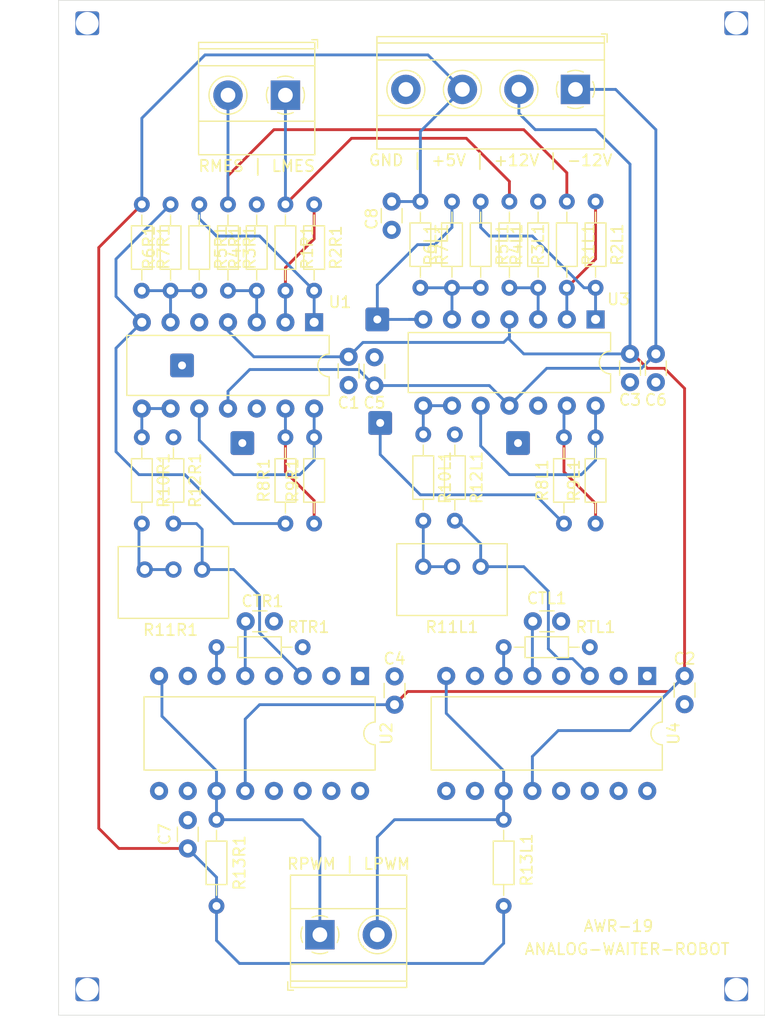
<source format=kicad_pcb>
(kicad_pcb (version 20171130) (host pcbnew "(5.1.9)-1")

  (general
    (thickness 1.6)
    (drawings 5)
    (tracks 193)
    (zones 0)
    (modules 54)
    (nets 52)
  )

  (page A4)
  (layers
    (0 F.Cu signal)
    (31 B.Cu signal)
    (32 B.Adhes user)
    (33 F.Adhes user)
    (34 B.Paste user)
    (35 F.Paste user)
    (36 B.SilkS user)
    (37 F.SilkS user)
    (38 B.Mask user)
    (39 F.Mask user)
    (40 Dwgs.User user)
    (41 Cmts.User user)
    (42 Eco1.User user)
    (43 Eco2.User user)
    (44 Edge.Cuts user)
    (45 Margin user)
    (46 B.CrtYd user)
    (47 F.CrtYd user)
    (48 B.Fab user)
    (49 F.Fab user)
  )

  (setup
    (last_trace_width 0.25)
    (trace_clearance 0.2)
    (zone_clearance 0.508)
    (zone_45_only no)
    (trace_min 0.2)
    (via_size 0.8)
    (via_drill 0.4)
    (via_min_size 0.4)
    (via_min_drill 0.3)
    (uvia_size 0.3)
    (uvia_drill 0.1)
    (uvias_allowed no)
    (uvia_min_size 0.2)
    (uvia_min_drill 0.1)
    (edge_width 0.05)
    (segment_width 0.2)
    (pcb_text_width 0.3)
    (pcb_text_size 1.5 1.5)
    (mod_edge_width 0.12)
    (mod_text_size 1 1)
    (mod_text_width 0.15)
    (pad_size 1.6 1.6)
    (pad_drill 0.8)
    (pad_to_mask_clearance 0)
    (aux_axis_origin 0 0)
    (visible_elements 7FFFFFFF)
    (pcbplotparams
      (layerselection 0x010fc_ffffffff)
      (usegerberextensions false)
      (usegerberattributes true)
      (usegerberadvancedattributes true)
      (creategerberjobfile true)
      (excludeedgelayer true)
      (linewidth 0.100000)
      (plotframeref false)
      (viasonmask false)
      (mode 1)
      (useauxorigin false)
      (hpglpennumber 1)
      (hpglpenspeed 20)
      (hpglpendiameter 15.000000)
      (psnegative false)
      (psa4output false)
      (plotreference true)
      (plotvalue true)
      (plotinvisibletext false)
      (padsonsilk false)
      (subtractmaskfromsilk false)
      (outputformat 1)
      (mirror false)
      (drillshape 1)
      (scaleselection 1)
      (outputdirectory ""))
  )

  (net 0 "")
  (net 1 GND)
  (net 2 +12V)
  (net 3 -12V)
  (net 4 +5V)
  (net 5 "Net-(CTL1-Pad2)")
  (net 6 "Net-(CTR1-Pad2)")
  (net 7 LMES)
  (net 8 RMES)
  (net 9 LPWM)
  (net 10 RPWM)
  (net 11 "Net-(R10L1-Pad2)")
  (net 12 "Net-(R10L1-Pad1)")
  (net 13 "Net-(R10R1-Pad2)")
  (net 14 "Net-(R10R1-Pad1)")
  (net 15 VR)
  (net 16 "Net-(R1L1-Pad2)")
  (net 17 "Net-(R1R1-Pad2)")
  (net 18 "Net-(R2L1-Pad2)")
  (net 19 "Net-(R2R1-Pad2)")
  (net 20 "Net-(R3L1-Pad2)")
  (net 21 "Net-(R3R1-Pad2)")
  (net 22 "Net-(R5L1-Pad2)")
  (net 23 "Net-(R5R1-Pad2)")
  (net 24 "Net-(R6L1-Pad2)")
  (net 25 "Net-(R6R1-Pad2)")
  (net 26 "Net-(R8L1-Pad2)")
  (net 27 "Net-(R8R1-Pad2)")
  (net 28 "Net-(R9L1-Pad2)")
  (net 29 "Net-(R9R1-Pad2)")
  (net 30 "Net-(RTL1-Pad2)")
  (net 31 "Net-(RTR1-Pad2)")
  (net 32 "Net-(U2-Pad14)")
  (net 33 VL)
  (net 34 "Net-(U2-Pad2)")
  (net 35 "Net-(U2-Pad1)")
  (net 36 "Net-(U4-Pad16)")
  (net 37 "Net-(U4-Pad15)")
  (net 38 "Net-(U4-Pad14)")
  (net 39 "Net-(U4-Pad2)")
  (net 40 "Net-(U4-Pad1)")
  (net 41 "Net-(U2-Pad16)")
  (net 42 "Net-(U2-Pad15)")
  (net 43 "Net-(JP1-Pad1)")
  (net 44 "Net-(JP2-Pad1)")
  (net 45 "Net-(JP3-Pad1)")
  (net 46 "Net-(JP4-Pad1)")
  (net 47 "Net-(JP5-Pad1)")
  (net 48 "Net-(JP6-Pad1)")
  (net 49 "Net-(JP7-Pad1)")
  (net 50 "Net-(JP8-Pad1)")
  (net 51 "Net-(JP9-Pad1)")

  (net_class Default "This is the default net class."
    (clearance 0.2)
    (trace_width 0.25)
    (via_dia 0.8)
    (via_drill 0.4)
    (uvia_dia 0.3)
    (uvia_drill 0.1)
    (add_net +12V)
    (add_net +5V)
    (add_net -12V)
    (add_net GND)
    (add_net LMES)
    (add_net LPWM)
    (add_net "Net-(CTL1-Pad2)")
    (add_net "Net-(CTR1-Pad2)")
    (add_net "Net-(JP1-Pad1)")
    (add_net "Net-(JP2-Pad1)")
    (add_net "Net-(JP3-Pad1)")
    (add_net "Net-(JP4-Pad1)")
    (add_net "Net-(JP5-Pad1)")
    (add_net "Net-(JP6-Pad1)")
    (add_net "Net-(JP7-Pad1)")
    (add_net "Net-(JP8-Pad1)")
    (add_net "Net-(JP9-Pad1)")
    (add_net "Net-(R10L1-Pad1)")
    (add_net "Net-(R10L1-Pad2)")
    (add_net "Net-(R10R1-Pad1)")
    (add_net "Net-(R10R1-Pad2)")
    (add_net "Net-(R1L1-Pad2)")
    (add_net "Net-(R1R1-Pad2)")
    (add_net "Net-(R2L1-Pad2)")
    (add_net "Net-(R2R1-Pad2)")
    (add_net "Net-(R3L1-Pad2)")
    (add_net "Net-(R3R1-Pad2)")
    (add_net "Net-(R5L1-Pad2)")
    (add_net "Net-(R5R1-Pad2)")
    (add_net "Net-(R6L1-Pad2)")
    (add_net "Net-(R6R1-Pad2)")
    (add_net "Net-(R8L1-Pad2)")
    (add_net "Net-(R8R1-Pad2)")
    (add_net "Net-(R9L1-Pad2)")
    (add_net "Net-(R9R1-Pad2)")
    (add_net "Net-(RTL1-Pad2)")
    (add_net "Net-(RTR1-Pad2)")
    (add_net "Net-(U2-Pad1)")
    (add_net "Net-(U2-Pad14)")
    (add_net "Net-(U2-Pad15)")
    (add_net "Net-(U2-Pad16)")
    (add_net "Net-(U2-Pad2)")
    (add_net "Net-(U4-Pad1)")
    (add_net "Net-(U4-Pad14)")
    (add_net "Net-(U4-Pad15)")
    (add_net "Net-(U4-Pad16)")
    (add_net "Net-(U4-Pad2)")
    (add_net RMES)
    (add_net RPWM)
    (add_net VL)
    (add_net VR)
  )

  (module Connector_Wire:SolderWire-0.5sqmm_1x01_D0.9mm_OD2.1mm (layer F.Cu) (tedit 60141A87) (tstamp 60165A44)
    (at 72.898 81.026)
    (descr "Soldered wire connection, for a single 0.5 mm² wire, basic insulation, conductor diameter 0.9mm, outer diameter 2.1mm, size source Multi-Contact FLEXI-E 0.5 (https://ec.staubli.com/AcroFiles/Catalogues/TM_Cab-Main-11014119_(en)_hi.pdf), bend radius 3 times outer diameter, generated with kicad-footprint-generator")
    (tags "connector wire 0.5sqmm")
    (path /606452D7)
    (attr virtual)
    (fp_text reference JP9 (at 0 -2.25) (layer F.SilkS) hide
      (effects (font (size 1 1) (thickness 0.15)))
    )
    (fp_text value Conn_01x01_Female (at 0 2.25) (layer F.Fab) hide
      (effects (font (size 1 1) (thickness 0.15)))
    )
    (fp_line (start 1.8 -1.55) (end -1.8 -1.55) (layer F.CrtYd) (width 0.05))
    (fp_line (start 1.8 1.55) (end 1.8 -1.55) (layer F.CrtYd) (width 0.05))
    (fp_line (start -1.8 1.55) (end 1.8 1.55) (layer F.CrtYd) (width 0.05))
    (fp_line (start -1.8 -1.55) (end -1.8 1.55) (layer F.CrtYd) (width 0.05))
    (fp_circle (center 0 0) (end 1.05 0) (layer F.Fab) (width 0.1))
    (fp_text user %R (at 0 0) (layer F.Fab) hide
      (effects (font (size 0.52 0.52) (thickness 0.08)))
    )
    (pad 1 thru_hole roundrect (at 0 0) (size 2.1 2.1) (drill 0.7) (layers *.Cu *.Mask) (roundrect_rratio 0.119)
      (net 51 "Net-(JP9-Pad1)"))
    (model ${KISYS3DMOD}/Connector_Wire.3dshapes/SolderWire-0.5sqmm_1x01_D0.9mm_OD2.1mm.wrl
      (at (xyz 0 0 0))
      (scale (xyz 1 1 1))
      (rotate (xyz 0 0 0))
    )
  )

  (module Package_DIP:DIP-14_W7.62mm (layer F.Cu) (tedit 60141ABE) (tstamp 6014576E)
    (at 67.31 81.28 270)
    (descr "14-lead though-hole mounted DIP package, row spacing 7.62 mm (300 mils)")
    (tags "THT DIP DIL PDIP 2.54mm 7.62mm 300mil")
    (path /6013E61F)
    (fp_text reference U1 (at -1.778 -2.286 180) (layer F.SilkS)
      (effects (font (size 1 1) (thickness 0.15)))
    )
    (fp_text value LM324 (at 3.81 17.57 90) (layer F.Fab)
      (effects (font (size 1 1) (thickness 0.15)))
    )
    (fp_line (start 8.7 -1.55) (end -1.1 -1.55) (layer F.CrtYd) (width 0.05))
    (fp_line (start 8.7 16.8) (end 8.7 -1.55) (layer F.CrtYd) (width 0.05))
    (fp_line (start -1.1 16.8) (end 8.7 16.8) (layer F.CrtYd) (width 0.05))
    (fp_line (start -1.1 -1.55) (end -1.1 16.8) (layer F.CrtYd) (width 0.05))
    (fp_line (start 6.46 -1.33) (end 4.81 -1.33) (layer F.SilkS) (width 0.12))
    (fp_line (start 6.46 16.57) (end 6.46 -1.33) (layer F.SilkS) (width 0.12))
    (fp_line (start 1.16 16.57) (end 6.46 16.57) (layer F.SilkS) (width 0.12))
    (fp_line (start 1.16 -1.33) (end 1.16 16.57) (layer F.SilkS) (width 0.12))
    (fp_line (start 2.81 -1.33) (end 1.16 -1.33) (layer F.SilkS) (width 0.12))
    (fp_line (start 0.635 -0.27) (end 1.635 -1.27) (layer F.Fab) (width 0.1))
    (fp_line (start 0.635 16.51) (end 0.635 -0.27) (layer F.Fab) (width 0.1))
    (fp_line (start 6.985 16.51) (end 0.635 16.51) (layer F.Fab) (width 0.1))
    (fp_line (start 6.985 -1.27) (end 6.985 16.51) (layer F.Fab) (width 0.1))
    (fp_line (start 1.635 -1.27) (end 6.985 -1.27) (layer F.Fab) (width 0.1))
    (fp_text user %R (at 3.81 7.62 90) (layer F.Fab)
      (effects (font (size 1 1) (thickness 0.15)))
    )
    (fp_arc (start 3.81 -1.33) (end 2.81 -1.33) (angle -180) (layer F.SilkS) (width 0.12))
    (pad 14 thru_hole oval (at 7.62 0 270) (size 1.6 1.6) (drill 0.8) (layers *.Cu *.Mask)
      (net 29 "Net-(R9R1-Pad2)"))
    (pad 7 thru_hole oval (at 0 15.24 270) (size 1.6 1.6) (drill 0.8) (layers *.Cu *.Mask)
      (net 25 "Net-(R6R1-Pad2)"))
    (pad 13 thru_hole oval (at 7.62 2.54 270) (size 1.6 1.6) (drill 0.8) (layers *.Cu *.Mask)
      (net 27 "Net-(R8R1-Pad2)"))
    (pad 6 thru_hole oval (at 0 12.7 270) (size 1.6 1.6) (drill 0.8) (layers *.Cu *.Mask)
      (net 23 "Net-(R5R1-Pad2)"))
    (pad 12 thru_hole oval (at 7.62 5.08 270) (size 1.6 1.6) (drill 0.8) (layers *.Cu *.Mask)
      (net 1 GND))
    (pad 5 thru_hole oval (at 0 10.16 270) (size 1.6 1.6) (drill 0.8) (layers *.Cu *.Mask)
      (net 1 GND))
    (pad 11 thru_hole oval (at 7.62 7.62 270) (size 1.6 1.6) (drill 0.8) (layers *.Cu *.Mask)
      (net 3 -12V))
    (pad 4 thru_hole oval (at 0 7.62 270) (size 1.6 1.6) (drill 0.8) (layers *.Cu *.Mask)
      (net 2 +12V))
    (pad 10 thru_hole oval (at 7.62 10.16 270) (size 1.6 1.6) (drill 0.8) (layers *.Cu *.Mask)
      (net 29 "Net-(R9R1-Pad2)"))
    (pad 3 thru_hole oval (at 0 5.08 270) (size 1.6 1.6) (drill 0.8) (layers *.Cu *.Mask)
      (net 21 "Net-(R3R1-Pad2)"))
    (pad 9 thru_hole oval (at 7.62 12.7 270) (size 1.6 1.6) (drill 0.8) (layers *.Cu *.Mask)
      (net 14 "Net-(R10R1-Pad1)"))
    (pad 2 thru_hole oval (at 0 2.54 270) (size 1.6 1.6) (drill 0.8) (layers *.Cu *.Mask)
      (net 17 "Net-(R1R1-Pad2)"))
    (pad 8 thru_hole oval (at 7.62 15.24 270) (size 1.6 1.6) (drill 0.8) (layers *.Cu *.Mask)
      (net 14 "Net-(R10R1-Pad1)"))
    (pad 1 thru_hole rect (at 0 0 270) (size 1.6 1.6) (drill 0.8) (layers *.Cu *.Mask)
      (net 19 "Net-(R2R1-Pad2)"))
    (model ${KISYS3DMOD}/Package_DIP.3dshapes/DIP-14_W7.62mm.wrl
      (at (xyz 0 0 0))
      (scale (xyz 1 1 1))
      (rotate (xyz 0 0 0))
    )
  )

  (module Connector_Wire:SolderWire-0.5sqmm_1x01_D0.9mm_OD2.1mm (layer F.Cu) (tedit 60141953) (tstamp 6015C282)
    (at 60.96 91.948)
    (descr "Soldered wire connection, for a single 0.5 mm² wire, basic insulation, conductor diameter 0.9mm, outer diameter 2.1mm, size source Multi-Contact FLEXI-E 0.5 (https://ec.staubli.com/AcroFiles/Catalogues/TM_Cab-Main-11014119_(en)_hi.pdf), bend radius 3 times outer diameter, generated with kicad-footprint-generator")
    (tags "connector wire 0.5sqmm")
    (path /6063E323)
    (attr virtual)
    (fp_text reference JP8 (at 0 -2.25) (layer F.SilkS) hide
      (effects (font (size 1 1) (thickness 0.15)))
    )
    (fp_text value Conn_01x01_Female (at 0 2.25) (layer F.Fab) hide
      (effects (font (size 1 1) (thickness 0.15)))
    )
    (fp_line (start 1.8 -1.55) (end -1.8 -1.55) (layer F.CrtYd) (width 0.05))
    (fp_line (start 1.8 1.55) (end 1.8 -1.55) (layer F.CrtYd) (width 0.05))
    (fp_line (start -1.8 1.55) (end 1.8 1.55) (layer F.CrtYd) (width 0.05))
    (fp_line (start -1.8 -1.55) (end -1.8 1.55) (layer F.CrtYd) (width 0.05))
    (fp_circle (center 0 0) (end 1.05 0) (layer F.Fab) (width 0.1))
    (fp_text user %R (at 0 0) (layer F.Fab) hide
      (effects (font (size 0.52 0.52) (thickness 0.08)))
    )
    (pad 1 thru_hole roundrect (at 0 0) (size 2.1 2.1) (drill 0.7) (layers *.Cu *.Mask) (roundrect_rratio 0.119)
      (net 50 "Net-(JP8-Pad1)"))
    (model ${KISYS3DMOD}/Connector_Wire.3dshapes/SolderWire-0.5sqmm_1x01_D0.9mm_OD2.1mm.wrl
      (at (xyz 0 0 0))
      (scale (xyz 1 1 1))
      (rotate (xyz 0 0 0))
    )
  )

  (module Connector_Wire:SolderWire-0.5sqmm_1x01_D0.9mm_OD2.1mm (layer F.Cu) (tedit 60141947) (tstamp 6015C278)
    (at 73.152 90.17)
    (descr "Soldered wire connection, for a single 0.5 mm² wire, basic insulation, conductor diameter 0.9mm, outer diameter 2.1mm, size source Multi-Contact FLEXI-E 0.5 (https://ec.staubli.com/AcroFiles/Catalogues/TM_Cab-Main-11014119_(en)_hi.pdf), bend radius 3 times outer diameter, generated with kicad-footprint-generator")
    (tags "connector wire 0.5sqmm")
    (path /6063E31D)
    (attr virtual)
    (fp_text reference JP7 (at 0 -2.25) (layer F.SilkS) hide
      (effects (font (size 1 1) (thickness 0.15)))
    )
    (fp_text value Conn_01x01_Female (at 0 2.25) (layer F.Fab) hide
      (effects (font (size 1 1) (thickness 0.15)))
    )
    (fp_line (start 1.8 -1.55) (end -1.8 -1.55) (layer F.CrtYd) (width 0.05))
    (fp_line (start 1.8 1.55) (end 1.8 -1.55) (layer F.CrtYd) (width 0.05))
    (fp_line (start -1.8 1.55) (end 1.8 1.55) (layer F.CrtYd) (width 0.05))
    (fp_line (start -1.8 -1.55) (end -1.8 1.55) (layer F.CrtYd) (width 0.05))
    (fp_circle (center 0 0) (end 1.05 0) (layer F.Fab) (width 0.1))
    (fp_text user %R (at 0 0) (layer F.Fab) hide
      (effects (font (size 0.52 0.52) (thickness 0.08)))
    )
    (pad 1 thru_hole roundrect (at 0 0) (size 2.1 2.1) (drill 0.7) (layers *.Cu *.Mask) (roundrect_rratio 0.119)
      (net 49 "Net-(JP7-Pad1)"))
    (model ${KISYS3DMOD}/Connector_Wire.3dshapes/SolderWire-0.5sqmm_1x01_D0.9mm_OD2.1mm.wrl
      (at (xyz 0 0 0))
      (scale (xyz 1 1 1))
      (rotate (xyz 0 0 0))
    )
  )

  (module Connector_Wire:SolderWire-0.5sqmm_1x01_D0.9mm_OD2.1mm (layer F.Cu) (tedit 601419F0) (tstamp 6015C26E)
    (at 85.344 91.948)
    (descr "Soldered wire connection, for a single 0.5 mm² wire, basic insulation, conductor diameter 0.9mm, outer diameter 2.1mm, size source Multi-Contact FLEXI-E 0.5 (https://ec.staubli.com/AcroFiles/Catalogues/TM_Cab-Main-11014119_(en)_hi.pdf), bend radius 3 times outer diameter, generated with kicad-footprint-generator")
    (tags "connector wire 0.5sqmm")
    (path /6063E317)
    (attr virtual)
    (fp_text reference JP6 (at 0 -2.25) (layer F.SilkS) hide
      (effects (font (size 1 1) (thickness 0.15)))
    )
    (fp_text value Conn_01x01_Female (at 0 2.25) (layer F.Fab) hide
      (effects (font (size 1 1) (thickness 0.15)))
    )
    (fp_line (start 1.8 -1.55) (end -1.8 -1.55) (layer F.CrtYd) (width 0.05))
    (fp_line (start 1.8 1.55) (end 1.8 -1.55) (layer F.CrtYd) (width 0.05))
    (fp_line (start -1.8 1.55) (end 1.8 1.55) (layer F.CrtYd) (width 0.05))
    (fp_line (start -1.8 -1.55) (end -1.8 1.55) (layer F.CrtYd) (width 0.05))
    (fp_circle (center 0 0) (end 1.05 0) (layer F.Fab) (width 0.1))
    (fp_text user %R (at 0 0) (layer F.Fab) hide
      (effects (font (size 0.52 0.52) (thickness 0.08)))
    )
    (pad 1 thru_hole roundrect (at 0 0) (size 2.1 2.1) (drill 0.7) (layers *.Cu *.Mask) (roundrect_rratio 0.119)
      (net 48 "Net-(JP6-Pad1)"))
    (model ${KISYS3DMOD}/Connector_Wire.3dshapes/SolderWire-0.5sqmm_1x01_D0.9mm_OD2.1mm.wrl
      (at (xyz 0 0 0))
      (scale (xyz 1 1 1))
      (rotate (xyz 0 0 0))
    )
  )

  (module Connector_Wire:SolderWire-0.5sqmm_1x01_D0.9mm_OD2.1mm (layer F.Cu) (tedit 6014195B) (tstamp 6015C264)
    (at 55.626 85.09)
    (descr "Soldered wire connection, for a single 0.5 mm² wire, basic insulation, conductor diameter 0.9mm, outer diameter 2.1mm, size source Multi-Contact FLEXI-E 0.5 (https://ec.staubli.com/AcroFiles/Catalogues/TM_Cab-Main-11014119_(en)_hi.pdf), bend radius 3 times outer diameter, generated with kicad-footprint-generator")
    (tags "connector wire 0.5sqmm")
    (path /6063E311)
    (attr virtual)
    (fp_text reference JP5 (at 0 -2.25) (layer F.SilkS) hide
      (effects (font (size 1 1) (thickness 0.15)))
    )
    (fp_text value Conn_01x01_Female (at 0 2.25) (layer F.Fab)
      (effects (font (size 1 1) (thickness 0.15)))
    )
    (fp_line (start 1.8 -1.55) (end -1.8 -1.55) (layer F.CrtYd) (width 0.05))
    (fp_line (start 1.8 1.55) (end 1.8 -1.55) (layer F.CrtYd) (width 0.05))
    (fp_line (start -1.8 1.55) (end 1.8 1.55) (layer F.CrtYd) (width 0.05))
    (fp_line (start -1.8 -1.55) (end -1.8 1.55) (layer F.CrtYd) (width 0.05))
    (fp_circle (center 0 0) (end 1.05 0) (layer F.Fab) (width 0.1))
    (fp_text user %R (at 0 0) (layer F.Fab)
      (effects (font (size 0.52 0.52) (thickness 0.08)))
    )
    (pad 1 thru_hole roundrect (at 0 0) (size 2.1 2.1) (drill 0.7) (layers *.Cu *.Mask) (roundrect_rratio 0.119)
      (net 47 "Net-(JP5-Pad1)"))
    (model ${KISYS3DMOD}/Connector_Wire.3dshapes/SolderWire-0.5sqmm_1x01_D0.9mm_OD2.1mm.wrl
      (at (xyz 0 0 0))
      (scale (xyz 1 1 1))
      (rotate (xyz 0 0 0))
    )
  )

  (module Connector_Wire:SolderWire-0.5sqmm_1x01_D0.9mm_OD2.1mm (layer F.Cu) (tedit 60141599) (tstamp 60154115)
    (at 104.648 140.208)
    (descr "Soldered wire connection, for a single 0.5 mm² wire, basic insulation, conductor diameter 0.9mm, outer diameter 2.1mm, size source Multi-Contact FLEXI-E 0.5 (https://ec.staubli.com/AcroFiles/Catalogues/TM_Cab-Main-11014119_(en)_hi.pdf), bend radius 3 times outer diameter, generated with kicad-footprint-generator")
    (tags "connector wire 0.5sqmm")
    (path /605689D3)
    (attr virtual)
    (fp_text reference ANALOG-WAITER-ROBOT (at -9.652 -3.556 180) (layer F.SilkS)
      (effects (font (size 1 1) (thickness 0.15)))
    )
    (fp_text value Conn_01x01_Female (at 0 2.25) (layer F.Fab) hide
      (effects (font (size 1 1) (thickness 0.15)))
    )
    (fp_line (start 1.8 -1.55) (end -1.8 -1.55) (layer F.CrtYd) (width 0.05))
    (fp_line (start 1.8 1.55) (end 1.8 -1.55) (layer F.CrtYd) (width 0.05))
    (fp_line (start -1.8 1.55) (end 1.8 1.55) (layer F.CrtYd) (width 0.05))
    (fp_line (start -1.8 -1.55) (end -1.8 1.55) (layer F.CrtYd) (width 0.05))
    (fp_circle (center 0 0) (end 1.05 0) (layer F.Fab) (width 0.1))
    (fp_text user %R (at 0 0) (layer F.Fab) hide
      (effects (font (size 0.52 0.52) (thickness 0.08)))
    )
    (pad 1 thru_hole roundrect (at 0 0) (size 2.1 2.1) (drill 2) (layers *.Cu *.Mask) (roundrect_rratio 0.119)
      (net 46 "Net-(JP4-Pad1)"))
    (model ${KISYS3DMOD}/Connector_Wire.3dshapes/SolderWire-0.5sqmm_1x01_D0.9mm_OD2.1mm.wrl
      (at (xyz 0 0 0))
      (scale (xyz 1 1 1))
      (rotate (xyz 0 0 0))
    )
  )

  (module Connector_Wire:SolderWire-0.5sqmm_1x01_D0.9mm_OD2.1mm (layer F.Cu) (tedit 60141592) (tstamp 601540FB)
    (at 104.648 54.864)
    (descr "Soldered wire connection, for a single 0.5 mm² wire, basic insulation, conductor diameter 0.9mm, outer diameter 2.1mm, size source Multi-Contact FLEXI-E 0.5 (https://ec.staubli.com/AcroFiles/Catalogues/TM_Cab-Main-11014119_(en)_hi.pdf), bend radius 3 times outer diameter, generated with kicad-footprint-generator")
    (tags "connector wire 0.5sqmm")
    (path /605689CD)
    (attr virtual)
    (fp_text reference AWR-19 (at -10.414 79.756) (layer F.SilkS)
      (effects (font (size 1 1) (thickness 0.15)))
    )
    (fp_text value Conn_01x01_Female (at 0 2.25) (layer F.Fab) hide
      (effects (font (size 1 1) (thickness 0.15)))
    )
    (fp_line (start 1.8 -1.55) (end -1.8 -1.55) (layer F.CrtYd) (width 0.05))
    (fp_line (start 1.8 1.55) (end 1.8 -1.55) (layer F.CrtYd) (width 0.05))
    (fp_line (start -1.8 1.55) (end 1.8 1.55) (layer F.CrtYd) (width 0.05))
    (fp_line (start -1.8 -1.55) (end -1.8 1.55) (layer F.CrtYd) (width 0.05))
    (fp_circle (center 0 0) (end 1.05 0) (layer F.Fab) (width 0.1))
    (fp_text user %R (at 0 0) (layer F.Fab) hide
      (effects (font (size 0.52 0.52) (thickness 0.08)))
    )
    (pad 1 thru_hole roundrect (at 0 0) (size 2.1 2.1) (drill 2) (layers *.Cu *.Mask) (roundrect_rratio 0.119)
      (net 45 "Net-(JP3-Pad1)"))
    (model ${KISYS3DMOD}/Connector_Wire.3dshapes/SolderWire-0.5sqmm_1x01_D0.9mm_OD2.1mm.wrl
      (at (xyz 0 0 0))
      (scale (xyz 1 1 1))
      (rotate (xyz 0 0 0))
    )
  )

  (module Connector_Wire:SolderWire-0.5sqmm_1x01_D0.9mm_OD2.1mm (layer F.Cu) (tedit 601415A4) (tstamp 601540E1)
    (at 47.244 140.208)
    (descr "Soldered wire connection, for a single 0.5 mm² wire, basic insulation, conductor diameter 0.9mm, outer diameter 2.1mm, size source Multi-Contact FLEXI-E 0.5 (https://ec.staubli.com/AcroFiles/Catalogues/TM_Cab-Main-11014119_(en)_hi.pdf), bend radius 3 times outer diameter, generated with kicad-footprint-generator")
    (tags "connector wire 0.5sqmm")
    (path /605605F1)
    (attr virtual)
    (fp_text reference JP2 (at 0 -2.25) (layer F.SilkS) hide
      (effects (font (size 1 1) (thickness 0.15)))
    )
    (fp_text value Conn_01x01_Female (at 0 2.25) (layer F.Fab)
      (effects (font (size 1 1) (thickness 0.15)))
    )
    (fp_line (start 1.8 -1.55) (end -1.8 -1.55) (layer F.CrtYd) (width 0.05))
    (fp_line (start 1.8 1.55) (end 1.8 -1.55) (layer F.CrtYd) (width 0.05))
    (fp_line (start -1.8 1.55) (end 1.8 1.55) (layer F.CrtYd) (width 0.05))
    (fp_line (start -1.8 -1.55) (end -1.8 1.55) (layer F.CrtYd) (width 0.05))
    (fp_circle (center 0 0) (end 1.05 0) (layer F.Fab) (width 0.1))
    (fp_text user %R (at 0 0) (layer F.Fab)
      (effects (font (size 0.52 0.52) (thickness 0.08)))
    )
    (pad 1 thru_hole roundrect (at 0 0) (size 2.1 2.1) (drill 2) (layers *.Cu *.Mask) (roundrect_rratio 0.119)
      (net 44 "Net-(JP2-Pad1)"))
    (model ${KISYS3DMOD}/Connector_Wire.3dshapes/SolderWire-0.5sqmm_1x01_D0.9mm_OD2.1mm.wrl
      (at (xyz 0 0 0))
      (scale (xyz 1 1 1))
      (rotate (xyz 0 0 0))
    )
  )

  (module Connector_Wire:SolderWire-0.5sqmm_1x01_D0.9mm_OD2.1mm (layer F.Cu) (tedit 6014158C) (tstamp 601540C7)
    (at 47.244 54.864)
    (descr "Soldered wire connection, for a single 0.5 mm² wire, basic insulation, conductor diameter 0.9mm, outer diameter 2.1mm, size source Multi-Contact FLEXI-E 0.5 (https://ec.staubli.com/AcroFiles/Catalogues/TM_Cab-Main-11014119_(en)_hi.pdf), bend radius 3 times outer diameter, generated with kicad-footprint-generator")
    (tags "connector wire 0.5sqmm")
    (path /6055F812)
    (attr virtual)
    (fp_text reference JP1 (at 0 -2.25) (layer F.SilkS) hide
      (effects (font (size 1 1) (thickness 0.15)))
    )
    (fp_text value Conn_01x01_Female (at 0 2.25) (layer F.Fab)
      (effects (font (size 1 1) (thickness 0.15)))
    )
    (fp_line (start 1.8 -1.55) (end -1.8 -1.55) (layer F.CrtYd) (width 0.05))
    (fp_line (start 1.8 1.55) (end 1.8 -1.55) (layer F.CrtYd) (width 0.05))
    (fp_line (start -1.8 1.55) (end 1.8 1.55) (layer F.CrtYd) (width 0.05))
    (fp_line (start -1.8 -1.55) (end -1.8 1.55) (layer F.CrtYd) (width 0.05))
    (fp_circle (center 0 0) (end 1.05 0) (layer F.Fab) (width 0.1))
    (fp_text user %R (at 0 0) (layer F.Fab)
      (effects (font (size 0.52 0.52) (thickness 0.08)))
    )
    (pad 1 thru_hole roundrect (at 0 0) (size 2.1 2.1) (drill 2) (layers *.Cu *.Mask) (roundrect_rratio 0.119)
      (net 43 "Net-(JP1-Pad1)"))
    (model ${KISYS3DMOD}/Connector_Wire.3dshapes/SolderWire-0.5sqmm_1x01_D0.9mm_OD2.1mm.wrl
      (at (xyz 0 0 0))
      (scale (xyz 1 1 1))
      (rotate (xyz 0 0 0))
    )
  )

  (module TerminalBlock_Phoenix:TerminalBlock_Phoenix_MKDS-1,5-4_1x04_P5.00mm_Horizontal (layer F.Cu) (tedit 5B294EE5) (tstamp 60145470)
    (at 90.424 60.706 180)
    (descr "Terminal Block Phoenix MKDS-1,5-4, 4 pins, pitch 5mm, size 20x9.8mm^2, drill diamater 1.3mm, pad diameter 2.6mm, see http://www.farnell.com/datasheets/100425.pdf, script-generated using https://github.com/pointhi/kicad-footprint-generator/scripts/TerminalBlock_Phoenix")
    (tags "THT Terminal Block Phoenix MKDS-1,5-4 pitch 5mm size 20x9.8mm^2 drill 1.3mm pad 2.6mm")
    (path /601DB2D7)
    (fp_text reference "GND | +5V | +12V | -12V" (at 7.5 -6.26) (layer F.SilkS)
      (effects (font (size 1 1) (thickness 0.15)))
    )
    (fp_text value Conn_01x04_Female (at 7.5 5.66) (layer F.Fab)
      (effects (font (size 1 1) (thickness 0.15)))
    )
    (fp_line (start 18 -5.71) (end -3 -5.71) (layer F.CrtYd) (width 0.05))
    (fp_line (start 18 5.1) (end 18 -5.71) (layer F.CrtYd) (width 0.05))
    (fp_line (start -3 5.1) (end 18 5.1) (layer F.CrtYd) (width 0.05))
    (fp_line (start -3 -5.71) (end -3 5.1) (layer F.CrtYd) (width 0.05))
    (fp_line (start -2.8 4.9) (end -2.3 4.9) (layer F.SilkS) (width 0.12))
    (fp_line (start -2.8 4.16) (end -2.8 4.9) (layer F.SilkS) (width 0.12))
    (fp_line (start 13.773 1.023) (end 13.726 1.069) (layer F.SilkS) (width 0.12))
    (fp_line (start 16.07 -1.275) (end 16.035 -1.239) (layer F.SilkS) (width 0.12))
    (fp_line (start 13.966 1.239) (end 13.931 1.274) (layer F.SilkS) (width 0.12))
    (fp_line (start 16.275 -1.069) (end 16.228 -1.023) (layer F.SilkS) (width 0.12))
    (fp_line (start 15.955 -1.138) (end 13.863 0.955) (layer F.Fab) (width 0.1))
    (fp_line (start 16.138 -0.955) (end 14.046 1.138) (layer F.Fab) (width 0.1))
    (fp_line (start 8.773 1.023) (end 8.726 1.069) (layer F.SilkS) (width 0.12))
    (fp_line (start 11.07 -1.275) (end 11.035 -1.239) (layer F.SilkS) (width 0.12))
    (fp_line (start 8.966 1.239) (end 8.931 1.274) (layer F.SilkS) (width 0.12))
    (fp_line (start 11.275 -1.069) (end 11.228 -1.023) (layer F.SilkS) (width 0.12))
    (fp_line (start 10.955 -1.138) (end 8.863 0.955) (layer F.Fab) (width 0.1))
    (fp_line (start 11.138 -0.955) (end 9.046 1.138) (layer F.Fab) (width 0.1))
    (fp_line (start 3.773 1.023) (end 3.726 1.069) (layer F.SilkS) (width 0.12))
    (fp_line (start 6.07 -1.275) (end 6.035 -1.239) (layer F.SilkS) (width 0.12))
    (fp_line (start 3.966 1.239) (end 3.931 1.274) (layer F.SilkS) (width 0.12))
    (fp_line (start 6.275 -1.069) (end 6.228 -1.023) (layer F.SilkS) (width 0.12))
    (fp_line (start 5.955 -1.138) (end 3.863 0.955) (layer F.Fab) (width 0.1))
    (fp_line (start 6.138 -0.955) (end 4.046 1.138) (layer F.Fab) (width 0.1))
    (fp_line (start 0.955 -1.138) (end -1.138 0.955) (layer F.Fab) (width 0.1))
    (fp_line (start 1.138 -0.955) (end -0.955 1.138) (layer F.Fab) (width 0.1))
    (fp_line (start 17.561 -5.261) (end 17.561 4.66) (layer F.SilkS) (width 0.12))
    (fp_line (start -2.56 -5.261) (end -2.56 4.66) (layer F.SilkS) (width 0.12))
    (fp_line (start -2.56 4.66) (end 17.561 4.66) (layer F.SilkS) (width 0.12))
    (fp_line (start -2.56 -5.261) (end 17.561 -5.261) (layer F.SilkS) (width 0.12))
    (fp_line (start -2.56 -2.301) (end 17.561 -2.301) (layer F.SilkS) (width 0.12))
    (fp_line (start -2.5 -2.3) (end 17.5 -2.3) (layer F.Fab) (width 0.1))
    (fp_line (start -2.56 2.6) (end 17.561 2.6) (layer F.SilkS) (width 0.12))
    (fp_line (start -2.5 2.6) (end 17.5 2.6) (layer F.Fab) (width 0.1))
    (fp_line (start -2.56 4.1) (end 17.561 4.1) (layer F.SilkS) (width 0.12))
    (fp_line (start -2.5 4.1) (end 17.5 4.1) (layer F.Fab) (width 0.1))
    (fp_line (start -2.5 4.1) (end -2.5 -5.2) (layer F.Fab) (width 0.1))
    (fp_line (start -2 4.6) (end -2.5 4.1) (layer F.Fab) (width 0.1))
    (fp_line (start 17.5 4.6) (end -2 4.6) (layer F.Fab) (width 0.1))
    (fp_line (start 17.5 -5.2) (end 17.5 4.6) (layer F.Fab) (width 0.1))
    (fp_line (start -2.5 -5.2) (end 17.5 -5.2) (layer F.Fab) (width 0.1))
    (fp_circle (center 15 0) (end 16.68 0) (layer F.SilkS) (width 0.12))
    (fp_circle (center 15 0) (end 16.5 0) (layer F.Fab) (width 0.1))
    (fp_circle (center 10 0) (end 11.68 0) (layer F.SilkS) (width 0.12))
    (fp_circle (center 10 0) (end 11.5 0) (layer F.Fab) (width 0.1))
    (fp_circle (center 5 0) (end 6.68 0) (layer F.SilkS) (width 0.12))
    (fp_circle (center 5 0) (end 6.5 0) (layer F.Fab) (width 0.1))
    (fp_circle (center 0 0) (end 1.5 0) (layer F.Fab) (width 0.1))
    (fp_text user "GND | +5V | +12V | -12V" (at 7.62 -6.604) (layer F.Fab)
      (effects (font (size 1 1) (thickness 0.15)))
    )
    (fp_arc (start 0 0) (end -0.684 1.535) (angle -25) (layer F.SilkS) (width 0.12))
    (fp_arc (start 0 0) (end -1.535 -0.684) (angle -48) (layer F.SilkS) (width 0.12))
    (fp_arc (start 0 0) (end 0.684 -1.535) (angle -48) (layer F.SilkS) (width 0.12))
    (fp_arc (start 0 0) (end 1.535 0.684) (angle -48) (layer F.SilkS) (width 0.12))
    (fp_arc (start 0 0) (end 0 1.68) (angle -24) (layer F.SilkS) (width 0.12))
    (pad 4 thru_hole circle (at 15 0 180) (size 2.6 2.6) (drill 1.3) (layers *.Cu *.Mask)
      (net 1 GND))
    (pad 3 thru_hole circle (at 10 0 180) (size 2.6 2.6) (drill 1.3) (layers *.Cu *.Mask)
      (net 4 +5V))
    (pad 2 thru_hole circle (at 5 0 180) (size 2.6 2.6) (drill 1.3) (layers *.Cu *.Mask)
      (net 2 +12V))
    (pad 1 thru_hole rect (at 0 0 180) (size 2.6 2.6) (drill 1.3) (layers *.Cu *.Mask)
      (net 3 -12V))
    (model ${KISYS3DMOD}/TerminalBlock_Phoenix.3dshapes/TerminalBlock_Phoenix_MKDS-1,5-4_1x04_P5.00mm_Horizontal.wrl
      (at (xyz 0 0 0))
      (scale (xyz 1 1 1))
      (rotate (xyz 0 0 0))
    )
  )

  (module Package_DIP:DIP-16_W10.16mm (layer F.Cu) (tedit 5A02E8C5) (tstamp 60145790)
    (at 96.774 112.522 270)
    (descr "16-lead though-hole mounted DIP package, row spacing 10.16 mm (400 mils)")
    (tags "THT DIP DIL PDIP 2.54mm 10.16mm 400mil")
    (path /6013F160)
    (fp_text reference U4 (at 5.08 -2.33 90) (layer F.SilkS)
      (effects (font (size 1 1) (thickness 0.15)))
    )
    (fp_text value TL494 (at 5.08 20.11 90) (layer F.Fab)
      (effects (font (size 1 1) (thickness 0.15)))
    )
    (fp_line (start 11.25 -1.55) (end -1.05 -1.55) (layer F.CrtYd) (width 0.05))
    (fp_line (start 11.25 19.3) (end 11.25 -1.55) (layer F.CrtYd) (width 0.05))
    (fp_line (start -1.05 19.3) (end 11.25 19.3) (layer F.CrtYd) (width 0.05))
    (fp_line (start -1.05 -1.55) (end -1.05 19.3) (layer F.CrtYd) (width 0.05))
    (fp_line (start 8.315 -1.33) (end 6.08 -1.33) (layer F.SilkS) (width 0.12))
    (fp_line (start 8.315 19.11) (end 8.315 -1.33) (layer F.SilkS) (width 0.12))
    (fp_line (start 1.845 19.11) (end 8.315 19.11) (layer F.SilkS) (width 0.12))
    (fp_line (start 1.845 -1.33) (end 1.845 19.11) (layer F.SilkS) (width 0.12))
    (fp_line (start 4.08 -1.33) (end 1.845 -1.33) (layer F.SilkS) (width 0.12))
    (fp_line (start 1.905 -0.27) (end 2.905 -1.27) (layer F.Fab) (width 0.1))
    (fp_line (start 1.905 19.05) (end 1.905 -0.27) (layer F.Fab) (width 0.1))
    (fp_line (start 8.255 19.05) (end 1.905 19.05) (layer F.Fab) (width 0.1))
    (fp_line (start 8.255 -1.27) (end 8.255 19.05) (layer F.Fab) (width 0.1))
    (fp_line (start 2.905 -1.27) (end 8.255 -1.27) (layer F.Fab) (width 0.1))
    (fp_text user %R (at 5.08 8.89 90) (layer F.Fab)
      (effects (font (size 1 1) (thickness 0.15)))
    )
    (fp_arc (start 5.08 -1.33) (end 4.08 -1.33) (angle -180) (layer F.SilkS) (width 0.12))
    (pad 16 thru_hole oval (at 10.16 0 270) (size 1.6 1.6) (drill 0.8) (layers *.Cu *.Mask)
      (net 36 "Net-(U4-Pad16)"))
    (pad 8 thru_hole oval (at 0 17.78 270) (size 1.6 1.6) (drill 0.8) (layers *.Cu *.Mask)
      (net 9 LPWM))
    (pad 15 thru_hole oval (at 10.16 2.54 270) (size 1.6 1.6) (drill 0.8) (layers *.Cu *.Mask)
      (net 37 "Net-(U4-Pad15)"))
    (pad 7 thru_hole oval (at 0 15.24 270) (size 1.6 1.6) (drill 0.8) (layers *.Cu *.Mask)
      (net 1 GND))
    (pad 14 thru_hole oval (at 10.16 5.08 270) (size 1.6 1.6) (drill 0.8) (layers *.Cu *.Mask)
      (net 38 "Net-(U4-Pad14)"))
    (pad 6 thru_hole oval (at 0 12.7 270) (size 1.6 1.6) (drill 0.8) (layers *.Cu *.Mask)
      (net 30 "Net-(RTL1-Pad2)"))
    (pad 13 thru_hole oval (at 10.16 7.62 270) (size 1.6 1.6) (drill 0.8) (layers *.Cu *.Mask)
      (net 1 GND))
    (pad 5 thru_hole oval (at 0 10.16 270) (size 1.6 1.6) (drill 0.8) (layers *.Cu *.Mask)
      (net 5 "Net-(CTL1-Pad2)"))
    (pad 12 thru_hole oval (at 10.16 10.16 270) (size 1.6 1.6) (drill 0.8) (layers *.Cu *.Mask)
      (net 2 +12V))
    (pad 4 thru_hole oval (at 0 7.62 270) (size 1.6 1.6) (drill 0.8) (layers *.Cu *.Mask)
      (net 1 GND))
    (pad 11 thru_hole oval (at 10.16 12.7 270) (size 1.6 1.6) (drill 0.8) (layers *.Cu *.Mask)
      (net 9 LPWM))
    (pad 3 thru_hole oval (at 0 5.08 270) (size 1.6 1.6) (drill 0.8) (layers *.Cu *.Mask)
      (net 33 VL))
    (pad 10 thru_hole oval (at 10.16 15.24 270) (size 1.6 1.6) (drill 0.8) (layers *.Cu *.Mask)
      (net 1 GND))
    (pad 2 thru_hole oval (at 0 2.54 270) (size 1.6 1.6) (drill 0.8) (layers *.Cu *.Mask)
      (net 39 "Net-(U4-Pad2)"))
    (pad 9 thru_hole oval (at 10.16 17.78 270) (size 1.6 1.6) (drill 0.8) (layers *.Cu *.Mask)
      (net 1 GND))
    (pad 1 thru_hole rect (at 0 0 270) (size 1.6 1.6) (drill 0.8) (layers *.Cu *.Mask)
      (net 40 "Net-(U4-Pad1)"))
    (model ${KISYS3DMOD}/Package_DIP.3dshapes/DIP-16_W10.16mm.wrl
      (at (xyz 0 0 0))
      (scale (xyz 1 1 1))
      (rotate (xyz 0 0 0))
    )
  )

  (module Package_DIP:DIP-16_W10.16mm (layer F.Cu) (tedit 5A02E8C5) (tstamp 601457D6)
    (at 71.374 112.522 270)
    (descr "16-lead though-hole mounted DIP package, row spacing 10.16 mm (400 mils)")
    (tags "THT DIP DIL PDIP 2.54mm 10.16mm 400mil")
    (path /60141FFE)
    (fp_text reference U2 (at 5.08 -2.33 90) (layer F.SilkS)
      (effects (font (size 1 1) (thickness 0.15)))
    )
    (fp_text value TL494 (at 5.08 20.11 90) (layer F.Fab)
      (effects (font (size 1 1) (thickness 0.15)))
    )
    (fp_line (start 11.25 -1.55) (end -1.05 -1.55) (layer F.CrtYd) (width 0.05))
    (fp_line (start 11.25 19.3) (end 11.25 -1.55) (layer F.CrtYd) (width 0.05))
    (fp_line (start -1.05 19.3) (end 11.25 19.3) (layer F.CrtYd) (width 0.05))
    (fp_line (start -1.05 -1.55) (end -1.05 19.3) (layer F.CrtYd) (width 0.05))
    (fp_line (start 8.315 -1.33) (end 6.08 -1.33) (layer F.SilkS) (width 0.12))
    (fp_line (start 8.315 19.11) (end 8.315 -1.33) (layer F.SilkS) (width 0.12))
    (fp_line (start 1.845 19.11) (end 8.315 19.11) (layer F.SilkS) (width 0.12))
    (fp_line (start 1.845 -1.33) (end 1.845 19.11) (layer F.SilkS) (width 0.12))
    (fp_line (start 4.08 -1.33) (end 1.845 -1.33) (layer F.SilkS) (width 0.12))
    (fp_line (start 1.905 -0.27) (end 2.905 -1.27) (layer F.Fab) (width 0.1))
    (fp_line (start 1.905 19.05) (end 1.905 -0.27) (layer F.Fab) (width 0.1))
    (fp_line (start 8.255 19.05) (end 1.905 19.05) (layer F.Fab) (width 0.1))
    (fp_line (start 8.255 -1.27) (end 8.255 19.05) (layer F.Fab) (width 0.1))
    (fp_line (start 2.905 -1.27) (end 8.255 -1.27) (layer F.Fab) (width 0.1))
    (fp_text user %R (at 5.08 8.89 90) (layer F.Fab)
      (effects (font (size 1 1) (thickness 0.15)))
    )
    (fp_arc (start 5.08 -1.33) (end 4.08 -1.33) (angle -180) (layer F.SilkS) (width 0.12))
    (pad 16 thru_hole oval (at 10.16 0 270) (size 1.6 1.6) (drill 0.8) (layers *.Cu *.Mask)
      (net 41 "Net-(U2-Pad16)"))
    (pad 8 thru_hole oval (at 0 17.78 270) (size 1.6 1.6) (drill 0.8) (layers *.Cu *.Mask)
      (net 10 RPWM))
    (pad 15 thru_hole oval (at 10.16 2.54 270) (size 1.6 1.6) (drill 0.8) (layers *.Cu *.Mask)
      (net 42 "Net-(U2-Pad15)"))
    (pad 7 thru_hole oval (at 0 15.24 270) (size 1.6 1.6) (drill 0.8) (layers *.Cu *.Mask)
      (net 1 GND))
    (pad 14 thru_hole oval (at 10.16 5.08 270) (size 1.6 1.6) (drill 0.8) (layers *.Cu *.Mask)
      (net 32 "Net-(U2-Pad14)"))
    (pad 6 thru_hole oval (at 0 12.7 270) (size 1.6 1.6) (drill 0.8) (layers *.Cu *.Mask)
      (net 31 "Net-(RTR1-Pad2)"))
    (pad 13 thru_hole oval (at 10.16 7.62 270) (size 1.6 1.6) (drill 0.8) (layers *.Cu *.Mask)
      (net 1 GND))
    (pad 5 thru_hole oval (at 0 10.16 270) (size 1.6 1.6) (drill 0.8) (layers *.Cu *.Mask)
      (net 6 "Net-(CTR1-Pad2)"))
    (pad 12 thru_hole oval (at 10.16 10.16 270) (size 1.6 1.6) (drill 0.8) (layers *.Cu *.Mask)
      (net 2 +12V))
    (pad 4 thru_hole oval (at 0 7.62 270) (size 1.6 1.6) (drill 0.8) (layers *.Cu *.Mask)
      (net 1 GND))
    (pad 11 thru_hole oval (at 10.16 12.7 270) (size 1.6 1.6) (drill 0.8) (layers *.Cu *.Mask)
      (net 10 RPWM))
    (pad 3 thru_hole oval (at 0 5.08 270) (size 1.6 1.6) (drill 0.8) (layers *.Cu *.Mask)
      (net 15 VR))
    (pad 10 thru_hole oval (at 10.16 15.24 270) (size 1.6 1.6) (drill 0.8) (layers *.Cu *.Mask)
      (net 1 GND))
    (pad 2 thru_hole oval (at 0 2.54 270) (size 1.6 1.6) (drill 0.8) (layers *.Cu *.Mask)
      (net 34 "Net-(U2-Pad2)"))
    (pad 9 thru_hole oval (at 10.16 17.78 270) (size 1.6 1.6) (drill 0.8) (layers *.Cu *.Mask)
      (net 1 GND))
    (pad 1 thru_hole rect (at 0 0 270) (size 1.6 1.6) (drill 0.8) (layers *.Cu *.Mask)
      (net 35 "Net-(U2-Pad1)"))
    (model ${KISYS3DMOD}/Package_DIP.3dshapes/DIP-16_W10.16mm.wrl
      (at (xyz 0 0 0))
      (scale (xyz 1 1 1))
      (rotate (xyz 0 0 0))
    )
  )

  (module Package_DIP:DIP-14_W7.62mm (layer F.Cu) (tedit 60141AB1) (tstamp 601457B2)
    (at 92.202 81.026 270)
    (descr "14-lead though-hole mounted DIP package, row spacing 7.62 mm (300 mils)")
    (tags "THT DIP DIL PDIP 2.54mm 7.62mm 300mil")
    (path /601CA067)
    (fp_text reference U3 (at -1.778 -2.032 180) (layer F.SilkS)
      (effects (font (size 1 1) (thickness 0.15)))
    )
    (fp_text value LM324 (at 3.81 17.57 90) (layer F.Fab)
      (effects (font (size 1 1) (thickness 0.15)))
    )
    (fp_line (start 8.7 -1.55) (end -1.1 -1.55) (layer F.CrtYd) (width 0.05))
    (fp_line (start 8.7 16.8) (end 8.7 -1.55) (layer F.CrtYd) (width 0.05))
    (fp_line (start -1.1 16.8) (end 8.7 16.8) (layer F.CrtYd) (width 0.05))
    (fp_line (start -1.1 -1.55) (end -1.1 16.8) (layer F.CrtYd) (width 0.05))
    (fp_line (start 6.46 -1.33) (end 4.81 -1.33) (layer F.SilkS) (width 0.12))
    (fp_line (start 6.46 16.57) (end 6.46 -1.33) (layer F.SilkS) (width 0.12))
    (fp_line (start 1.16 16.57) (end 6.46 16.57) (layer F.SilkS) (width 0.12))
    (fp_line (start 1.16 -1.33) (end 1.16 16.57) (layer F.SilkS) (width 0.12))
    (fp_line (start 2.81 -1.33) (end 1.16 -1.33) (layer F.SilkS) (width 0.12))
    (fp_line (start 0.635 -0.27) (end 1.635 -1.27) (layer F.Fab) (width 0.1))
    (fp_line (start 0.635 16.51) (end 0.635 -0.27) (layer F.Fab) (width 0.1))
    (fp_line (start 6.985 16.51) (end 0.635 16.51) (layer F.Fab) (width 0.1))
    (fp_line (start 6.985 -1.27) (end 6.985 16.51) (layer F.Fab) (width 0.1))
    (fp_line (start 1.635 -1.27) (end 6.985 -1.27) (layer F.Fab) (width 0.1))
    (fp_text user %R (at 3.81 7.62 90) (layer F.Fab)
      (effects (font (size 1 1) (thickness 0.15)))
    )
    (fp_arc (start 3.81 -1.33) (end 2.81 -1.33) (angle -180) (layer F.SilkS) (width 0.12))
    (pad 14 thru_hole oval (at 7.62 0 270) (size 1.6 1.6) (drill 0.8) (layers *.Cu *.Mask)
      (net 28 "Net-(R9L1-Pad2)"))
    (pad 7 thru_hole oval (at 0 15.24 270) (size 1.6 1.6) (drill 0.8) (layers *.Cu *.Mask)
      (net 24 "Net-(R6L1-Pad2)"))
    (pad 13 thru_hole oval (at 7.62 2.54 270) (size 1.6 1.6) (drill 0.8) (layers *.Cu *.Mask)
      (net 26 "Net-(R8L1-Pad2)"))
    (pad 6 thru_hole oval (at 0 12.7 270) (size 1.6 1.6) (drill 0.8) (layers *.Cu *.Mask)
      (net 22 "Net-(R5L1-Pad2)"))
    (pad 12 thru_hole oval (at 7.62 5.08 270) (size 1.6 1.6) (drill 0.8) (layers *.Cu *.Mask)
      (net 1 GND))
    (pad 5 thru_hole oval (at 0 10.16 270) (size 1.6 1.6) (drill 0.8) (layers *.Cu *.Mask)
      (net 1 GND))
    (pad 11 thru_hole oval (at 7.62 7.62 270) (size 1.6 1.6) (drill 0.8) (layers *.Cu *.Mask)
      (net 3 -12V))
    (pad 4 thru_hole oval (at 0 7.62 270) (size 1.6 1.6) (drill 0.8) (layers *.Cu *.Mask)
      (net 2 +12V))
    (pad 10 thru_hole oval (at 7.62 10.16 270) (size 1.6 1.6) (drill 0.8) (layers *.Cu *.Mask)
      (net 28 "Net-(R9L1-Pad2)"))
    (pad 3 thru_hole oval (at 0 5.08 270) (size 1.6 1.6) (drill 0.8) (layers *.Cu *.Mask)
      (net 20 "Net-(R3L1-Pad2)"))
    (pad 9 thru_hole oval (at 7.62 12.7 270) (size 1.6 1.6) (drill 0.8) (layers *.Cu *.Mask)
      (net 12 "Net-(R10L1-Pad1)"))
    (pad 2 thru_hole oval (at 0 2.54 270) (size 1.6 1.6) (drill 0.8) (layers *.Cu *.Mask)
      (net 16 "Net-(R1L1-Pad2)"))
    (pad 8 thru_hole oval (at 7.62 15.24 270) (size 1.6 1.6) (drill 0.8) (layers *.Cu *.Mask)
      (net 12 "Net-(R10L1-Pad1)"))
    (pad 1 thru_hole rect (at 0 0 270) (size 1.6 1.6) (drill 0.8) (layers *.Cu *.Mask)
      (net 18 "Net-(R2L1-Pad2)"))
    (model ${KISYS3DMOD}/Package_DIP.3dshapes/DIP-14_W7.62mm.wrl
      (at (xyz 0 0 0))
      (scale (xyz 1 1 1))
      (rotate (xyz 0 0 0))
    )
  )

  (module Resistor_THT:R_Axial_DIN0204_L3.6mm_D1.6mm_P7.62mm_Horizontal (layer F.Cu) (tedit 5AE5139B) (tstamp 6014574C)
    (at 66.294 109.982 180)
    (descr "Resistor, Axial_DIN0204 series, Axial, Horizontal, pin pitch=7.62mm, 0.167W, length*diameter=3.6*1.6mm^2, http://cdn-reichelt.de/documents/datenblatt/B400/1_4W%23YAG.pdf")
    (tags "Resistor Axial_DIN0204 series Axial Horizontal pin pitch 7.62mm 0.167W length 3.6mm diameter 1.6mm")
    (path /6014A8C4)
    (fp_text reference RTR1 (at -0.508 1.778) (layer F.SilkS)
      (effects (font (size 1 1) (thickness 0.15)))
    )
    (fp_text value R (at 3.556 2.54) (layer F.Fab)
      (effects (font (size 1 1) (thickness 0.15)))
    )
    (fp_line (start 8.57 -1.05) (end -0.95 -1.05) (layer F.CrtYd) (width 0.05))
    (fp_line (start 8.57 1.05) (end 8.57 -1.05) (layer F.CrtYd) (width 0.05))
    (fp_line (start -0.95 1.05) (end 8.57 1.05) (layer F.CrtYd) (width 0.05))
    (fp_line (start -0.95 -1.05) (end -0.95 1.05) (layer F.CrtYd) (width 0.05))
    (fp_line (start 6.68 0) (end 5.73 0) (layer F.SilkS) (width 0.12))
    (fp_line (start 0.94 0) (end 1.89 0) (layer F.SilkS) (width 0.12))
    (fp_line (start 5.73 -0.92) (end 1.89 -0.92) (layer F.SilkS) (width 0.12))
    (fp_line (start 5.73 0.92) (end 5.73 -0.92) (layer F.SilkS) (width 0.12))
    (fp_line (start 1.89 0.92) (end 5.73 0.92) (layer F.SilkS) (width 0.12))
    (fp_line (start 1.89 -0.92) (end 1.89 0.92) (layer F.SilkS) (width 0.12))
    (fp_line (start 7.62 0) (end 5.61 0) (layer F.Fab) (width 0.1))
    (fp_line (start 0 0) (end 2.01 0) (layer F.Fab) (width 0.1))
    (fp_line (start 5.61 -0.8) (end 2.01 -0.8) (layer F.Fab) (width 0.1))
    (fp_line (start 5.61 0.8) (end 5.61 -0.8) (layer F.Fab) (width 0.1))
    (fp_line (start 2.01 0.8) (end 5.61 0.8) (layer F.Fab) (width 0.1))
    (fp_line (start 2.01 -0.8) (end 2.01 0.8) (layer F.Fab) (width 0.1))
    (fp_text user %R (at 3.81 0) (layer F.Fab)
      (effects (font (size 0.72 0.72) (thickness 0.108)))
    )
    (pad 2 thru_hole oval (at 7.62 0 180) (size 1.4 1.4) (drill 0.7) (layers *.Cu *.Mask)
      (net 31 "Net-(RTR1-Pad2)"))
    (pad 1 thru_hole circle (at 0 0 180) (size 1.4 1.4) (drill 0.7) (layers *.Cu *.Mask)
      (net 1 GND))
    (model ${KISYS3DMOD}/Resistor_THT.3dshapes/R_Axial_DIN0204_L3.6mm_D1.6mm_P7.62mm_Horizontal.wrl
      (at (xyz 0 0 0))
      (scale (xyz 1 1 1))
      (rotate (xyz 0 0 0))
    )
  )

  (module Resistor_THT:R_Axial_DIN0204_L3.6mm_D1.6mm_P7.62mm_Horizontal (layer F.Cu) (tedit 5AE5139B) (tstamp 60145735)
    (at 91.694 109.982 180)
    (descr "Resistor, Axial_DIN0204 series, Axial, Horizontal, pin pitch=7.62mm, 0.167W, length*diameter=3.6*1.6mm^2, http://cdn-reichelt.de/documents/datenblatt/B400/1_4W%23YAG.pdf")
    (tags "Resistor Axial_DIN0204 series Axial Horizontal pin pitch 7.62mm 0.167W length 3.6mm diameter 1.6mm")
    (path /6014A2E0)
    (fp_text reference RTL1 (at -0.508 1.778) (layer F.SilkS)
      (effects (font (size 1 1) (thickness 0.15)))
    )
    (fp_text value R (at 3.81 1.92) (layer F.Fab)
      (effects (font (size 1 1) (thickness 0.15)))
    )
    (fp_line (start 8.57 -1.05) (end -0.95 -1.05) (layer F.CrtYd) (width 0.05))
    (fp_line (start 8.57 1.05) (end 8.57 -1.05) (layer F.CrtYd) (width 0.05))
    (fp_line (start -0.95 1.05) (end 8.57 1.05) (layer F.CrtYd) (width 0.05))
    (fp_line (start -0.95 -1.05) (end -0.95 1.05) (layer F.CrtYd) (width 0.05))
    (fp_line (start 6.68 0) (end 5.73 0) (layer F.SilkS) (width 0.12))
    (fp_line (start 0.94 0) (end 1.89 0) (layer F.SilkS) (width 0.12))
    (fp_line (start 5.73 -0.92) (end 1.89 -0.92) (layer F.SilkS) (width 0.12))
    (fp_line (start 5.73 0.92) (end 5.73 -0.92) (layer F.SilkS) (width 0.12))
    (fp_line (start 1.89 0.92) (end 5.73 0.92) (layer F.SilkS) (width 0.12))
    (fp_line (start 1.89 -0.92) (end 1.89 0.92) (layer F.SilkS) (width 0.12))
    (fp_line (start 7.62 0) (end 5.61 0) (layer F.Fab) (width 0.1))
    (fp_line (start 0 0) (end 2.01 0) (layer F.Fab) (width 0.1))
    (fp_line (start 5.61 -0.8) (end 2.01 -0.8) (layer F.Fab) (width 0.1))
    (fp_line (start 5.61 0.8) (end 5.61 -0.8) (layer F.Fab) (width 0.1))
    (fp_line (start 2.01 0.8) (end 5.61 0.8) (layer F.Fab) (width 0.1))
    (fp_line (start 2.01 -0.8) (end 2.01 0.8) (layer F.Fab) (width 0.1))
    (fp_text user %R (at 3.81 0) (layer F.Fab)
      (effects (font (size 0.72 0.72) (thickness 0.108)))
    )
    (pad 2 thru_hole oval (at 7.62 0 180) (size 1.4 1.4) (drill 0.7) (layers *.Cu *.Mask)
      (net 30 "Net-(RTL1-Pad2)"))
    (pad 1 thru_hole circle (at 0 0 180) (size 1.4 1.4) (drill 0.7) (layers *.Cu *.Mask)
      (net 1 GND))
    (model ${KISYS3DMOD}/Resistor_THT.3dshapes/R_Axial_DIN0204_L3.6mm_D1.6mm_P7.62mm_Horizontal.wrl
      (at (xyz 0 0 0))
      (scale (xyz 1 1 1))
      (rotate (xyz 0 0 0))
    )
  )

  (module Resistor_THT:R_Axial_DIN0204_L3.6mm_D1.6mm_P7.62mm_Horizontal (layer F.Cu) (tedit 5AE5139B) (tstamp 6014571E)
    (at 67.31 99.06 90)
    (descr "Resistor, Axial_DIN0204 series, Axial, Horizontal, pin pitch=7.62mm, 0.167W, length*diameter=3.6*1.6mm^2, http://cdn-reichelt.de/documents/datenblatt/B400/1_4W%23YAG.pdf")
    (tags "Resistor Axial_DIN0204 series Axial Horizontal pin pitch 7.62mm 0.167W length 3.6mm diameter 1.6mm")
    (path /6013FE72)
    (fp_text reference R9R1 (at 3.81 -1.92 90) (layer F.SilkS)
      (effects (font (size 1 1) (thickness 0.15)))
    )
    (fp_text value R (at 3.81 1.92 90) (layer F.Fab)
      (effects (font (size 1 1) (thickness 0.15)))
    )
    (fp_line (start 8.57 -1.05) (end -0.95 -1.05) (layer F.CrtYd) (width 0.05))
    (fp_line (start 8.57 1.05) (end 8.57 -1.05) (layer F.CrtYd) (width 0.05))
    (fp_line (start -0.95 1.05) (end 8.57 1.05) (layer F.CrtYd) (width 0.05))
    (fp_line (start -0.95 -1.05) (end -0.95 1.05) (layer F.CrtYd) (width 0.05))
    (fp_line (start 6.68 0) (end 5.73 0) (layer F.SilkS) (width 0.12))
    (fp_line (start 0.94 0) (end 1.89 0) (layer F.SilkS) (width 0.12))
    (fp_line (start 5.73 -0.92) (end 1.89 -0.92) (layer F.SilkS) (width 0.12))
    (fp_line (start 5.73 0.92) (end 5.73 -0.92) (layer F.SilkS) (width 0.12))
    (fp_line (start 1.89 0.92) (end 5.73 0.92) (layer F.SilkS) (width 0.12))
    (fp_line (start 1.89 -0.92) (end 1.89 0.92) (layer F.SilkS) (width 0.12))
    (fp_line (start 7.62 0) (end 5.61 0) (layer F.Fab) (width 0.1))
    (fp_line (start 0 0) (end 2.01 0) (layer F.Fab) (width 0.1))
    (fp_line (start 5.61 -0.8) (end 2.01 -0.8) (layer F.Fab) (width 0.1))
    (fp_line (start 5.61 0.8) (end 5.61 -0.8) (layer F.Fab) (width 0.1))
    (fp_line (start 2.01 0.8) (end 5.61 0.8) (layer F.Fab) (width 0.1))
    (fp_line (start 2.01 -0.8) (end 2.01 0.8) (layer F.Fab) (width 0.1))
    (fp_text user %R (at 3.81 0 90) (layer F.Fab)
      (effects (font (size 0.72 0.72) (thickness 0.108)))
    )
    (pad 2 thru_hole oval (at 7.62 0 90) (size 1.4 1.4) (drill 0.7) (layers *.Cu *.Mask)
      (net 29 "Net-(R9R1-Pad2)"))
    (pad 1 thru_hole circle (at 0 0 90) (size 1.4 1.4) (drill 0.7) (layers *.Cu *.Mask)
      (net 27 "Net-(R8R1-Pad2)"))
    (model ${KISYS3DMOD}/Resistor_THT.3dshapes/R_Axial_DIN0204_L3.6mm_D1.6mm_P7.62mm_Horizontal.wrl
      (at (xyz 0 0 0))
      (scale (xyz 1 1 1))
      (rotate (xyz 0 0 0))
    )
  )

  (module Resistor_THT:R_Axial_DIN0204_L3.6mm_D1.6mm_P7.62mm_Horizontal (layer F.Cu) (tedit 5AE5139B) (tstamp 60145707)
    (at 92.202 99.06 90)
    (descr "Resistor, Axial_DIN0204 series, Axial, Horizontal, pin pitch=7.62mm, 0.167W, length*diameter=3.6*1.6mm^2, http://cdn-reichelt.de/documents/datenblatt/B400/1_4W%23YAG.pdf")
    (tags "Resistor Axial_DIN0204 series Axial Horizontal pin pitch 7.62mm 0.167W length 3.6mm diameter 1.6mm")
    (path /601CA0F7)
    (fp_text reference R9L1 (at 3.81 -1.92 90) (layer F.SilkS)
      (effects (font (size 1 1) (thickness 0.15)))
    )
    (fp_text value R (at 3.81 1.92 90) (layer F.Fab)
      (effects (font (size 1 1) (thickness 0.15)))
    )
    (fp_line (start 8.57 -1.05) (end -0.95 -1.05) (layer F.CrtYd) (width 0.05))
    (fp_line (start 8.57 1.05) (end 8.57 -1.05) (layer F.CrtYd) (width 0.05))
    (fp_line (start -0.95 1.05) (end 8.57 1.05) (layer F.CrtYd) (width 0.05))
    (fp_line (start -0.95 -1.05) (end -0.95 1.05) (layer F.CrtYd) (width 0.05))
    (fp_line (start 6.68 0) (end 5.73 0) (layer F.SilkS) (width 0.12))
    (fp_line (start 0.94 0) (end 1.89 0) (layer F.SilkS) (width 0.12))
    (fp_line (start 5.73 -0.92) (end 1.89 -0.92) (layer F.SilkS) (width 0.12))
    (fp_line (start 5.73 0.92) (end 5.73 -0.92) (layer F.SilkS) (width 0.12))
    (fp_line (start 1.89 0.92) (end 5.73 0.92) (layer F.SilkS) (width 0.12))
    (fp_line (start 1.89 -0.92) (end 1.89 0.92) (layer F.SilkS) (width 0.12))
    (fp_line (start 7.62 0) (end 5.61 0) (layer F.Fab) (width 0.1))
    (fp_line (start 0 0) (end 2.01 0) (layer F.Fab) (width 0.1))
    (fp_line (start 5.61 -0.8) (end 2.01 -0.8) (layer F.Fab) (width 0.1))
    (fp_line (start 5.61 0.8) (end 5.61 -0.8) (layer F.Fab) (width 0.1))
    (fp_line (start 2.01 0.8) (end 5.61 0.8) (layer F.Fab) (width 0.1))
    (fp_line (start 2.01 -0.8) (end 2.01 0.8) (layer F.Fab) (width 0.1))
    (fp_text user %R (at 3.81 0 90) (layer F.Fab)
      (effects (font (size 0.72 0.72) (thickness 0.108)))
    )
    (pad 2 thru_hole oval (at 7.62 0 90) (size 1.4 1.4) (drill 0.7) (layers *.Cu *.Mask)
      (net 28 "Net-(R9L1-Pad2)"))
    (pad 1 thru_hole circle (at 0 0 90) (size 1.4 1.4) (drill 0.7) (layers *.Cu *.Mask)
      (net 26 "Net-(R8L1-Pad2)"))
    (model ${KISYS3DMOD}/Resistor_THT.3dshapes/R_Axial_DIN0204_L3.6mm_D1.6mm_P7.62mm_Horizontal.wrl
      (at (xyz 0 0 0))
      (scale (xyz 1 1 1))
      (rotate (xyz 0 0 0))
    )
  )

  (module Resistor_THT:R_Axial_DIN0204_L3.6mm_D1.6mm_P7.62mm_Horizontal (layer F.Cu) (tedit 5AE5139B) (tstamp 601456F0)
    (at 64.77 99.06 90)
    (descr "Resistor, Axial_DIN0204 series, Axial, Horizontal, pin pitch=7.62mm, 0.167W, length*diameter=3.6*1.6mm^2, http://cdn-reichelt.de/documents/datenblatt/B400/1_4W%23YAG.pdf")
    (tags "Resistor Axial_DIN0204 series Axial Horizontal pin pitch 7.62mm 0.167W length 3.6mm diameter 1.6mm")
    (path /6014E9C2)
    (fp_text reference R8R1 (at 3.81 -1.92 90) (layer F.SilkS)
      (effects (font (size 1 1) (thickness 0.15)))
    )
    (fp_text value R (at 3.81 1.92 90) (layer F.Fab)
      (effects (font (size 1 1) (thickness 0.15)))
    )
    (fp_line (start 8.57 -1.05) (end -0.95 -1.05) (layer F.CrtYd) (width 0.05))
    (fp_line (start 8.57 1.05) (end 8.57 -1.05) (layer F.CrtYd) (width 0.05))
    (fp_line (start -0.95 1.05) (end 8.57 1.05) (layer F.CrtYd) (width 0.05))
    (fp_line (start -0.95 -1.05) (end -0.95 1.05) (layer F.CrtYd) (width 0.05))
    (fp_line (start 6.68 0) (end 5.73 0) (layer F.SilkS) (width 0.12))
    (fp_line (start 0.94 0) (end 1.89 0) (layer F.SilkS) (width 0.12))
    (fp_line (start 5.73 -0.92) (end 1.89 -0.92) (layer F.SilkS) (width 0.12))
    (fp_line (start 5.73 0.92) (end 5.73 -0.92) (layer F.SilkS) (width 0.12))
    (fp_line (start 1.89 0.92) (end 5.73 0.92) (layer F.SilkS) (width 0.12))
    (fp_line (start 1.89 -0.92) (end 1.89 0.92) (layer F.SilkS) (width 0.12))
    (fp_line (start 7.62 0) (end 5.61 0) (layer F.Fab) (width 0.1))
    (fp_line (start 0 0) (end 2.01 0) (layer F.Fab) (width 0.1))
    (fp_line (start 5.61 -0.8) (end 2.01 -0.8) (layer F.Fab) (width 0.1))
    (fp_line (start 5.61 0.8) (end 5.61 -0.8) (layer F.Fab) (width 0.1))
    (fp_line (start 2.01 0.8) (end 5.61 0.8) (layer F.Fab) (width 0.1))
    (fp_line (start 2.01 -0.8) (end 2.01 0.8) (layer F.Fab) (width 0.1))
    (fp_text user %R (at 3.81 0 90) (layer F.Fab)
      (effects (font (size 0.72 0.72) (thickness 0.108)))
    )
    (pad 2 thru_hole oval (at 7.62 0 90) (size 1.4 1.4) (drill 0.7) (layers *.Cu *.Mask)
      (net 27 "Net-(R8R1-Pad2)"))
    (pad 1 thru_hole circle (at 0 0 90) (size 1.4 1.4) (drill 0.7) (layers *.Cu *.Mask)
      (net 25 "Net-(R6R1-Pad2)"))
    (model ${KISYS3DMOD}/Resistor_THT.3dshapes/R_Axial_DIN0204_L3.6mm_D1.6mm_P7.62mm_Horizontal.wrl
      (at (xyz 0 0 0))
      (scale (xyz 1 1 1))
      (rotate (xyz 0 0 0))
    )
  )

  (module Resistor_THT:R_Axial_DIN0204_L3.6mm_D1.6mm_P7.62mm_Horizontal (layer F.Cu) (tedit 5AE5139B) (tstamp 601456D9)
    (at 89.408 99.06 90)
    (descr "Resistor, Axial_DIN0204 series, Axial, Horizontal, pin pitch=7.62mm, 0.167W, length*diameter=3.6*1.6mm^2, http://cdn-reichelt.de/documents/datenblatt/B400/1_4W%23YAG.pdf")
    (tags "Resistor Axial_DIN0204 series Axial Horizontal pin pitch 7.62mm 0.167W length 3.6mm diameter 1.6mm")
    (path /601CA08A)
    (fp_text reference R8L1 (at 3.81 -1.92 90) (layer F.SilkS)
      (effects (font (size 1 1) (thickness 0.15)))
    )
    (fp_text value R (at 3.81 1.92 90) (layer F.Fab)
      (effects (font (size 1 1) (thickness 0.15)))
    )
    (fp_line (start 8.57 -1.05) (end -0.95 -1.05) (layer F.CrtYd) (width 0.05))
    (fp_line (start 8.57 1.05) (end 8.57 -1.05) (layer F.CrtYd) (width 0.05))
    (fp_line (start -0.95 1.05) (end 8.57 1.05) (layer F.CrtYd) (width 0.05))
    (fp_line (start -0.95 -1.05) (end -0.95 1.05) (layer F.CrtYd) (width 0.05))
    (fp_line (start 6.68 0) (end 5.73 0) (layer F.SilkS) (width 0.12))
    (fp_line (start 0.94 0) (end 1.89 0) (layer F.SilkS) (width 0.12))
    (fp_line (start 5.73 -0.92) (end 1.89 -0.92) (layer F.SilkS) (width 0.12))
    (fp_line (start 5.73 0.92) (end 5.73 -0.92) (layer F.SilkS) (width 0.12))
    (fp_line (start 1.89 0.92) (end 5.73 0.92) (layer F.SilkS) (width 0.12))
    (fp_line (start 1.89 -0.92) (end 1.89 0.92) (layer F.SilkS) (width 0.12))
    (fp_line (start 7.62 0) (end 5.61 0) (layer F.Fab) (width 0.1))
    (fp_line (start 0 0) (end 2.01 0) (layer F.Fab) (width 0.1))
    (fp_line (start 5.61 -0.8) (end 2.01 -0.8) (layer F.Fab) (width 0.1))
    (fp_line (start 5.61 0.8) (end 5.61 -0.8) (layer F.Fab) (width 0.1))
    (fp_line (start 2.01 0.8) (end 5.61 0.8) (layer F.Fab) (width 0.1))
    (fp_line (start 2.01 -0.8) (end 2.01 0.8) (layer F.Fab) (width 0.1))
    (fp_text user %R (at 3.81 0 90) (layer F.Fab)
      (effects (font (size 0.72 0.72) (thickness 0.108)))
    )
    (pad 2 thru_hole oval (at 7.62 0 90) (size 1.4 1.4) (drill 0.7) (layers *.Cu *.Mask)
      (net 26 "Net-(R8L1-Pad2)"))
    (pad 1 thru_hole circle (at 0 0 90) (size 1.4 1.4) (drill 0.7) (layers *.Cu *.Mask)
      (net 24 "Net-(R6L1-Pad2)"))
    (model ${KISYS3DMOD}/Resistor_THT.3dshapes/R_Axial_DIN0204_L3.6mm_D1.6mm_P7.62mm_Horizontal.wrl
      (at (xyz 0 0 0))
      (scale (xyz 1 1 1))
      (rotate (xyz 0 0 0))
    )
  )

  (module Resistor_THT:R_Axial_DIN0204_L3.6mm_D1.6mm_P7.62mm_Horizontal (layer F.Cu) (tedit 5AE5139B) (tstamp 601456C2)
    (at 52.07 70.866 270)
    (descr "Resistor, Axial_DIN0204 series, Axial, Horizontal, pin pitch=7.62mm, 0.167W, length*diameter=3.6*1.6mm^2, http://cdn-reichelt.de/documents/datenblatt/B400/1_4W%23YAG.pdf")
    (tags "Resistor Axial_DIN0204 series Axial Horizontal pin pitch 7.62mm 0.167W length 3.6mm diameter 1.6mm")
    (path /6016A580)
    (fp_text reference R7R1 (at 3.81 -1.92 90) (layer F.SilkS)
      (effects (font (size 1 1) (thickness 0.15)))
    )
    (fp_text value R (at 3.81 1.92 90) (layer F.Fab)
      (effects (font (size 1 1) (thickness 0.15)))
    )
    (fp_line (start 8.57 -1.05) (end -0.95 -1.05) (layer F.CrtYd) (width 0.05))
    (fp_line (start 8.57 1.05) (end 8.57 -1.05) (layer F.CrtYd) (width 0.05))
    (fp_line (start -0.95 1.05) (end 8.57 1.05) (layer F.CrtYd) (width 0.05))
    (fp_line (start -0.95 -1.05) (end -0.95 1.05) (layer F.CrtYd) (width 0.05))
    (fp_line (start 6.68 0) (end 5.73 0) (layer F.SilkS) (width 0.12))
    (fp_line (start 0.94 0) (end 1.89 0) (layer F.SilkS) (width 0.12))
    (fp_line (start 5.73 -0.92) (end 1.89 -0.92) (layer F.SilkS) (width 0.12))
    (fp_line (start 5.73 0.92) (end 5.73 -0.92) (layer F.SilkS) (width 0.12))
    (fp_line (start 1.89 0.92) (end 5.73 0.92) (layer F.SilkS) (width 0.12))
    (fp_line (start 1.89 -0.92) (end 1.89 0.92) (layer F.SilkS) (width 0.12))
    (fp_line (start 7.62 0) (end 5.61 0) (layer F.Fab) (width 0.1))
    (fp_line (start 0 0) (end 2.01 0) (layer F.Fab) (width 0.1))
    (fp_line (start 5.61 -0.8) (end 2.01 -0.8) (layer F.Fab) (width 0.1))
    (fp_line (start 5.61 0.8) (end 5.61 -0.8) (layer F.Fab) (width 0.1))
    (fp_line (start 2.01 0.8) (end 5.61 0.8) (layer F.Fab) (width 0.1))
    (fp_line (start 2.01 -0.8) (end 2.01 0.8) (layer F.Fab) (width 0.1))
    (fp_text user %R (at 2.334 0 90) (layer F.Fab)
      (effects (font (size 0.72 0.72) (thickness 0.108)))
    )
    (pad 2 thru_hole oval (at 7.62 0 270) (size 1.4 1.4) (drill 0.7) (layers *.Cu *.Mask)
      (net 23 "Net-(R5R1-Pad2)"))
    (pad 1 thru_hole circle (at 0 0 270) (size 1.4 1.4) (drill 0.7) (layers *.Cu *.Mask)
      (net 4 +5V))
    (model ${KISYS3DMOD}/Resistor_THT.3dshapes/R_Axial_DIN0204_L3.6mm_D1.6mm_P7.62mm_Horizontal.wrl
      (at (xyz 0 0 0))
      (scale (xyz 1 1 1))
      (rotate (xyz 0 0 0))
    )
  )

  (module Resistor_THT:R_Axial_DIN0204_L3.6mm_D1.6mm_P7.62mm_Horizontal (layer F.Cu) (tedit 5AE5139B) (tstamp 601456AB)
    (at 76.708 70.612 270)
    (descr "Resistor, Axial_DIN0204 series, Axial, Horizontal, pin pitch=7.62mm, 0.167W, length*diameter=3.6*1.6mm^2, http://cdn-reichelt.de/documents/datenblatt/B400/1_4W%23YAG.pdf")
    (tags "Resistor Axial_DIN0204 series Axial Horizontal pin pitch 7.62mm 0.167W length 3.6mm diameter 1.6mm")
    (path /601CA0A7)
    (fp_text reference R7L1 (at 3.81 -1.92 90) (layer F.SilkS)
      (effects (font (size 1 1) (thickness 0.15)))
    )
    (fp_text value R (at 3.81 1.92 90) (layer F.Fab)
      (effects (font (size 1 1) (thickness 0.15)))
    )
    (fp_line (start 8.57 -1.05) (end -0.95 -1.05) (layer F.CrtYd) (width 0.05))
    (fp_line (start 8.57 1.05) (end 8.57 -1.05) (layer F.CrtYd) (width 0.05))
    (fp_line (start -0.95 1.05) (end 8.57 1.05) (layer F.CrtYd) (width 0.05))
    (fp_line (start -0.95 -1.05) (end -0.95 1.05) (layer F.CrtYd) (width 0.05))
    (fp_line (start 6.68 0) (end 5.73 0) (layer F.SilkS) (width 0.12))
    (fp_line (start 0.94 0) (end 1.89 0) (layer F.SilkS) (width 0.12))
    (fp_line (start 5.73 -0.92) (end 1.89 -0.92) (layer F.SilkS) (width 0.12))
    (fp_line (start 5.73 0.92) (end 5.73 -0.92) (layer F.SilkS) (width 0.12))
    (fp_line (start 1.89 0.92) (end 5.73 0.92) (layer F.SilkS) (width 0.12))
    (fp_line (start 1.89 -0.92) (end 1.89 0.92) (layer F.SilkS) (width 0.12))
    (fp_line (start 7.62 0) (end 5.61 0) (layer F.Fab) (width 0.1))
    (fp_line (start 0 0) (end 2.01 0) (layer F.Fab) (width 0.1))
    (fp_line (start 5.61 -0.8) (end 2.01 -0.8) (layer F.Fab) (width 0.1))
    (fp_line (start 5.61 0.8) (end 5.61 -0.8) (layer F.Fab) (width 0.1))
    (fp_line (start 2.01 0.8) (end 5.61 0.8) (layer F.Fab) (width 0.1))
    (fp_line (start 2.01 -0.8) (end 2.01 0.8) (layer F.Fab) (width 0.1))
    (fp_text user %R (at 3.81 0 90) (layer F.Fab)
      (effects (font (size 0.72 0.72) (thickness 0.108)))
    )
    (pad 2 thru_hole oval (at 7.62 0 270) (size 1.4 1.4) (drill 0.7) (layers *.Cu *.Mask)
      (net 22 "Net-(R5L1-Pad2)"))
    (pad 1 thru_hole circle (at 0 0 270) (size 1.4 1.4) (drill 0.7) (layers *.Cu *.Mask)
      (net 4 +5V))
    (model ${KISYS3DMOD}/Resistor_THT.3dshapes/R_Axial_DIN0204_L3.6mm_D1.6mm_P7.62mm_Horizontal.wrl
      (at (xyz 0 0 0))
      (scale (xyz 1 1 1))
      (rotate (xyz 0 0 0))
    )
  )

  (module Resistor_THT:R_Axial_DIN0204_L3.6mm_D1.6mm_P7.62mm_Horizontal (layer F.Cu) (tedit 5AE5139B) (tstamp 60145694)
    (at 54.61 78.486 90)
    (descr "Resistor, Axial_DIN0204 series, Axial, Horizontal, pin pitch=7.62mm, 0.167W, length*diameter=3.6*1.6mm^2, http://cdn-reichelt.de/documents/datenblatt/B400/1_4W%23YAG.pdf")
    (tags "Resistor Axial_DIN0204 series Axial Horizontal pin pitch 7.62mm 0.167W length 3.6mm diameter 1.6mm")
    (path /60158CC1)
    (fp_text reference R6R1 (at 3.81 -1.92 90) (layer F.SilkS)
      (effects (font (size 1 1) (thickness 0.15)))
    )
    (fp_text value R (at 3.81 1.92 90) (layer F.Fab)
      (effects (font (size 1 1) (thickness 0.15)))
    )
    (fp_line (start 8.57 -1.05) (end -0.95 -1.05) (layer F.CrtYd) (width 0.05))
    (fp_line (start 8.57 1.05) (end 8.57 -1.05) (layer F.CrtYd) (width 0.05))
    (fp_line (start -0.95 1.05) (end 8.57 1.05) (layer F.CrtYd) (width 0.05))
    (fp_line (start -0.95 -1.05) (end -0.95 1.05) (layer F.CrtYd) (width 0.05))
    (fp_line (start 6.68 0) (end 5.73 0) (layer F.SilkS) (width 0.12))
    (fp_line (start 0.94 0) (end 1.89 0) (layer F.SilkS) (width 0.12))
    (fp_line (start 5.73 -0.92) (end 1.89 -0.92) (layer F.SilkS) (width 0.12))
    (fp_line (start 5.73 0.92) (end 5.73 -0.92) (layer F.SilkS) (width 0.12))
    (fp_line (start 1.89 0.92) (end 5.73 0.92) (layer F.SilkS) (width 0.12))
    (fp_line (start 1.89 -0.92) (end 1.89 0.92) (layer F.SilkS) (width 0.12))
    (fp_line (start 7.62 0) (end 5.61 0) (layer F.Fab) (width 0.1))
    (fp_line (start 0 0) (end 2.01 0) (layer F.Fab) (width 0.1))
    (fp_line (start 5.61 -0.8) (end 2.01 -0.8) (layer F.Fab) (width 0.1))
    (fp_line (start 5.61 0.8) (end 5.61 -0.8) (layer F.Fab) (width 0.1))
    (fp_line (start 2.01 0.8) (end 5.61 0.8) (layer F.Fab) (width 0.1))
    (fp_line (start 2.01 -0.8) (end 2.01 0.8) (layer F.Fab) (width 0.1))
    (fp_text user %R (at 3.81 0 90) (layer F.Fab)
      (effects (font (size 0.72 0.72) (thickness 0.108)))
    )
    (pad 2 thru_hole oval (at 7.62 0 90) (size 1.4 1.4) (drill 0.7) (layers *.Cu *.Mask)
      (net 25 "Net-(R6R1-Pad2)"))
    (pad 1 thru_hole circle (at 0 0 90) (size 1.4 1.4) (drill 0.7) (layers *.Cu *.Mask)
      (net 23 "Net-(R5R1-Pad2)"))
    (model ${KISYS3DMOD}/Resistor_THT.3dshapes/R_Axial_DIN0204_L3.6mm_D1.6mm_P7.62mm_Horizontal.wrl
      (at (xyz 0 0 0))
      (scale (xyz 1 1 1))
      (rotate (xyz 0 0 0))
    )
  )

  (module Resistor_THT:R_Axial_DIN0204_L3.6mm_D1.6mm_P7.62mm_Horizontal (layer F.Cu) (tedit 5AE5139B) (tstamp 6014567D)
    (at 79.502 78.232 90)
    (descr "Resistor, Axial_DIN0204 series, Axial, Horizontal, pin pitch=7.62mm, 0.167W, length*diameter=3.6*1.6mm^2, http://cdn-reichelt.de/documents/datenblatt/B400/1_4W%23YAG.pdf")
    (tags "Resistor Axial_DIN0204 series Axial Horizontal pin pitch 7.62mm 0.167W length 3.6mm diameter 1.6mm")
    (path /601CA0B5)
    (fp_text reference R6L1 (at 3.81 -1.92 90) (layer F.SilkS)
      (effects (font (size 1 1) (thickness 0.15)))
    )
    (fp_text value R (at 3.81 1.92 90) (layer F.Fab)
      (effects (font (size 1 1) (thickness 0.15)))
    )
    (fp_line (start 8.57 -1.05) (end -0.95 -1.05) (layer F.CrtYd) (width 0.05))
    (fp_line (start 8.57 1.05) (end 8.57 -1.05) (layer F.CrtYd) (width 0.05))
    (fp_line (start -0.95 1.05) (end 8.57 1.05) (layer F.CrtYd) (width 0.05))
    (fp_line (start -0.95 -1.05) (end -0.95 1.05) (layer F.CrtYd) (width 0.05))
    (fp_line (start 6.68 0) (end 5.73 0) (layer F.SilkS) (width 0.12))
    (fp_line (start 0.94 0) (end 1.89 0) (layer F.SilkS) (width 0.12))
    (fp_line (start 5.73 -0.92) (end 1.89 -0.92) (layer F.SilkS) (width 0.12))
    (fp_line (start 5.73 0.92) (end 5.73 -0.92) (layer F.SilkS) (width 0.12))
    (fp_line (start 1.89 0.92) (end 5.73 0.92) (layer F.SilkS) (width 0.12))
    (fp_line (start 1.89 -0.92) (end 1.89 0.92) (layer F.SilkS) (width 0.12))
    (fp_line (start 7.62 0) (end 5.61 0) (layer F.Fab) (width 0.1))
    (fp_line (start 0 0) (end 2.01 0) (layer F.Fab) (width 0.1))
    (fp_line (start 5.61 -0.8) (end 2.01 -0.8) (layer F.Fab) (width 0.1))
    (fp_line (start 5.61 0.8) (end 5.61 -0.8) (layer F.Fab) (width 0.1))
    (fp_line (start 2.01 0.8) (end 5.61 0.8) (layer F.Fab) (width 0.1))
    (fp_line (start 2.01 -0.8) (end 2.01 0.8) (layer F.Fab) (width 0.1))
    (fp_text user %R (at 3.81 0 90) (layer F.Fab)
      (effects (font (size 0.72 0.72) (thickness 0.108)))
    )
    (pad 2 thru_hole oval (at 7.62 0 90) (size 1.4 1.4) (drill 0.7) (layers *.Cu *.Mask)
      (net 24 "Net-(R6L1-Pad2)"))
    (pad 1 thru_hole circle (at 0 0 90) (size 1.4 1.4) (drill 0.7) (layers *.Cu *.Mask)
      (net 22 "Net-(R5L1-Pad2)"))
    (model ${KISYS3DMOD}/Resistor_THT.3dshapes/R_Axial_DIN0204_L3.6mm_D1.6mm_P7.62mm_Horizontal.wrl
      (at (xyz 0 0 0))
      (scale (xyz 1 1 1))
      (rotate (xyz 0 0 0))
    )
  )

  (module Resistor_THT:R_Axial_DIN0204_L3.6mm_D1.6mm_P7.62mm_Horizontal (layer F.Cu) (tedit 5AE5139B) (tstamp 60145666)
    (at 57.15 70.866 270)
    (descr "Resistor, Axial_DIN0204 series, Axial, Horizontal, pin pitch=7.62mm, 0.167W, length*diameter=3.6*1.6mm^2, http://cdn-reichelt.de/documents/datenblatt/B400/1_4W%23YAG.pdf")
    (tags "Resistor Axial_DIN0204 series Axial Horizontal pin pitch 7.62mm 0.167W length 3.6mm diameter 1.6mm")
    (path /6016390B)
    (fp_text reference R5R1 (at 3.81 -1.92 90) (layer F.SilkS)
      (effects (font (size 1 1) (thickness 0.15)))
    )
    (fp_text value R (at 3.81 1.92 90) (layer F.Fab)
      (effects (font (size 1 1) (thickness 0.15)))
    )
    (fp_line (start 8.57 -1.05) (end -0.95 -1.05) (layer F.CrtYd) (width 0.05))
    (fp_line (start 8.57 1.05) (end 8.57 -1.05) (layer F.CrtYd) (width 0.05))
    (fp_line (start -0.95 1.05) (end 8.57 1.05) (layer F.CrtYd) (width 0.05))
    (fp_line (start -0.95 -1.05) (end -0.95 1.05) (layer F.CrtYd) (width 0.05))
    (fp_line (start 6.68 0) (end 5.73 0) (layer F.SilkS) (width 0.12))
    (fp_line (start 0.94 0) (end 1.89 0) (layer F.SilkS) (width 0.12))
    (fp_line (start 5.73 -0.92) (end 1.89 -0.92) (layer F.SilkS) (width 0.12))
    (fp_line (start 5.73 0.92) (end 5.73 -0.92) (layer F.SilkS) (width 0.12))
    (fp_line (start 1.89 0.92) (end 5.73 0.92) (layer F.SilkS) (width 0.12))
    (fp_line (start 1.89 -0.92) (end 1.89 0.92) (layer F.SilkS) (width 0.12))
    (fp_line (start 7.62 0) (end 5.61 0) (layer F.Fab) (width 0.1))
    (fp_line (start 0 0) (end 2.01 0) (layer F.Fab) (width 0.1))
    (fp_line (start 5.61 -0.8) (end 2.01 -0.8) (layer F.Fab) (width 0.1))
    (fp_line (start 5.61 0.8) (end 5.61 -0.8) (layer F.Fab) (width 0.1))
    (fp_line (start 2.01 0.8) (end 5.61 0.8) (layer F.Fab) (width 0.1))
    (fp_line (start 2.01 -0.8) (end 2.01 0.8) (layer F.Fab) (width 0.1))
    (fp_text user %R (at 3.81 0 90) (layer F.Fab)
      (effects (font (size 0.72 0.72) (thickness 0.108)))
    )
    (pad 2 thru_hole oval (at 7.62 0 270) (size 1.4 1.4) (drill 0.7) (layers *.Cu *.Mask)
      (net 23 "Net-(R5R1-Pad2)"))
    (pad 1 thru_hole circle (at 0 0 270) (size 1.4 1.4) (drill 0.7) (layers *.Cu *.Mask)
      (net 19 "Net-(R2R1-Pad2)"))
    (model ${KISYS3DMOD}/Resistor_THT.3dshapes/R_Axial_DIN0204_L3.6mm_D1.6mm_P7.62mm_Horizontal.wrl
      (at (xyz 0 0 0))
      (scale (xyz 1 1 1))
      (rotate (xyz 0 0 0))
    )
  )

  (module Resistor_THT:R_Axial_DIN0204_L3.6mm_D1.6mm_P7.62mm_Horizontal (layer F.Cu) (tedit 5AE5139B) (tstamp 6014564F)
    (at 82.042 70.612 270)
    (descr "Resistor, Axial_DIN0204 series, Axial, Horizontal, pin pitch=7.62mm, 0.167W, length*diameter=3.6*1.6mm^2, http://cdn-reichelt.de/documents/datenblatt/B400/1_4W%23YAG.pdf")
    (tags "Resistor Axial_DIN0204 series Axial Horizontal pin pitch 7.62mm 0.167W length 3.6mm diameter 1.6mm")
    (path /601CA09F)
    (fp_text reference R5L1 (at 3.81 -1.92 90) (layer F.SilkS)
      (effects (font (size 1 1) (thickness 0.15)))
    )
    (fp_text value R (at 3.81 1.92 90) (layer F.Fab)
      (effects (font (size 1 1) (thickness 0.15)))
    )
    (fp_line (start 8.57 -1.05) (end -0.95 -1.05) (layer F.CrtYd) (width 0.05))
    (fp_line (start 8.57 1.05) (end 8.57 -1.05) (layer F.CrtYd) (width 0.05))
    (fp_line (start -0.95 1.05) (end 8.57 1.05) (layer F.CrtYd) (width 0.05))
    (fp_line (start -0.95 -1.05) (end -0.95 1.05) (layer F.CrtYd) (width 0.05))
    (fp_line (start 6.68 0) (end 5.73 0) (layer F.SilkS) (width 0.12))
    (fp_line (start 0.94 0) (end 1.89 0) (layer F.SilkS) (width 0.12))
    (fp_line (start 5.73 -0.92) (end 1.89 -0.92) (layer F.SilkS) (width 0.12))
    (fp_line (start 5.73 0.92) (end 5.73 -0.92) (layer F.SilkS) (width 0.12))
    (fp_line (start 1.89 0.92) (end 5.73 0.92) (layer F.SilkS) (width 0.12))
    (fp_line (start 1.89 -0.92) (end 1.89 0.92) (layer F.SilkS) (width 0.12))
    (fp_line (start 7.62 0) (end 5.61 0) (layer F.Fab) (width 0.1))
    (fp_line (start 0 0) (end 2.01 0) (layer F.Fab) (width 0.1))
    (fp_line (start 5.61 -0.8) (end 2.01 -0.8) (layer F.Fab) (width 0.1))
    (fp_line (start 5.61 0.8) (end 5.61 -0.8) (layer F.Fab) (width 0.1))
    (fp_line (start 2.01 0.8) (end 5.61 0.8) (layer F.Fab) (width 0.1))
    (fp_line (start 2.01 -0.8) (end 2.01 0.8) (layer F.Fab) (width 0.1))
    (fp_text user %R (at 3.81 0 90) (layer F.Fab)
      (effects (font (size 0.72 0.72) (thickness 0.108)))
    )
    (pad 2 thru_hole oval (at 7.62 0 270) (size 1.4 1.4) (drill 0.7) (layers *.Cu *.Mask)
      (net 22 "Net-(R5L1-Pad2)"))
    (pad 1 thru_hole circle (at 0 0 270) (size 1.4 1.4) (drill 0.7) (layers *.Cu *.Mask)
      (net 18 "Net-(R2L1-Pad2)"))
    (model ${KISYS3DMOD}/Resistor_THT.3dshapes/R_Axial_DIN0204_L3.6mm_D1.6mm_P7.62mm_Horizontal.wrl
      (at (xyz 0 0 0))
      (scale (xyz 1 1 1))
      (rotate (xyz 0 0 0))
    )
  )

  (module Resistor_THT:R_Axial_DIN0204_L3.6mm_D1.6mm_P7.62mm_Horizontal (layer F.Cu) (tedit 5AE5139B) (tstamp 60145638)
    (at 62.23 78.486 90)
    (descr "Resistor, Axial_DIN0204 series, Axial, Horizontal, pin pitch=7.62mm, 0.167W, length*diameter=3.6*1.6mm^2, http://cdn-reichelt.de/documents/datenblatt/B400/1_4W%23YAG.pdf")
    (tags "Resistor Axial_DIN0204 series Axial Horizontal pin pitch 7.62mm 0.167W length 3.6mm diameter 1.6mm")
    (path /601774D9)
    (fp_text reference R4R1 (at 3.81 -1.92 90) (layer F.SilkS)
      (effects (font (size 1 1) (thickness 0.15)))
    )
    (fp_text value R (at 3.81 1.92 90) (layer F.Fab)
      (effects (font (size 1 1) (thickness 0.15)))
    )
    (fp_line (start 8.57 -1.05) (end -0.95 -1.05) (layer F.CrtYd) (width 0.05))
    (fp_line (start 8.57 1.05) (end 8.57 -1.05) (layer F.CrtYd) (width 0.05))
    (fp_line (start -0.95 1.05) (end 8.57 1.05) (layer F.CrtYd) (width 0.05))
    (fp_line (start -0.95 -1.05) (end -0.95 1.05) (layer F.CrtYd) (width 0.05))
    (fp_line (start 6.68 0) (end 5.73 0) (layer F.SilkS) (width 0.12))
    (fp_line (start 0.94 0) (end 1.89 0) (layer F.SilkS) (width 0.12))
    (fp_line (start 5.73 -0.92) (end 1.89 -0.92) (layer F.SilkS) (width 0.12))
    (fp_line (start 5.73 0.92) (end 5.73 -0.92) (layer F.SilkS) (width 0.12))
    (fp_line (start 1.89 0.92) (end 5.73 0.92) (layer F.SilkS) (width 0.12))
    (fp_line (start 1.89 -0.92) (end 1.89 0.92) (layer F.SilkS) (width 0.12))
    (fp_line (start 7.62 0) (end 5.61 0) (layer F.Fab) (width 0.1))
    (fp_line (start 0 0) (end 2.01 0) (layer F.Fab) (width 0.1))
    (fp_line (start 5.61 -0.8) (end 2.01 -0.8) (layer F.Fab) (width 0.1))
    (fp_line (start 5.61 0.8) (end 5.61 -0.8) (layer F.Fab) (width 0.1))
    (fp_line (start 2.01 0.8) (end 5.61 0.8) (layer F.Fab) (width 0.1))
    (fp_line (start 2.01 -0.8) (end 2.01 0.8) (layer F.Fab) (width 0.1))
    (fp_text user %R (at 3.556 -0.254 90) (layer F.Fab)
      (effects (font (size 0.72 0.72) (thickness 0.108)))
    )
    (pad 2 thru_hole oval (at 7.62 0 90) (size 1.4 1.4) (drill 0.7) (layers *.Cu *.Mask)
      (net 1 GND))
    (pad 1 thru_hole circle (at 0 0 90) (size 1.4 1.4) (drill 0.7) (layers *.Cu *.Mask)
      (net 21 "Net-(R3R1-Pad2)"))
    (model ${KISYS3DMOD}/Resistor_THT.3dshapes/R_Axial_DIN0204_L3.6mm_D1.6mm_P7.62mm_Horizontal.wrl
      (at (xyz 0 0 0))
      (scale (xyz 1 1 1))
      (rotate (xyz 0 0 0))
    )
  )

  (module Resistor_THT:R_Axial_DIN0204_L3.6mm_D1.6mm_P7.62mm_Horizontal (layer F.Cu) (tedit 5AE5139B) (tstamp 60145621)
    (at 87.122 78.232 90)
    (descr "Resistor, Axial_DIN0204 series, Axial, Horizontal, pin pitch=7.62mm, 0.167W, length*diameter=3.6*1.6mm^2, http://cdn-reichelt.de/documents/datenblatt/B400/1_4W%23YAG.pdf")
    (tags "Resistor Axial_DIN0204 series Axial Horizontal pin pitch 7.62mm 0.167W length 3.6mm diameter 1.6mm")
    (path /601CA0C8)
    (fp_text reference R4L1 (at 3.81 -1.92 90) (layer F.SilkS)
      (effects (font (size 1 1) (thickness 0.15)))
    )
    (fp_text value R (at 3.81 1.92 90) (layer F.Fab)
      (effects (font (size 1 1) (thickness 0.15)))
    )
    (fp_line (start 8.57 -1.05) (end -0.95 -1.05) (layer F.CrtYd) (width 0.05))
    (fp_line (start 8.57 1.05) (end 8.57 -1.05) (layer F.CrtYd) (width 0.05))
    (fp_line (start -0.95 1.05) (end 8.57 1.05) (layer F.CrtYd) (width 0.05))
    (fp_line (start -0.95 -1.05) (end -0.95 1.05) (layer F.CrtYd) (width 0.05))
    (fp_line (start 6.68 0) (end 5.73 0) (layer F.SilkS) (width 0.12))
    (fp_line (start 0.94 0) (end 1.89 0) (layer F.SilkS) (width 0.12))
    (fp_line (start 5.73 -0.92) (end 1.89 -0.92) (layer F.SilkS) (width 0.12))
    (fp_line (start 5.73 0.92) (end 5.73 -0.92) (layer F.SilkS) (width 0.12))
    (fp_line (start 1.89 0.92) (end 5.73 0.92) (layer F.SilkS) (width 0.12))
    (fp_line (start 1.89 -0.92) (end 1.89 0.92) (layer F.SilkS) (width 0.12))
    (fp_line (start 7.62 0) (end 5.61 0) (layer F.Fab) (width 0.1))
    (fp_line (start 0 0) (end 2.01 0) (layer F.Fab) (width 0.1))
    (fp_line (start 5.61 -0.8) (end 2.01 -0.8) (layer F.Fab) (width 0.1))
    (fp_line (start 5.61 0.8) (end 5.61 -0.8) (layer F.Fab) (width 0.1))
    (fp_line (start 2.01 0.8) (end 5.61 0.8) (layer F.Fab) (width 0.1))
    (fp_line (start 2.01 -0.8) (end 2.01 0.8) (layer F.Fab) (width 0.1))
    (fp_text user %R (at 3.81 0 90) (layer F.Fab)
      (effects (font (size 0.72 0.72) (thickness 0.108)))
    )
    (pad 2 thru_hole oval (at 7.62 0 90) (size 1.4 1.4) (drill 0.7) (layers *.Cu *.Mask)
      (net 1 GND))
    (pad 1 thru_hole circle (at 0 0 90) (size 1.4 1.4) (drill 0.7) (layers *.Cu *.Mask)
      (net 20 "Net-(R3L1-Pad2)"))
    (model ${KISYS3DMOD}/Resistor_THT.3dshapes/R_Axial_DIN0204_L3.6mm_D1.6mm_P7.62mm_Horizontal.wrl
      (at (xyz 0 0 0))
      (scale (xyz 1 1 1))
      (rotate (xyz 0 0 0))
    )
  )

  (module Resistor_THT:R_Axial_DIN0204_L3.6mm_D1.6mm_P7.62mm_Horizontal (layer F.Cu) (tedit 5AE5139B) (tstamp 6014560A)
    (at 59.69 70.866 270)
    (descr "Resistor, Axial_DIN0204 series, Axial, Horizontal, pin pitch=7.62mm, 0.167W, length*diameter=3.6*1.6mm^2, http://cdn-reichelt.de/documents/datenblatt/B400/1_4W%23YAG.pdf")
    (tags "Resistor Axial_DIN0204 series Axial Horizontal pin pitch 7.62mm 0.167W length 3.6mm diameter 1.6mm")
    (path /60185484)
    (fp_text reference R3R1 (at 3.81 -1.92 90) (layer F.SilkS)
      (effects (font (size 1 1) (thickness 0.15)))
    )
    (fp_text value R (at 3.81 1.92 90) (layer F.Fab)
      (effects (font (size 1 1) (thickness 0.15)))
    )
    (fp_line (start 8.57 -1.05) (end -0.95 -1.05) (layer F.CrtYd) (width 0.05))
    (fp_line (start 8.57 1.05) (end 8.57 -1.05) (layer F.CrtYd) (width 0.05))
    (fp_line (start -0.95 1.05) (end 8.57 1.05) (layer F.CrtYd) (width 0.05))
    (fp_line (start -0.95 -1.05) (end -0.95 1.05) (layer F.CrtYd) (width 0.05))
    (fp_line (start 6.68 0) (end 5.73 0) (layer F.SilkS) (width 0.12))
    (fp_line (start 0.94 0) (end 1.89 0) (layer F.SilkS) (width 0.12))
    (fp_line (start 5.73 -0.92) (end 1.89 -0.92) (layer F.SilkS) (width 0.12))
    (fp_line (start 5.73 0.92) (end 5.73 -0.92) (layer F.SilkS) (width 0.12))
    (fp_line (start 1.89 0.92) (end 5.73 0.92) (layer F.SilkS) (width 0.12))
    (fp_line (start 1.89 -0.92) (end 1.89 0.92) (layer F.SilkS) (width 0.12))
    (fp_line (start 7.62 0) (end 5.61 0) (layer F.Fab) (width 0.1))
    (fp_line (start 0 0) (end 2.01 0) (layer F.Fab) (width 0.1))
    (fp_line (start 5.61 -0.8) (end 2.01 -0.8) (layer F.Fab) (width 0.1))
    (fp_line (start 5.61 0.8) (end 5.61 -0.8) (layer F.Fab) (width 0.1))
    (fp_line (start 2.01 0.8) (end 5.61 0.8) (layer F.Fab) (width 0.1))
    (fp_line (start 2.01 -0.8) (end 2.01 0.8) (layer F.Fab) (width 0.1))
    (fp_text user %R (at 3.81 0 90) (layer F.Fab)
      (effects (font (size 0.72 0.72) (thickness 0.108)))
    )
    (pad 2 thru_hole oval (at 7.62 0 270) (size 1.4 1.4) (drill 0.7) (layers *.Cu *.Mask)
      (net 21 "Net-(R3R1-Pad2)"))
    (pad 1 thru_hole circle (at 0 0 270) (size 1.4 1.4) (drill 0.7) (layers *.Cu *.Mask)
      (net 8 RMES))
    (model ${KISYS3DMOD}/Resistor_THT.3dshapes/R_Axial_DIN0204_L3.6mm_D1.6mm_P7.62mm_Horizontal.wrl
      (at (xyz 0 0 0))
      (scale (xyz 1 1 1))
      (rotate (xyz 0 0 0))
    )
  )

  (module Resistor_THT:R_Axial_DIN0204_L3.6mm_D1.6mm_P7.62mm_Horizontal (layer F.Cu) (tedit 5AE5139B) (tstamp 601455F3)
    (at 84.582 70.612 270)
    (descr "Resistor, Axial_DIN0204 series, Axial, Horizontal, pin pitch=7.62mm, 0.167W, length*diameter=3.6*1.6mm^2, http://cdn-reichelt.de/documents/datenblatt/B400/1_4W%23YAG.pdf")
    (tags "Resistor Axial_DIN0204 series Axial Horizontal pin pitch 7.62mm 0.167W length 3.6mm diameter 1.6mm")
    (path /601CA0E3)
    (fp_text reference R3L1 (at 3.81 -2.54 90) (layer F.SilkS)
      (effects (font (size 1 1) (thickness 0.15)))
    )
    (fp_text value R (at 3.81 1.92 90) (layer F.Fab)
      (effects (font (size 1 1) (thickness 0.15)))
    )
    (fp_line (start 8.57 -1.05) (end -0.95 -1.05) (layer F.CrtYd) (width 0.05))
    (fp_line (start 8.57 1.05) (end 8.57 -1.05) (layer F.CrtYd) (width 0.05))
    (fp_line (start -0.95 1.05) (end 8.57 1.05) (layer F.CrtYd) (width 0.05))
    (fp_line (start -0.95 -1.05) (end -0.95 1.05) (layer F.CrtYd) (width 0.05))
    (fp_line (start 6.68 0) (end 5.73 0) (layer F.SilkS) (width 0.12))
    (fp_line (start 0.94 0) (end 1.89 0) (layer F.SilkS) (width 0.12))
    (fp_line (start 5.73 -0.92) (end 1.89 -0.92) (layer F.SilkS) (width 0.12))
    (fp_line (start 5.73 0.92) (end 5.73 -0.92) (layer F.SilkS) (width 0.12))
    (fp_line (start 1.89 0.92) (end 5.73 0.92) (layer F.SilkS) (width 0.12))
    (fp_line (start 1.89 -0.92) (end 1.89 0.92) (layer F.SilkS) (width 0.12))
    (fp_line (start 7.62 0) (end 5.61 0) (layer F.Fab) (width 0.1))
    (fp_line (start 0 0) (end 2.01 0) (layer F.Fab) (width 0.1))
    (fp_line (start 5.61 -0.8) (end 2.01 -0.8) (layer F.Fab) (width 0.1))
    (fp_line (start 5.61 0.8) (end 5.61 -0.8) (layer F.Fab) (width 0.1))
    (fp_line (start 2.01 0.8) (end 5.61 0.8) (layer F.Fab) (width 0.1))
    (fp_line (start 2.01 -0.8) (end 2.01 0.8) (layer F.Fab) (width 0.1))
    (fp_text user %R (at 3.81 0 90) (layer F.Fab)
      (effects (font (size 0.72 0.72) (thickness 0.108)))
    )
    (pad 2 thru_hole oval (at 7.62 0 270) (size 1.4 1.4) (drill 0.7) (layers *.Cu *.Mask)
      (net 20 "Net-(R3L1-Pad2)"))
    (pad 1 thru_hole circle (at 0 0 270) (size 1.4 1.4) (drill 0.7) (layers *.Cu *.Mask)
      (net 7 LMES))
    (model ${KISYS3DMOD}/Resistor_THT.3dshapes/R_Axial_DIN0204_L3.6mm_D1.6mm_P7.62mm_Horizontal.wrl
      (at (xyz 0 0 0))
      (scale (xyz 1 1 1))
      (rotate (xyz 0 0 0))
    )
  )

  (module Resistor_THT:R_Axial_DIN0204_L3.6mm_D1.6mm_P7.62mm_Horizontal (layer F.Cu) (tedit 5AE5139B) (tstamp 601455DC)
    (at 67.31 70.866 270)
    (descr "Resistor, Axial_DIN0204 series, Axial, Horizontal, pin pitch=7.62mm, 0.167W, length*diameter=3.6*1.6mm^2, http://cdn-reichelt.de/documents/datenblatt/B400/1_4W%23YAG.pdf")
    (tags "Resistor Axial_DIN0204 series Axial Horizontal pin pitch 7.62mm 0.167W length 3.6mm diameter 1.6mm")
    (path /60172B4D)
    (fp_text reference R2R1 (at 3.81 -1.92 90) (layer F.SilkS)
      (effects (font (size 1 1) (thickness 0.15)))
    )
    (fp_text value R (at 3.81 1.92 90) (layer F.Fab)
      (effects (font (size 1 1) (thickness 0.15)))
    )
    (fp_line (start 8.57 -1.05) (end -0.95 -1.05) (layer F.CrtYd) (width 0.05))
    (fp_line (start 8.57 1.05) (end 8.57 -1.05) (layer F.CrtYd) (width 0.05))
    (fp_line (start -0.95 1.05) (end 8.57 1.05) (layer F.CrtYd) (width 0.05))
    (fp_line (start -0.95 -1.05) (end -0.95 1.05) (layer F.CrtYd) (width 0.05))
    (fp_line (start 6.68 0) (end 5.73 0) (layer F.SilkS) (width 0.12))
    (fp_line (start 0.94 0) (end 1.89 0) (layer F.SilkS) (width 0.12))
    (fp_line (start 5.73 -0.92) (end 1.89 -0.92) (layer F.SilkS) (width 0.12))
    (fp_line (start 5.73 0.92) (end 5.73 -0.92) (layer F.SilkS) (width 0.12))
    (fp_line (start 1.89 0.92) (end 5.73 0.92) (layer F.SilkS) (width 0.12))
    (fp_line (start 1.89 -0.92) (end 1.89 0.92) (layer F.SilkS) (width 0.12))
    (fp_line (start 7.62 0) (end 5.61 0) (layer F.Fab) (width 0.1))
    (fp_line (start 0 0) (end 2.01 0) (layer F.Fab) (width 0.1))
    (fp_line (start 5.61 -0.8) (end 2.01 -0.8) (layer F.Fab) (width 0.1))
    (fp_line (start 5.61 0.8) (end 5.61 -0.8) (layer F.Fab) (width 0.1))
    (fp_line (start 2.01 0.8) (end 5.61 0.8) (layer F.Fab) (width 0.1))
    (fp_line (start 2.01 -0.8) (end 2.01 0.8) (layer F.Fab) (width 0.1))
    (fp_text user %R (at 3.81 0 90) (layer F.Fab)
      (effects (font (size 0.72 0.72) (thickness 0.108)))
    )
    (pad 2 thru_hole oval (at 7.62 0 270) (size 1.4 1.4) (drill 0.7) (layers *.Cu *.Mask)
      (net 19 "Net-(R2R1-Pad2)"))
    (pad 1 thru_hole circle (at 0 0 270) (size 1.4 1.4) (drill 0.7) (layers *.Cu *.Mask)
      (net 17 "Net-(R1R1-Pad2)"))
    (model ${KISYS3DMOD}/Resistor_THT.3dshapes/R_Axial_DIN0204_L3.6mm_D1.6mm_P7.62mm_Horizontal.wrl
      (at (xyz 0 0 0))
      (scale (xyz 1 1 1))
      (rotate (xyz 0 0 0))
    )
  )

  (module Resistor_THT:R_Axial_DIN0204_L3.6mm_D1.6mm_P7.62mm_Horizontal (layer F.Cu) (tedit 5AE5139B) (tstamp 601455C5)
    (at 92.202 70.612 270)
    (descr "Resistor, Axial_DIN0204 series, Axial, Horizontal, pin pitch=7.62mm, 0.167W, length*diameter=3.6*1.6mm^2, http://cdn-reichelt.de/documents/datenblatt/B400/1_4W%23YAG.pdf")
    (tags "Resistor Axial_DIN0204 series Axial Horizontal pin pitch 7.62mm 0.167W length 3.6mm diameter 1.6mm")
    (path /601CA0BB)
    (fp_text reference R2L1 (at 3.81 -1.92 90) (layer F.SilkS)
      (effects (font (size 1 1) (thickness 0.15)))
    )
    (fp_text value R (at 3.81 1.92 90) (layer F.Fab)
      (effects (font (size 1 1) (thickness 0.15)))
    )
    (fp_line (start 8.57 -1.05) (end -0.95 -1.05) (layer F.CrtYd) (width 0.05))
    (fp_line (start 8.57 1.05) (end 8.57 -1.05) (layer F.CrtYd) (width 0.05))
    (fp_line (start -0.95 1.05) (end 8.57 1.05) (layer F.CrtYd) (width 0.05))
    (fp_line (start -0.95 -1.05) (end -0.95 1.05) (layer F.CrtYd) (width 0.05))
    (fp_line (start 6.68 0) (end 5.73 0) (layer F.SilkS) (width 0.12))
    (fp_line (start 0.94 0) (end 1.89 0) (layer F.SilkS) (width 0.12))
    (fp_line (start 5.73 -0.92) (end 1.89 -0.92) (layer F.SilkS) (width 0.12))
    (fp_line (start 5.73 0.92) (end 5.73 -0.92) (layer F.SilkS) (width 0.12))
    (fp_line (start 1.89 0.92) (end 5.73 0.92) (layer F.SilkS) (width 0.12))
    (fp_line (start 1.89 -0.92) (end 1.89 0.92) (layer F.SilkS) (width 0.12))
    (fp_line (start 7.62 0) (end 5.61 0) (layer F.Fab) (width 0.1))
    (fp_line (start 0 0) (end 2.01 0) (layer F.Fab) (width 0.1))
    (fp_line (start 5.61 -0.8) (end 2.01 -0.8) (layer F.Fab) (width 0.1))
    (fp_line (start 5.61 0.8) (end 5.61 -0.8) (layer F.Fab) (width 0.1))
    (fp_line (start 2.01 0.8) (end 5.61 0.8) (layer F.Fab) (width 0.1))
    (fp_line (start 2.01 -0.8) (end 2.01 0.8) (layer F.Fab) (width 0.1))
    (fp_text user %R (at 3.81 0 90) (layer F.Fab)
      (effects (font (size 0.72 0.72) (thickness 0.108)))
    )
    (pad 2 thru_hole oval (at 7.62 0 270) (size 1.4 1.4) (drill 0.7) (layers *.Cu *.Mask)
      (net 18 "Net-(R2L1-Pad2)"))
    (pad 1 thru_hole circle (at 0 0 270) (size 1.4 1.4) (drill 0.7) (layers *.Cu *.Mask)
      (net 16 "Net-(R1L1-Pad2)"))
    (model ${KISYS3DMOD}/Resistor_THT.3dshapes/R_Axial_DIN0204_L3.6mm_D1.6mm_P7.62mm_Horizontal.wrl
      (at (xyz 0 0 0))
      (scale (xyz 1 1 1))
      (rotate (xyz 0 0 0))
    )
  )

  (module Resistor_THT:R_Axial_DIN0204_L3.6mm_D1.6mm_P7.62mm_Horizontal (layer F.Cu) (tedit 5AE5139B) (tstamp 601455AE)
    (at 64.77 70.866 270)
    (descr "Resistor, Axial_DIN0204 series, Axial, Horizontal, pin pitch=7.62mm, 0.167W, length*diameter=3.6*1.6mm^2, http://cdn-reichelt.de/documents/datenblatt/B400/1_4W%23YAG.pdf")
    (tags "Resistor Axial_DIN0204 series Axial Horizontal pin pitch 7.62mm 0.167W length 3.6mm diameter 1.6mm")
    (path /60189001)
    (fp_text reference R1R1 (at 3.81 -1.92 90) (layer F.SilkS)
      (effects (font (size 1 1) (thickness 0.15)))
    )
    (fp_text value R (at 3.81 1.92 90) (layer F.Fab)
      (effects (font (size 1 1) (thickness 0.15)))
    )
    (fp_line (start 8.57 -1.05) (end -0.95 -1.05) (layer F.CrtYd) (width 0.05))
    (fp_line (start 8.57 1.05) (end 8.57 -1.05) (layer F.CrtYd) (width 0.05))
    (fp_line (start -0.95 1.05) (end 8.57 1.05) (layer F.CrtYd) (width 0.05))
    (fp_line (start -0.95 -1.05) (end -0.95 1.05) (layer F.CrtYd) (width 0.05))
    (fp_line (start 6.68 0) (end 5.73 0) (layer F.SilkS) (width 0.12))
    (fp_line (start 0.94 0) (end 1.89 0) (layer F.SilkS) (width 0.12))
    (fp_line (start 5.73 -0.92) (end 1.89 -0.92) (layer F.SilkS) (width 0.12))
    (fp_line (start 5.73 0.92) (end 5.73 -0.92) (layer F.SilkS) (width 0.12))
    (fp_line (start 1.89 0.92) (end 5.73 0.92) (layer F.SilkS) (width 0.12))
    (fp_line (start 1.89 -0.92) (end 1.89 0.92) (layer F.SilkS) (width 0.12))
    (fp_line (start 7.62 0) (end 5.61 0) (layer F.Fab) (width 0.1))
    (fp_line (start 0 0) (end 2.01 0) (layer F.Fab) (width 0.1))
    (fp_line (start 5.61 -0.8) (end 2.01 -0.8) (layer F.Fab) (width 0.1))
    (fp_line (start 5.61 0.8) (end 5.61 -0.8) (layer F.Fab) (width 0.1))
    (fp_line (start 2.01 0.8) (end 5.61 0.8) (layer F.Fab) (width 0.1))
    (fp_line (start 2.01 -0.8) (end 2.01 0.8) (layer F.Fab) (width 0.1))
    (fp_text user %R (at 3.81 0 90) (layer F.Fab)
      (effects (font (size 0.72 0.72) (thickness 0.108)))
    )
    (pad 2 thru_hole oval (at 7.62 0 270) (size 1.4 1.4) (drill 0.7) (layers *.Cu *.Mask)
      (net 17 "Net-(R1R1-Pad2)"))
    (pad 1 thru_hole circle (at 0 0 270) (size 1.4 1.4) (drill 0.7) (layers *.Cu *.Mask)
      (net 7 LMES))
    (model ${KISYS3DMOD}/Resistor_THT.3dshapes/R_Axial_DIN0204_L3.6mm_D1.6mm_P7.62mm_Horizontal.wrl
      (at (xyz 0 0 0))
      (scale (xyz 1 1 1))
      (rotate (xyz 0 0 0))
    )
  )

  (module Resistor_THT:R_Axial_DIN0204_L3.6mm_D1.6mm_P7.62mm_Horizontal (layer F.Cu) (tedit 5AE5139B) (tstamp 60145597)
    (at 89.662 70.612 270)
    (descr "Resistor, Axial_DIN0204 series, Axial, Horizontal, pin pitch=7.62mm, 0.167W, length*diameter=3.6*1.6mm^2, http://cdn-reichelt.de/documents/datenblatt/B400/1_4W%23YAG.pdf")
    (tags "Resistor Axial_DIN0204 series Axial Horizontal pin pitch 7.62mm 0.167W length 3.6mm diameter 1.6mm")
    (path /601CA0EB)
    (fp_text reference R1L1 (at 3.81 -1.92 90) (layer F.SilkS)
      (effects (font (size 1 1) (thickness 0.15)))
    )
    (fp_text value R (at 3.81 1.92 90) (layer F.Fab)
      (effects (font (size 1 1) (thickness 0.15)))
    )
    (fp_line (start 8.57 -1.05) (end -0.95 -1.05) (layer F.CrtYd) (width 0.05))
    (fp_line (start 8.57 1.05) (end 8.57 -1.05) (layer F.CrtYd) (width 0.05))
    (fp_line (start -0.95 1.05) (end 8.57 1.05) (layer F.CrtYd) (width 0.05))
    (fp_line (start -0.95 -1.05) (end -0.95 1.05) (layer F.CrtYd) (width 0.05))
    (fp_line (start 6.68 0) (end 5.73 0) (layer F.SilkS) (width 0.12))
    (fp_line (start 0.94 0) (end 1.89 0) (layer F.SilkS) (width 0.12))
    (fp_line (start 5.73 -0.92) (end 1.89 -0.92) (layer F.SilkS) (width 0.12))
    (fp_line (start 5.73 0.92) (end 5.73 -0.92) (layer F.SilkS) (width 0.12))
    (fp_line (start 1.89 0.92) (end 5.73 0.92) (layer F.SilkS) (width 0.12))
    (fp_line (start 1.89 -0.92) (end 1.89 0.92) (layer F.SilkS) (width 0.12))
    (fp_line (start 7.62 0) (end 5.61 0) (layer F.Fab) (width 0.1))
    (fp_line (start 0 0) (end 2.01 0) (layer F.Fab) (width 0.1))
    (fp_line (start 5.61 -0.8) (end 2.01 -0.8) (layer F.Fab) (width 0.1))
    (fp_line (start 5.61 0.8) (end 5.61 -0.8) (layer F.Fab) (width 0.1))
    (fp_line (start 2.01 0.8) (end 5.61 0.8) (layer F.Fab) (width 0.1))
    (fp_line (start 2.01 -0.8) (end 2.01 0.8) (layer F.Fab) (width 0.1))
    (fp_text user %R (at 3.81 0 90) (layer F.Fab)
      (effects (font (size 0.72 0.72) (thickness 0.108)))
    )
    (pad 2 thru_hole oval (at 7.62 0 270) (size 1.4 1.4) (drill 0.7) (layers *.Cu *.Mask)
      (net 16 "Net-(R1L1-Pad2)"))
    (pad 1 thru_hole circle (at 0 0 270) (size 1.4 1.4) (drill 0.7) (layers *.Cu *.Mask)
      (net 8 RMES))
    (model ${KISYS3DMOD}/Resistor_THT.3dshapes/R_Axial_DIN0204_L3.6mm_D1.6mm_P7.62mm_Horizontal.wrl
      (at (xyz 0 0 0))
      (scale (xyz 1 1 1))
      (rotate (xyz 0 0 0))
    )
  )

  (module Resistor_THT:R_Axial_DIN0204_L3.6mm_D1.6mm_P7.62mm_Horizontal (layer F.Cu) (tedit 5AE5139B) (tstamp 60145580)
    (at 58.674 132.842 90)
    (descr "Resistor, Axial_DIN0204 series, Axial, Horizontal, pin pitch=7.62mm, 0.167W, length*diameter=3.6*1.6mm^2, http://cdn-reichelt.de/documents/datenblatt/B400/1_4W%23YAG.pdf")
    (tags "Resistor Axial_DIN0204 series Axial Horizontal pin pitch 7.62mm 0.167W length 3.6mm diameter 1.6mm")
    (path /6014808C)
    (fp_text reference R13R1 (at 3.81 2.032 90) (layer F.SilkS)
      (effects (font (size 1 1) (thickness 0.15)))
    )
    (fp_text value R (at 3.81 1.92 90) (layer F.Fab)
      (effects (font (size 1 1) (thickness 0.15)))
    )
    (fp_line (start 8.57 -1.05) (end -0.95 -1.05) (layer F.CrtYd) (width 0.05))
    (fp_line (start 8.57 1.05) (end 8.57 -1.05) (layer F.CrtYd) (width 0.05))
    (fp_line (start -0.95 1.05) (end 8.57 1.05) (layer F.CrtYd) (width 0.05))
    (fp_line (start -0.95 -1.05) (end -0.95 1.05) (layer F.CrtYd) (width 0.05))
    (fp_line (start 6.68 0) (end 5.73 0) (layer F.SilkS) (width 0.12))
    (fp_line (start 0.94 0) (end 1.89 0) (layer F.SilkS) (width 0.12))
    (fp_line (start 5.73 -0.92) (end 1.89 -0.92) (layer F.SilkS) (width 0.12))
    (fp_line (start 5.73 0.92) (end 5.73 -0.92) (layer F.SilkS) (width 0.12))
    (fp_line (start 1.89 0.92) (end 5.73 0.92) (layer F.SilkS) (width 0.12))
    (fp_line (start 1.89 -0.92) (end 1.89 0.92) (layer F.SilkS) (width 0.12))
    (fp_line (start 7.62 0) (end 5.61 0) (layer F.Fab) (width 0.1))
    (fp_line (start 0 0) (end 2.01 0) (layer F.Fab) (width 0.1))
    (fp_line (start 5.61 -0.8) (end 2.01 -0.8) (layer F.Fab) (width 0.1))
    (fp_line (start 5.61 0.8) (end 5.61 -0.8) (layer F.Fab) (width 0.1))
    (fp_line (start 2.01 0.8) (end 5.61 0.8) (layer F.Fab) (width 0.1))
    (fp_line (start 2.01 -0.8) (end 2.01 0.8) (layer F.Fab) (width 0.1))
    (fp_text user %R (at 3.81 0 90) (layer F.Fab)
      (effects (font (size 0.72 0.72) (thickness 0.108)))
    )
    (pad 2 thru_hole oval (at 7.62 0 90) (size 1.4 1.4) (drill 0.7) (layers *.Cu *.Mask)
      (net 10 RPWM))
    (pad 1 thru_hole circle (at 0 0 90) (size 1.4 1.4) (drill 0.7) (layers *.Cu *.Mask)
      (net 4 +5V))
    (model ${KISYS3DMOD}/Resistor_THT.3dshapes/R_Axial_DIN0204_L3.6mm_D1.6mm_P7.62mm_Horizontal.wrl
      (at (xyz 0 0 0))
      (scale (xyz 1 1 1))
      (rotate (xyz 0 0 0))
    )
  )

  (module Resistor_THT:R_Axial_DIN0204_L3.6mm_D1.6mm_P7.62mm_Horizontal (layer F.Cu) (tedit 5AE5139B) (tstamp 60145569)
    (at 84.074 132.842 90)
    (descr "Resistor, Axial_DIN0204 series, Axial, Horizontal, pin pitch=7.62mm, 0.167W, length*diameter=3.6*1.6mm^2, http://cdn-reichelt.de/documents/datenblatt/B400/1_4W%23YAG.pdf")
    (tags "Resistor Axial_DIN0204 series Axial Horizontal pin pitch 7.62mm 0.167W length 3.6mm diameter 1.6mm")
    (path /60147597)
    (fp_text reference R13L1 (at 4.064 2.032 90) (layer F.SilkS)
      (effects (font (size 1 1) (thickness 0.15)))
    )
    (fp_text value R (at 3.81 1.92 90) (layer F.Fab)
      (effects (font (size 1 1) (thickness 0.15)))
    )
    (fp_line (start 8.57 -1.05) (end -0.95 -1.05) (layer F.CrtYd) (width 0.05))
    (fp_line (start 8.57 1.05) (end 8.57 -1.05) (layer F.CrtYd) (width 0.05))
    (fp_line (start -0.95 1.05) (end 8.57 1.05) (layer F.CrtYd) (width 0.05))
    (fp_line (start -0.95 -1.05) (end -0.95 1.05) (layer F.CrtYd) (width 0.05))
    (fp_line (start 6.68 0) (end 5.73 0) (layer F.SilkS) (width 0.12))
    (fp_line (start 0.94 0) (end 1.89 0) (layer F.SilkS) (width 0.12))
    (fp_line (start 5.73 -0.92) (end 1.89 -0.92) (layer F.SilkS) (width 0.12))
    (fp_line (start 5.73 0.92) (end 5.73 -0.92) (layer F.SilkS) (width 0.12))
    (fp_line (start 1.89 0.92) (end 5.73 0.92) (layer F.SilkS) (width 0.12))
    (fp_line (start 1.89 -0.92) (end 1.89 0.92) (layer F.SilkS) (width 0.12))
    (fp_line (start 7.62 0) (end 5.61 0) (layer F.Fab) (width 0.1))
    (fp_line (start 0 0) (end 2.01 0) (layer F.Fab) (width 0.1))
    (fp_line (start 5.61 -0.8) (end 2.01 -0.8) (layer F.Fab) (width 0.1))
    (fp_line (start 5.61 0.8) (end 5.61 -0.8) (layer F.Fab) (width 0.1))
    (fp_line (start 2.01 0.8) (end 5.61 0.8) (layer F.Fab) (width 0.1))
    (fp_line (start 2.01 -0.8) (end 2.01 0.8) (layer F.Fab) (width 0.1))
    (fp_text user %R (at 3.81 0 90) (layer F.Fab)
      (effects (font (size 0.72 0.72) (thickness 0.108)))
    )
    (pad 2 thru_hole oval (at 7.62 0 90) (size 1.4 1.4) (drill 0.7) (layers *.Cu *.Mask)
      (net 9 LPWM))
    (pad 1 thru_hole circle (at 0 0 90) (size 1.4 1.4) (drill 0.7) (layers *.Cu *.Mask)
      (net 4 +5V))
    (model ${KISYS3DMOD}/Resistor_THT.3dshapes/R_Axial_DIN0204_L3.6mm_D1.6mm_P7.62mm_Horizontal.wrl
      (at (xyz 0 0 0))
      (scale (xyz 1 1 1))
      (rotate (xyz 0 0 0))
    )
  )

  (module Resistor_THT:R_Axial_DIN0204_L3.6mm_D1.6mm_P7.62mm_Horizontal (layer F.Cu) (tedit 5AE5139B) (tstamp 60145552)
    (at 54.864 91.44 270)
    (descr "Resistor, Axial_DIN0204 series, Axial, Horizontal, pin pitch=7.62mm, 0.167W, length*diameter=3.6*1.6mm^2, http://cdn-reichelt.de/documents/datenblatt/B400/1_4W%23YAG.pdf")
    (tags "Resistor Axial_DIN0204 series Axial Horizontal pin pitch 7.62mm 0.167W length 3.6mm diameter 1.6mm")
    (path /6019AA4A)
    (fp_text reference R12R1 (at 3.81 -1.92 90) (layer F.SilkS)
      (effects (font (size 1 1) (thickness 0.15)))
    )
    (fp_text value R (at 3.81 1.92 90) (layer F.Fab)
      (effects (font (size 1 1) (thickness 0.15)))
    )
    (fp_line (start 8.57 -1.05) (end -0.95 -1.05) (layer F.CrtYd) (width 0.05))
    (fp_line (start 8.57 1.05) (end 8.57 -1.05) (layer F.CrtYd) (width 0.05))
    (fp_line (start -0.95 1.05) (end 8.57 1.05) (layer F.CrtYd) (width 0.05))
    (fp_line (start -0.95 -1.05) (end -0.95 1.05) (layer F.CrtYd) (width 0.05))
    (fp_line (start 6.68 0) (end 5.73 0) (layer F.SilkS) (width 0.12))
    (fp_line (start 0.94 0) (end 1.89 0) (layer F.SilkS) (width 0.12))
    (fp_line (start 5.73 -0.92) (end 1.89 -0.92) (layer F.SilkS) (width 0.12))
    (fp_line (start 5.73 0.92) (end 5.73 -0.92) (layer F.SilkS) (width 0.12))
    (fp_line (start 1.89 0.92) (end 5.73 0.92) (layer F.SilkS) (width 0.12))
    (fp_line (start 1.89 -0.92) (end 1.89 0.92) (layer F.SilkS) (width 0.12))
    (fp_line (start 7.62 0) (end 5.61 0) (layer F.Fab) (width 0.1))
    (fp_line (start 0 0) (end 2.01 0) (layer F.Fab) (width 0.1))
    (fp_line (start 5.61 -0.8) (end 2.01 -0.8) (layer F.Fab) (width 0.1))
    (fp_line (start 5.61 0.8) (end 5.61 -0.8) (layer F.Fab) (width 0.1))
    (fp_line (start 2.01 0.8) (end 5.61 0.8) (layer F.Fab) (width 0.1))
    (fp_line (start 2.01 -0.8) (end 2.01 0.8) (layer F.Fab) (width 0.1))
    (fp_text user %R (at 3.812 -0.152 90) (layer F.Fab)
      (effects (font (size 0.72 0.72) (thickness 0.108)))
    )
    (pad 2 thru_hole oval (at 7.62 0 270) (size 1.4 1.4) (drill 0.7) (layers *.Cu *.Mask)
      (net 15 VR))
    (pad 1 thru_hole circle (at 0 0 270) (size 1.4 1.4) (drill 0.7) (layers *.Cu *.Mask)
      (net 1 GND))
    (model ${KISYS3DMOD}/Resistor_THT.3dshapes/R_Axial_DIN0204_L3.6mm_D1.6mm_P7.62mm_Horizontal.wrl
      (at (xyz 0 0 0))
      (scale (xyz 1 1 1))
      (rotate (xyz 0 0 0))
    )
  )

  (module Resistor_THT:R_Axial_DIN0204_L3.6mm_D1.6mm_P7.62mm_Horizontal (layer F.Cu) (tedit 5AE5139B) (tstamp 6014553B)
    (at 79.756 91.186 270)
    (descr "Resistor, Axial_DIN0204 series, Axial, Horizontal, pin pitch=7.62mm, 0.167W, length*diameter=3.6*1.6mm^2, http://cdn-reichelt.de/documents/datenblatt/B400/1_4W%23YAG.pdf")
    (tags "Resistor Axial_DIN0204 series Axial Horizontal pin pitch 7.62mm 0.167W length 3.6mm diameter 1.6mm")
    (path /601CA103)
    (fp_text reference R12L1 (at 3.81 -1.92 90) (layer F.SilkS)
      (effects (font (size 1 1) (thickness 0.15)))
    )
    (fp_text value R (at 3.81 1.92 90) (layer F.Fab)
      (effects (font (size 1 1) (thickness 0.15)))
    )
    (fp_line (start 8.57 -1.05) (end -0.95 -1.05) (layer F.CrtYd) (width 0.05))
    (fp_line (start 8.57 1.05) (end 8.57 -1.05) (layer F.CrtYd) (width 0.05))
    (fp_line (start -0.95 1.05) (end 8.57 1.05) (layer F.CrtYd) (width 0.05))
    (fp_line (start -0.95 -1.05) (end -0.95 1.05) (layer F.CrtYd) (width 0.05))
    (fp_line (start 6.68 0) (end 5.73 0) (layer F.SilkS) (width 0.12))
    (fp_line (start 0.94 0) (end 1.89 0) (layer F.SilkS) (width 0.12))
    (fp_line (start 5.73 -0.92) (end 1.89 -0.92) (layer F.SilkS) (width 0.12))
    (fp_line (start 5.73 0.92) (end 5.73 -0.92) (layer F.SilkS) (width 0.12))
    (fp_line (start 1.89 0.92) (end 5.73 0.92) (layer F.SilkS) (width 0.12))
    (fp_line (start 1.89 -0.92) (end 1.89 0.92) (layer F.SilkS) (width 0.12))
    (fp_line (start 7.62 0) (end 5.61 0) (layer F.Fab) (width 0.1))
    (fp_line (start 0 0) (end 2.01 0) (layer F.Fab) (width 0.1))
    (fp_line (start 5.61 -0.8) (end 2.01 -0.8) (layer F.Fab) (width 0.1))
    (fp_line (start 5.61 0.8) (end 5.61 -0.8) (layer F.Fab) (width 0.1))
    (fp_line (start 2.01 0.8) (end 5.61 0.8) (layer F.Fab) (width 0.1))
    (fp_line (start 2.01 -0.8) (end 2.01 0.8) (layer F.Fab) (width 0.1))
    (fp_text user %R (at 3.81 0 90) (layer F.Fab)
      (effects (font (size 0.72 0.72) (thickness 0.108)))
    )
    (pad 2 thru_hole oval (at 7.62 0 270) (size 1.4 1.4) (drill 0.7) (layers *.Cu *.Mask)
      (net 33 VL))
    (pad 1 thru_hole circle (at 0 0 270) (size 1.4 1.4) (drill 0.7) (layers *.Cu *.Mask)
      (net 1 GND))
    (model ${KISYS3DMOD}/Resistor_THT.3dshapes/R_Axial_DIN0204_L3.6mm_D1.6mm_P7.62mm_Horizontal.wrl
      (at (xyz 0 0 0))
      (scale (xyz 1 1 1))
      (rotate (xyz 0 0 0))
    )
  )

  (module Potentiometer_THT:Potentiometer_Bourns_3299W_Vertical (layer F.Cu) (tedit 5A3D4994) (tstamp 60145524)
    (at 57.404 103.124)
    (descr "Potentiometer, vertical, Bourns 3299W, https://www.bourns.com/pdfs/3299.pdf")
    (tags "Potentiometer vertical Bourns 3299W")
    (path /6013E878)
    (fp_text reference R11R1 (at -2.794 5.334) (layer F.SilkS)
      (effects (font (size 1 1) (thickness 0.15)))
    )
    (fp_text value R_POT (at -2.54 5.44) (layer F.Fab)
      (effects (font (size 1 1) (thickness 0.15)))
    )
    (fp_line (start 2.5 -2.2) (end -7.6 -2.2) (layer F.CrtYd) (width 0.05))
    (fp_line (start 2.5 4.45) (end 2.5 -2.2) (layer F.CrtYd) (width 0.05))
    (fp_line (start -7.6 4.45) (end 2.5 4.45) (layer F.CrtYd) (width 0.05))
    (fp_line (start -7.6 -2.2) (end -7.6 4.45) (layer F.CrtYd) (width 0.05))
    (fp_line (start 2.345 -2.03) (end 2.345 4.31) (layer F.SilkS) (width 0.12))
    (fp_line (start -7.425 -2.03) (end -7.425 4.31) (layer F.SilkS) (width 0.12))
    (fp_line (start -7.425 4.31) (end 2.345 4.31) (layer F.SilkS) (width 0.12))
    (fp_line (start -7.425 -2.03) (end 2.345 -2.03) (layer F.SilkS) (width 0.12))
    (fp_line (start 0.955 4.005) (end 0.956 1.836) (layer F.Fab) (width 0.1))
    (fp_line (start 0.955 4.005) (end 0.956 1.836) (layer F.Fab) (width 0.1))
    (fp_line (start 2.225 -1.91) (end -7.305 -1.91) (layer F.Fab) (width 0.1))
    (fp_line (start 2.225 4.19) (end 2.225 -1.91) (layer F.Fab) (width 0.1))
    (fp_line (start -7.305 4.19) (end 2.225 4.19) (layer F.Fab) (width 0.1))
    (fp_line (start -7.305 -1.91) (end -7.305 4.19) (layer F.Fab) (width 0.1))
    (fp_circle (center 0.955 2.92) (end 2.05 2.92) (layer F.Fab) (width 0.1))
    (fp_text user %R (at -2.54 2.794) (layer F.Fab)
      (effects (font (size 1 1) (thickness 0.15)))
    )
    (pad 3 thru_hole circle (at -5.08 0) (size 1.44 1.44) (drill 0.8) (layers *.Cu *.Mask)
      (net 13 "Net-(R10R1-Pad2)"))
    (pad 2 thru_hole circle (at -2.54 0) (size 1.44 1.44) (drill 0.8) (layers *.Cu *.Mask)
      (net 13 "Net-(R10R1-Pad2)"))
    (pad 1 thru_hole circle (at 0 0) (size 1.44 1.44) (drill 0.8) (layers *.Cu *.Mask)
      (net 15 VR))
    (model ${KISYS3DMOD}/Potentiometer_THT.3dshapes/Potentiometer_Bourns_3299W_Vertical.wrl
      (at (xyz 0 0 0))
      (scale (xyz 1 1 1))
      (rotate (xyz 0 0 0))
    )
  )

  (module Potentiometer_THT:Potentiometer_Bourns_3299W_Vertical (layer F.Cu) (tedit 5A3D4994) (tstamp 6014550D)
    (at 82.042 102.87)
    (descr "Potentiometer, vertical, Bourns 3299W, https://www.bourns.com/pdfs/3299.pdf")
    (tags "Potentiometer vertical Bourns 3299W")
    (path /601CA06D)
    (fp_text reference R11L1 (at -2.54 5.334) (layer F.SilkS)
      (effects (font (size 1 1) (thickness 0.15)))
    )
    (fp_text value R_POT (at -2.54 5.44) (layer F.Fab)
      (effects (font (size 1 1) (thickness 0.15)))
    )
    (fp_line (start 2.5 -2.2) (end -7.6 -2.2) (layer F.CrtYd) (width 0.05))
    (fp_line (start 2.5 4.45) (end 2.5 -2.2) (layer F.CrtYd) (width 0.05))
    (fp_line (start -7.6 4.45) (end 2.5 4.45) (layer F.CrtYd) (width 0.05))
    (fp_line (start -7.6 -2.2) (end -7.6 4.45) (layer F.CrtYd) (width 0.05))
    (fp_line (start 2.345 -2.03) (end 2.345 4.31) (layer F.SilkS) (width 0.12))
    (fp_line (start -7.425 -2.03) (end -7.425 4.31) (layer F.SilkS) (width 0.12))
    (fp_line (start -7.425 4.31) (end 2.345 4.31) (layer F.SilkS) (width 0.12))
    (fp_line (start -7.425 -2.03) (end 2.345 -2.03) (layer F.SilkS) (width 0.12))
    (fp_line (start 0.955 4.005) (end 0.956 1.836) (layer F.Fab) (width 0.1))
    (fp_line (start 0.955 4.005) (end 0.956 1.836) (layer F.Fab) (width 0.1))
    (fp_line (start 2.225 -1.91) (end -7.305 -1.91) (layer F.Fab) (width 0.1))
    (fp_line (start 2.225 4.19) (end 2.225 -1.91) (layer F.Fab) (width 0.1))
    (fp_line (start -7.305 4.19) (end 2.225 4.19) (layer F.Fab) (width 0.1))
    (fp_line (start -7.305 -1.91) (end -7.305 4.19) (layer F.Fab) (width 0.1))
    (fp_circle (center 0.955 2.92) (end 2.05 2.92) (layer F.Fab) (width 0.1))
    (fp_text user %R (at -3.175 1.14) (layer F.Fab)
      (effects (font (size 1 1) (thickness 0.15)))
    )
    (pad 3 thru_hole circle (at -5.08 0) (size 1.44 1.44) (drill 0.8) (layers *.Cu *.Mask)
      (net 11 "Net-(R10L1-Pad2)"))
    (pad 2 thru_hole circle (at -2.54 0) (size 1.44 1.44) (drill 0.8) (layers *.Cu *.Mask)
      (net 11 "Net-(R10L1-Pad2)"))
    (pad 1 thru_hole circle (at 0 0) (size 1.44 1.44) (drill 0.8) (layers *.Cu *.Mask)
      (net 33 VL))
    (model ${KISYS3DMOD}/Potentiometer_THT.3dshapes/Potentiometer_Bourns_3299W_Vertical.wrl
      (at (xyz 0 0 0))
      (scale (xyz 1 1 1))
      (rotate (xyz 0 0 0))
    )
  )

  (module Resistor_THT:R_Axial_DIN0204_L3.6mm_D1.6mm_P7.62mm_Horizontal (layer F.Cu) (tedit 5AE5139B) (tstamp 601454F6)
    (at 52.07 91.44 270)
    (descr "Resistor, Axial_DIN0204 series, Axial, Horizontal, pin pitch=7.62mm, 0.167W, length*diameter=3.6*1.6mm^2, http://cdn-reichelt.de/documents/datenblatt/B400/1_4W%23YAG.pdf")
    (tags "Resistor Axial_DIN0204 series Axial Horizontal pin pitch 7.62mm 0.167W length 3.6mm diameter 1.6mm")
    (path /6019079C)
    (fp_text reference R10R1 (at 3.81 -1.92 90) (layer F.SilkS)
      (effects (font (size 1 1) (thickness 0.15)))
    )
    (fp_text value R (at 3.81 1.92 90) (layer F.Fab)
      (effects (font (size 1 1) (thickness 0.15)))
    )
    (fp_line (start 8.57 -1.05) (end -0.95 -1.05) (layer F.CrtYd) (width 0.05))
    (fp_line (start 8.57 1.05) (end 8.57 -1.05) (layer F.CrtYd) (width 0.05))
    (fp_line (start -0.95 1.05) (end 8.57 1.05) (layer F.CrtYd) (width 0.05))
    (fp_line (start -0.95 -1.05) (end -0.95 1.05) (layer F.CrtYd) (width 0.05))
    (fp_line (start 6.68 0) (end 5.73 0) (layer F.SilkS) (width 0.12))
    (fp_line (start 0.94 0) (end 1.89 0) (layer F.SilkS) (width 0.12))
    (fp_line (start 5.73 -0.92) (end 1.89 -0.92) (layer F.SilkS) (width 0.12))
    (fp_line (start 5.73 0.92) (end 5.73 -0.92) (layer F.SilkS) (width 0.12))
    (fp_line (start 1.89 0.92) (end 5.73 0.92) (layer F.SilkS) (width 0.12))
    (fp_line (start 1.89 -0.92) (end 1.89 0.92) (layer F.SilkS) (width 0.12))
    (fp_line (start 7.62 0) (end 5.61 0) (layer F.Fab) (width 0.1))
    (fp_line (start 0 0) (end 2.01 0) (layer F.Fab) (width 0.1))
    (fp_line (start 5.61 -0.8) (end 2.01 -0.8) (layer F.Fab) (width 0.1))
    (fp_line (start 5.61 0.8) (end 5.61 -0.8) (layer F.Fab) (width 0.1))
    (fp_line (start 2.01 0.8) (end 5.61 0.8) (layer F.Fab) (width 0.1))
    (fp_line (start 2.01 -0.8) (end 2.01 0.8) (layer F.Fab) (width 0.1))
    (fp_text user %R (at 3.81 0 90) (layer F.Fab)
      (effects (font (size 0.72 0.72) (thickness 0.108)))
    )
    (pad 2 thru_hole oval (at 7.62 0 270) (size 1.4 1.4) (drill 0.7) (layers *.Cu *.Mask)
      (net 13 "Net-(R10R1-Pad2)"))
    (pad 1 thru_hole circle (at 0 0 270) (size 1.4 1.4) (drill 0.7) (layers *.Cu *.Mask)
      (net 14 "Net-(R10R1-Pad1)"))
    (model ${KISYS3DMOD}/Resistor_THT.3dshapes/R_Axial_DIN0204_L3.6mm_D1.6mm_P7.62mm_Horizontal.wrl
      (at (xyz 0 0 0))
      (scale (xyz 1 1 1))
      (rotate (xyz 0 0 0))
    )
  )

  (module Resistor_THT:R_Axial_DIN0204_L3.6mm_D1.6mm_P7.62mm_Horizontal (layer F.Cu) (tedit 5AE5139B) (tstamp 601454DF)
    (at 76.962 91.186 270)
    (descr "Resistor, Axial_DIN0204 series, Axial, Horizontal, pin pitch=7.62mm, 0.167W, length*diameter=3.6*1.6mm^2, http://cdn-reichelt.de/documents/datenblatt/B400/1_4W%23YAG.pdf")
    (tags "Resistor Axial_DIN0204 series Axial Horizontal pin pitch 7.62mm 0.167W length 3.6mm diameter 1.6mm")
    (path /601CA0FD)
    (fp_text reference R10L1 (at 3.81 -1.92 90) (layer F.SilkS)
      (effects (font (size 1 1) (thickness 0.15)))
    )
    (fp_text value R (at 3.81 1.92 90) (layer F.Fab)
      (effects (font (size 1 1) (thickness 0.15)))
    )
    (fp_line (start 8.57 -1.05) (end -0.95 -1.05) (layer F.CrtYd) (width 0.05))
    (fp_line (start 8.57 1.05) (end 8.57 -1.05) (layer F.CrtYd) (width 0.05))
    (fp_line (start -0.95 1.05) (end 8.57 1.05) (layer F.CrtYd) (width 0.05))
    (fp_line (start -0.95 -1.05) (end -0.95 1.05) (layer F.CrtYd) (width 0.05))
    (fp_line (start 6.68 0) (end 5.73 0) (layer F.SilkS) (width 0.12))
    (fp_line (start 0.94 0) (end 1.89 0) (layer F.SilkS) (width 0.12))
    (fp_line (start 5.73 -0.92) (end 1.89 -0.92) (layer F.SilkS) (width 0.12))
    (fp_line (start 5.73 0.92) (end 5.73 -0.92) (layer F.SilkS) (width 0.12))
    (fp_line (start 1.89 0.92) (end 5.73 0.92) (layer F.SilkS) (width 0.12))
    (fp_line (start 1.89 -0.92) (end 1.89 0.92) (layer F.SilkS) (width 0.12))
    (fp_line (start 7.62 0) (end 5.61 0) (layer F.Fab) (width 0.1))
    (fp_line (start 0 0) (end 2.01 0) (layer F.Fab) (width 0.1))
    (fp_line (start 5.61 -0.8) (end 2.01 -0.8) (layer F.Fab) (width 0.1))
    (fp_line (start 5.61 0.8) (end 5.61 -0.8) (layer F.Fab) (width 0.1))
    (fp_line (start 2.01 0.8) (end 5.61 0.8) (layer F.Fab) (width 0.1))
    (fp_line (start 2.01 -0.8) (end 2.01 0.8) (layer F.Fab) (width 0.1))
    (fp_text user %R (at 3.81 0 90) (layer F.Fab)
      (effects (font (size 0.72 0.72) (thickness 0.108)))
    )
    (pad 2 thru_hole oval (at 7.62 0 270) (size 1.4 1.4) (drill 0.7) (layers *.Cu *.Mask)
      (net 11 "Net-(R10L1-Pad2)"))
    (pad 1 thru_hole circle (at 0 0 270) (size 1.4 1.4) (drill 0.7) (layers *.Cu *.Mask)
      (net 12 "Net-(R10L1-Pad1)"))
    (model ${KISYS3DMOD}/Resistor_THT.3dshapes/R_Axial_DIN0204_L3.6mm_D1.6mm_P7.62mm_Horizontal.wrl
      (at (xyz 0 0 0))
      (scale (xyz 1 1 1))
      (rotate (xyz 0 0 0))
    )
  )

  (module TerminalBlock_Phoenix:TerminalBlock_Phoenix_MKDS-1,5-2-5.08_1x02_P5.08mm_Horizontal (layer F.Cu) (tedit 5B294EBC) (tstamp 601454C8)
    (at 67.818 135.382)
    (descr "Terminal Block Phoenix MKDS-1,5-2-5.08, 2 pins, pitch 5.08mm, size 10.2x9.8mm^2, drill diamater 1.3mm, pad diameter 2.6mm, see http://www.farnell.com/datasheets/100425.pdf, script-generated using https://github.com/pointhi/kicad-footprint-generator/scripts/TerminalBlock_Phoenix")
    (tags "THT Terminal Block Phoenix MKDS-1,5-2-5.08 pitch 5.08mm size 10.2x9.8mm^2 drill 1.3mm pad 2.6mm")
    (path /601DCD9D)
    (fp_text reference "RPWM | LPWM" (at 2.54 -6.26) (layer F.SilkS)
      (effects (font (size 1 1) (thickness 0.15)))
    )
    (fp_text value Conn_01x02_Female (at 2.54 5.66) (layer F.Fab)
      (effects (font (size 1 1) (thickness 0.15)))
    )
    (fp_line (start 8.13 -5.71) (end -3.04 -5.71) (layer F.CrtYd) (width 0.05))
    (fp_line (start 8.13 5.1) (end 8.13 -5.71) (layer F.CrtYd) (width 0.05))
    (fp_line (start -3.04 5.1) (end 8.13 5.1) (layer F.CrtYd) (width 0.05))
    (fp_line (start -3.04 -5.71) (end -3.04 5.1) (layer F.CrtYd) (width 0.05))
    (fp_line (start -2.84 4.9) (end -2.34 4.9) (layer F.SilkS) (width 0.12))
    (fp_line (start -2.84 4.16) (end -2.84 4.9) (layer F.SilkS) (width 0.12))
    (fp_line (start 3.853 1.023) (end 3.806 1.069) (layer F.SilkS) (width 0.12))
    (fp_line (start 6.15 -1.275) (end 6.115 -1.239) (layer F.SilkS) (width 0.12))
    (fp_line (start 4.046 1.239) (end 4.011 1.274) (layer F.SilkS) (width 0.12))
    (fp_line (start 6.355 -1.069) (end 6.308 -1.023) (layer F.SilkS) (width 0.12))
    (fp_line (start 6.035 -1.138) (end 3.943 0.955) (layer F.Fab) (width 0.1))
    (fp_line (start 6.218 -0.955) (end 4.126 1.138) (layer F.Fab) (width 0.1))
    (fp_line (start 0.955 -1.138) (end -1.138 0.955) (layer F.Fab) (width 0.1))
    (fp_line (start 1.138 -0.955) (end -0.955 1.138) (layer F.Fab) (width 0.1))
    (fp_line (start 7.68 -5.261) (end 7.68 4.66) (layer F.SilkS) (width 0.12))
    (fp_line (start -2.6 -5.261) (end -2.6 4.66) (layer F.SilkS) (width 0.12))
    (fp_line (start -2.6 4.66) (end 7.68 4.66) (layer F.SilkS) (width 0.12))
    (fp_line (start -2.6 -5.261) (end 7.68 -5.261) (layer F.SilkS) (width 0.12))
    (fp_line (start -2.6 -2.301) (end 7.68 -2.301) (layer F.SilkS) (width 0.12))
    (fp_line (start -2.54 -2.3) (end 7.62 -2.3) (layer F.Fab) (width 0.1))
    (fp_line (start -2.6 2.6) (end 7.68 2.6) (layer F.SilkS) (width 0.12))
    (fp_line (start -2.54 2.6) (end 7.62 2.6) (layer F.Fab) (width 0.1))
    (fp_line (start -2.6 4.1) (end 7.68 4.1) (layer F.SilkS) (width 0.12))
    (fp_line (start -2.54 4.1) (end 7.62 4.1) (layer F.Fab) (width 0.1))
    (fp_line (start -2.54 4.1) (end -2.54 -5.2) (layer F.Fab) (width 0.1))
    (fp_line (start -2.04 4.6) (end -2.54 4.1) (layer F.Fab) (width 0.1))
    (fp_line (start 7.62 4.6) (end -2.04 4.6) (layer F.Fab) (width 0.1))
    (fp_line (start 7.62 -5.2) (end 7.62 4.6) (layer F.Fab) (width 0.1))
    (fp_line (start -2.54 -5.2) (end 7.62 -5.2) (layer F.Fab) (width 0.1))
    (fp_circle (center 5.08 0) (end 6.76 0) (layer F.SilkS) (width 0.12))
    (fp_circle (center 5.08 0) (end 6.58 0) (layer F.Fab) (width 0.1))
    (fp_circle (center 0 0) (end 1.5 0) (layer F.Fab) (width 0.1))
    (fp_text user %R (at 2.54 3.2) (layer F.Fab)
      (effects (font (size 1 1) (thickness 0.15)))
    )
    (fp_arc (start 0 0) (end -0.684 1.535) (angle -25) (layer F.SilkS) (width 0.12))
    (fp_arc (start 0 0) (end -1.535 -0.684) (angle -48) (layer F.SilkS) (width 0.12))
    (fp_arc (start 0 0) (end 0.684 -1.535) (angle -48) (layer F.SilkS) (width 0.12))
    (fp_arc (start 0 0) (end 1.535 0.684) (angle -48) (layer F.SilkS) (width 0.12))
    (fp_arc (start 0 0) (end 0 1.68) (angle -24) (layer F.SilkS) (width 0.12))
    (pad 2 thru_hole circle (at 5.08 0) (size 2.6 2.6) (drill 1.3) (layers *.Cu *.Mask)
      (net 9 LPWM))
    (pad 1 thru_hole rect (at 0 0) (size 2.6 2.6) (drill 1.3) (layers *.Cu *.Mask)
      (net 10 RPWM))
    (model ${KISYS3DMOD}/TerminalBlock_Phoenix.3dshapes/TerminalBlock_Phoenix_MKDS-1,5-2-5.08_1x02_P5.08mm_Horizontal.wrl
      (at (xyz 0 0 0))
      (scale (xyz 1 1 1))
      (rotate (xyz 0 0 0))
    )
  )

  (module TerminalBlock_Phoenix:TerminalBlock_Phoenix_MKDS-1,5-2-5.08_1x02_P5.08mm_Horizontal (layer F.Cu) (tedit 5B294EBC) (tstamp 6014549C)
    (at 64.77 61.214 180)
    (descr "Terminal Block Phoenix MKDS-1,5-2-5.08, 2 pins, pitch 5.08mm, size 10.2x9.8mm^2, drill diamater 1.3mm, pad diameter 2.6mm, see http://www.farnell.com/datasheets/100425.pdf, script-generated using https://github.com/pointhi/kicad-footprint-generator/scripts/TerminalBlock_Phoenix")
    (tags "THT Terminal Block Phoenix MKDS-1,5-2-5.08 pitch 5.08mm size 10.2x9.8mm^2 drill 1.3mm pad 2.6mm")
    (path /601DC552)
    (fp_text reference "RMES | LMES" (at 2.54 -6.26) (layer F.SilkS)
      (effects (font (size 1 1) (thickness 0.15)))
    )
    (fp_text value Conn_01x02_Female (at 2.54 5.66) (layer F.Fab)
      (effects (font (size 1 1) (thickness 0.15)))
    )
    (fp_line (start 8.13 -5.71) (end -3.04 -5.71) (layer F.CrtYd) (width 0.05))
    (fp_line (start 8.13 5.1) (end 8.13 -5.71) (layer F.CrtYd) (width 0.05))
    (fp_line (start -3.04 5.1) (end 8.13 5.1) (layer F.CrtYd) (width 0.05))
    (fp_line (start -3.04 -5.71) (end -3.04 5.1) (layer F.CrtYd) (width 0.05))
    (fp_line (start -2.84 4.9) (end -2.34 4.9) (layer F.SilkS) (width 0.12))
    (fp_line (start -2.84 4.16) (end -2.84 4.9) (layer F.SilkS) (width 0.12))
    (fp_line (start 3.853 1.023) (end 3.806 1.069) (layer F.SilkS) (width 0.12))
    (fp_line (start 6.15 -1.275) (end 6.115 -1.239) (layer F.SilkS) (width 0.12))
    (fp_line (start 4.046 1.239) (end 4.011 1.274) (layer F.SilkS) (width 0.12))
    (fp_line (start 6.355 -1.069) (end 6.308 -1.023) (layer F.SilkS) (width 0.12))
    (fp_line (start 6.035 -1.138) (end 3.943 0.955) (layer F.Fab) (width 0.1))
    (fp_line (start 6.218 -0.955) (end 4.126 1.138) (layer F.Fab) (width 0.1))
    (fp_line (start 0.955 -1.138) (end -1.138 0.955) (layer F.Fab) (width 0.1))
    (fp_line (start 1.138 -0.955) (end -0.955 1.138) (layer F.Fab) (width 0.1))
    (fp_line (start 7.68 -5.261) (end 7.68 4.66) (layer F.SilkS) (width 0.12))
    (fp_line (start -2.6 -5.261) (end -2.6 4.66) (layer F.SilkS) (width 0.12))
    (fp_line (start -2.6 4.66) (end 7.68 4.66) (layer F.SilkS) (width 0.12))
    (fp_line (start -2.6 -5.261) (end 7.68 -5.261) (layer F.SilkS) (width 0.12))
    (fp_line (start -2.6 -2.301) (end 7.68 -2.301) (layer F.SilkS) (width 0.12))
    (fp_line (start -2.54 -2.3) (end 7.62 -2.3) (layer F.Fab) (width 0.1))
    (fp_line (start -2.6 2.6) (end 7.68 2.6) (layer F.SilkS) (width 0.12))
    (fp_line (start -2.54 2.6) (end 7.62 2.6) (layer F.Fab) (width 0.1))
    (fp_line (start -2.6 4.1) (end 7.68 4.1) (layer F.SilkS) (width 0.12))
    (fp_line (start -2.54 4.1) (end 7.62 4.1) (layer F.Fab) (width 0.1))
    (fp_line (start -2.54 4.1) (end -2.54 -5.2) (layer F.Fab) (width 0.1))
    (fp_line (start -2.04 4.6) (end -2.54 4.1) (layer F.Fab) (width 0.1))
    (fp_line (start 7.62 4.6) (end -2.04 4.6) (layer F.Fab) (width 0.1))
    (fp_line (start 7.62 -5.2) (end 7.62 4.6) (layer F.Fab) (width 0.1))
    (fp_line (start -2.54 -5.2) (end 7.62 -5.2) (layer F.Fab) (width 0.1))
    (fp_circle (center 5.08 0) (end 6.76 0) (layer F.SilkS) (width 0.12))
    (fp_circle (center 5.08 0) (end 6.58 0) (layer F.Fab) (width 0.1))
    (fp_circle (center 0 0) (end 1.5 0) (layer F.Fab) (width 0.1))
    (fp_text user %R (at 2.54 3.2) (layer F.Fab)
      (effects (font (size 1 1) (thickness 0.15)))
    )
    (fp_arc (start 0 0) (end -0.684 1.535) (angle -25) (layer F.SilkS) (width 0.12))
    (fp_arc (start 0 0) (end -1.535 -0.684) (angle -48) (layer F.SilkS) (width 0.12))
    (fp_arc (start 0 0) (end 0.684 -1.535) (angle -48) (layer F.SilkS) (width 0.12))
    (fp_arc (start 0 0) (end 1.535 0.684) (angle -48) (layer F.SilkS) (width 0.12))
    (fp_arc (start 0 0) (end 0 1.68) (angle -24) (layer F.SilkS) (width 0.12))
    (pad 2 thru_hole circle (at 5.08 0 180) (size 2.6 2.6) (drill 1.3) (layers *.Cu *.Mask)
      (net 8 RMES))
    (pad 1 thru_hole rect (at 0 0 180) (size 2.6 2.6) (drill 1.3) (layers *.Cu *.Mask)
      (net 7 LMES))
    (model ${KISYS3DMOD}/TerminalBlock_Phoenix.3dshapes/TerminalBlock_Phoenix_MKDS-1,5-2-5.08_1x02_P5.08mm_Horizontal.wrl
      (at (xyz 0 0 0))
      (scale (xyz 1 1 1))
      (rotate (xyz 0 0 0))
    )
  )

  (module Capacitor_THT:C_Disc_D3.0mm_W1.6mm_P2.50mm (layer F.Cu) (tedit 5AE50EF0) (tstamp 60145432)
    (at 63.754 107.696 180)
    (descr "C, Disc series, Radial, pin pitch=2.50mm, , diameter*width=3.0*1.6mm^2, Capacitor, http://www.vishay.com/docs/45233/krseries.pdf")
    (tags "C Disc series Radial pin pitch 2.50mm  diameter 3.0mm width 1.6mm Capacitor")
    (path /6014BDC6)
    (fp_text reference CTR1 (at 1.016 1.778) (layer F.SilkS)
      (effects (font (size 1 1) (thickness 0.15)))
    )
    (fp_text value C (at 0.254 2.286) (layer F.Fab)
      (effects (font (size 1 1) (thickness 0.15)))
    )
    (fp_line (start 3.55 -1.05) (end -1.05 -1.05) (layer F.CrtYd) (width 0.05))
    (fp_line (start 3.55 1.05) (end 3.55 -1.05) (layer F.CrtYd) (width 0.05))
    (fp_line (start -1.05 1.05) (end 3.55 1.05) (layer F.CrtYd) (width 0.05))
    (fp_line (start -1.05 -1.05) (end -1.05 1.05) (layer F.CrtYd) (width 0.05))
    (fp_line (start 0.621 0.92) (end 1.879 0.92) (layer F.SilkS) (width 0.12))
    (fp_line (start 0.621 -0.92) (end 1.879 -0.92) (layer F.SilkS) (width 0.12))
    (fp_line (start 2.75 -0.8) (end -0.25 -0.8) (layer F.Fab) (width 0.1))
    (fp_line (start 2.75 0.8) (end 2.75 -0.8) (layer F.Fab) (width 0.1))
    (fp_line (start -0.25 0.8) (end 2.75 0.8) (layer F.Fab) (width 0.1))
    (fp_line (start -0.25 -0.8) (end -0.25 0.8) (layer F.Fab) (width 0.1))
    (fp_text user %R (at 1.016 0) (layer F.Fab)
      (effects (font (size 0.6 0.6) (thickness 0.09)))
    )
    (pad 2 thru_hole circle (at 2.5 0 180) (size 1.6 1.6) (drill 0.8) (layers *.Cu *.Mask)
      (net 6 "Net-(CTR1-Pad2)"))
    (pad 1 thru_hole circle (at 0 0 180) (size 1.6 1.6) (drill 0.8) (layers *.Cu *.Mask)
      (net 1 GND))
    (model ${KISYS3DMOD}/Capacitor_THT.3dshapes/C_Disc_D3.0mm_W1.6mm_P2.50mm.wrl
      (at (xyz 0 0 0))
      (scale (xyz 1 1 1))
      (rotate (xyz 0 0 0))
    )
  )

  (module Capacitor_THT:C_Disc_D3.0mm_W1.6mm_P2.50mm (layer F.Cu) (tedit 5AE50EF0) (tstamp 60145421)
    (at 89.154 107.696 180)
    (descr "C, Disc series, Radial, pin pitch=2.50mm, , diameter*width=3.0*1.6mm^2, Capacitor, http://www.vishay.com/docs/45233/krseries.pdf")
    (tags "C Disc series Radial pin pitch 2.50mm  diameter 3.0mm width 1.6mm Capacitor")
    (path /6014B8F2)
    (fp_text reference CTL1 (at 1.27 2.032) (layer F.SilkS)
      (effects (font (size 1 1) (thickness 0.15)))
    )
    (fp_text value C (at 1.25 2.05) (layer F.Fab)
      (effects (font (size 1 1) (thickness 0.15)))
    )
    (fp_line (start 3.55 -1.05) (end -1.05 -1.05) (layer F.CrtYd) (width 0.05))
    (fp_line (start 3.55 1.05) (end 3.55 -1.05) (layer F.CrtYd) (width 0.05))
    (fp_line (start -1.05 1.05) (end 3.55 1.05) (layer F.CrtYd) (width 0.05))
    (fp_line (start -1.05 -1.05) (end -1.05 1.05) (layer F.CrtYd) (width 0.05))
    (fp_line (start 0.621 0.92) (end 1.879 0.92) (layer F.SilkS) (width 0.12))
    (fp_line (start 0.621 -0.92) (end 1.879 -0.92) (layer F.SilkS) (width 0.12))
    (fp_line (start 2.75 -0.8) (end -0.25 -0.8) (layer F.Fab) (width 0.1))
    (fp_line (start 2.75 0.8) (end 2.75 -0.8) (layer F.Fab) (width 0.1))
    (fp_line (start -0.25 0.8) (end 2.75 0.8) (layer F.Fab) (width 0.1))
    (fp_line (start -0.25 -0.8) (end -0.25 0.8) (layer F.Fab) (width 0.1))
    (fp_text user %R (at 1.25 0) (layer F.Fab)
      (effects (font (size 0.6 0.6) (thickness 0.09)))
    )
    (pad 2 thru_hole circle (at 2.5 0 180) (size 1.6 1.6) (drill 0.8) (layers *.Cu *.Mask)
      (net 5 "Net-(CTL1-Pad2)"))
    (pad 1 thru_hole circle (at 0 0 180) (size 1.6 1.6) (drill 0.8) (layers *.Cu *.Mask)
      (net 1 GND))
    (model ${KISYS3DMOD}/Capacitor_THT.3dshapes/C_Disc_D3.0mm_W1.6mm_P2.50mm.wrl
      (at (xyz 0 0 0))
      (scale (xyz 1 1 1))
      (rotate (xyz 0 0 0))
    )
  )

  (module Capacitor_THT:C_Disc_D3.0mm_W1.6mm_P2.50mm (layer F.Cu) (tedit 5AE50EF0) (tstamp 60145410)
    (at 74.168 70.612 270)
    (descr "C, Disc series, Radial, pin pitch=2.50mm, , diameter*width=3.0*1.6mm^2, Capacitor, http://www.vishay.com/docs/45233/krseries.pdf")
    (tags "C Disc series Radial pin pitch 2.50mm  diameter 3.0mm width 1.6mm Capacitor")
    (path /6026FB28)
    (fp_text reference C8 (at 1.524 1.778 90) (layer F.SilkS)
      (effects (font (size 1 1) (thickness 0.15)))
    )
    (fp_text value C (at 1.25 2.05 90) (layer F.Fab)
      (effects (font (size 1 1) (thickness 0.15)))
    )
    (fp_line (start 3.55 -1.05) (end -1.05 -1.05) (layer F.CrtYd) (width 0.05))
    (fp_line (start 3.55 1.05) (end 3.55 -1.05) (layer F.CrtYd) (width 0.05))
    (fp_line (start -1.05 1.05) (end 3.55 1.05) (layer F.CrtYd) (width 0.05))
    (fp_line (start -1.05 -1.05) (end -1.05 1.05) (layer F.CrtYd) (width 0.05))
    (fp_line (start 0.621 0.92) (end 1.879 0.92) (layer F.SilkS) (width 0.12))
    (fp_line (start 0.621 -0.92) (end 1.879 -0.92) (layer F.SilkS) (width 0.12))
    (fp_line (start 2.75 -0.8) (end -0.25 -0.8) (layer F.Fab) (width 0.1))
    (fp_line (start 2.75 0.8) (end 2.75 -0.8) (layer F.Fab) (width 0.1))
    (fp_line (start -0.25 0.8) (end 2.75 0.8) (layer F.Fab) (width 0.1))
    (fp_line (start -0.25 -0.8) (end -0.25 0.8) (layer F.Fab) (width 0.1))
    (fp_text user %R (at 1.25 0 90) (layer F.Fab)
      (effects (font (size 0.6 0.6) (thickness 0.09)))
    )
    (pad 2 thru_hole circle (at 2.5 0 270) (size 1.6 1.6) (drill 0.8) (layers *.Cu *.Mask)
      (net 1 GND))
    (pad 1 thru_hole circle (at 0 0 270) (size 1.6 1.6) (drill 0.8) (layers *.Cu *.Mask)
      (net 4 +5V))
    (model ${KISYS3DMOD}/Capacitor_THT.3dshapes/C_Disc_D3.0mm_W1.6mm_P2.50mm.wrl
      (at (xyz 0 0 0))
      (scale (xyz 1 1 1))
      (rotate (xyz 0 0 0))
    )
  )

  (module Capacitor_THT:C_Disc_D3.0mm_W1.6mm_P2.50mm (layer F.Cu) (tedit 5AE50EF0) (tstamp 601453FF)
    (at 56.134 127.762 90)
    (descr "C, Disc series, Radial, pin pitch=2.50mm, , diameter*width=3.0*1.6mm^2, Capacitor, http://www.vishay.com/docs/45233/krseries.pdf")
    (tags "C Disc series Radial pin pitch 2.50mm  diameter 3.0mm width 1.6mm Capacitor")
    (path /6026FB1B)
    (fp_text reference C7 (at 1.25 -2.05 90) (layer F.SilkS)
      (effects (font (size 1 1) (thickness 0.15)))
    )
    (fp_text value C (at 1.25 2.05 90) (layer F.Fab)
      (effects (font (size 1 1) (thickness 0.15)))
    )
    (fp_line (start 3.55 -1.05) (end -1.05 -1.05) (layer F.CrtYd) (width 0.05))
    (fp_line (start 3.55 1.05) (end 3.55 -1.05) (layer F.CrtYd) (width 0.05))
    (fp_line (start -1.05 1.05) (end 3.55 1.05) (layer F.CrtYd) (width 0.05))
    (fp_line (start -1.05 -1.05) (end -1.05 1.05) (layer F.CrtYd) (width 0.05))
    (fp_line (start 0.621 0.92) (end 1.879 0.92) (layer F.SilkS) (width 0.12))
    (fp_line (start 0.621 -0.92) (end 1.879 -0.92) (layer F.SilkS) (width 0.12))
    (fp_line (start 2.75 -0.8) (end -0.25 -0.8) (layer F.Fab) (width 0.1))
    (fp_line (start 2.75 0.8) (end 2.75 -0.8) (layer F.Fab) (width 0.1))
    (fp_line (start -0.25 0.8) (end 2.75 0.8) (layer F.Fab) (width 0.1))
    (fp_line (start -0.25 -0.8) (end -0.25 0.8) (layer F.Fab) (width 0.1))
    (fp_text user %R (at 1.25 0 90) (layer F.Fab)
      (effects (font (size 0.6 0.6) (thickness 0.09)))
    )
    (pad 2 thru_hole circle (at 2.5 0 90) (size 1.6 1.6) (drill 0.8) (layers *.Cu *.Mask)
      (net 1 GND))
    (pad 1 thru_hole circle (at 0 0 90) (size 1.6 1.6) (drill 0.8) (layers *.Cu *.Mask)
      (net 4 +5V))
    (model ${KISYS3DMOD}/Capacitor_THT.3dshapes/C_Disc_D3.0mm_W1.6mm_P2.50mm.wrl
      (at (xyz 0 0 0))
      (scale (xyz 1 1 1))
      (rotate (xyz 0 0 0))
    )
  )

  (module Capacitor_THT:C_Disc_D3.0mm_W1.6mm_P2.50mm (layer F.Cu) (tedit 5AE50EF0) (tstamp 601453EE)
    (at 97.536 84.074 270)
    (descr "C, Disc series, Radial, pin pitch=2.50mm, , diameter*width=3.0*1.6mm^2, Capacitor, http://www.vishay.com/docs/45233/krseries.pdf")
    (tags "C Disc series Radial pin pitch 2.50mm  diameter 3.0mm width 1.6mm Capacitor")
    (path /60262F73)
    (fp_text reference C6 (at 4.064 0 180) (layer F.SilkS)
      (effects (font (size 1 1) (thickness 0.15)))
    )
    (fp_text value C (at 1.25 2.05 90) (layer F.Fab)
      (effects (font (size 1 1) (thickness 0.15)))
    )
    (fp_line (start 3.55 -1.05) (end -1.05 -1.05) (layer F.CrtYd) (width 0.05))
    (fp_line (start 3.55 1.05) (end 3.55 -1.05) (layer F.CrtYd) (width 0.05))
    (fp_line (start -1.05 1.05) (end 3.55 1.05) (layer F.CrtYd) (width 0.05))
    (fp_line (start -1.05 -1.05) (end -1.05 1.05) (layer F.CrtYd) (width 0.05))
    (fp_line (start 0.621 0.92) (end 1.879 0.92) (layer F.SilkS) (width 0.12))
    (fp_line (start 0.621 -0.92) (end 1.879 -0.92) (layer F.SilkS) (width 0.12))
    (fp_line (start 2.75 -0.8) (end -0.25 -0.8) (layer F.Fab) (width 0.1))
    (fp_line (start 2.75 0.8) (end 2.75 -0.8) (layer F.Fab) (width 0.1))
    (fp_line (start -0.25 0.8) (end 2.75 0.8) (layer F.Fab) (width 0.1))
    (fp_line (start -0.25 -0.8) (end -0.25 0.8) (layer F.Fab) (width 0.1))
    (fp_text user %R (at 1.27 0 90) (layer F.Fab)
      (effects (font (size 0.6 0.6) (thickness 0.09)))
    )
    (pad 2 thru_hole circle (at 2.5 0 270) (size 1.6 1.6) (drill 0.8) (layers *.Cu *.Mask)
      (net 1 GND))
    (pad 1 thru_hole circle (at 0 0 270) (size 1.6 1.6) (drill 0.8) (layers *.Cu *.Mask)
      (net 3 -12V))
    (model ${KISYS3DMOD}/Capacitor_THT.3dshapes/C_Disc_D3.0mm_W1.6mm_P2.50mm.wrl
      (at (xyz 0 0 0))
      (scale (xyz 1 1 1))
      (rotate (xyz 0 0 0))
    )
  )

  (module Capacitor_THT:C_Disc_D3.0mm_W1.6mm_P2.50mm (layer F.Cu) (tedit 5AE50EF0) (tstamp 601453DD)
    (at 72.644 86.868 90)
    (descr "C, Disc series, Radial, pin pitch=2.50mm, , diameter*width=3.0*1.6mm^2, Capacitor, http://www.vishay.com/docs/45233/krseries.pdf")
    (tags "C Disc series Radial pin pitch 2.50mm  diameter 3.0mm width 1.6mm Capacitor")
    (path /6025D42B)
    (fp_text reference C5 (at -1.524 0 180) (layer F.SilkS)
      (effects (font (size 1 1) (thickness 0.15)))
    )
    (fp_text value C (at 1.25 2.05 90) (layer F.Fab)
      (effects (font (size 1 1) (thickness 0.15)))
    )
    (fp_line (start 3.55 -1.05) (end -1.05 -1.05) (layer F.CrtYd) (width 0.05))
    (fp_line (start 3.55 1.05) (end 3.55 -1.05) (layer F.CrtYd) (width 0.05))
    (fp_line (start -1.05 1.05) (end 3.55 1.05) (layer F.CrtYd) (width 0.05))
    (fp_line (start -1.05 -1.05) (end -1.05 1.05) (layer F.CrtYd) (width 0.05))
    (fp_line (start 0.621 0.92) (end 1.879 0.92) (layer F.SilkS) (width 0.12))
    (fp_line (start 0.621 -0.92) (end 1.879 -0.92) (layer F.SilkS) (width 0.12))
    (fp_line (start 2.75 -0.8) (end -0.25 -0.8) (layer F.Fab) (width 0.1))
    (fp_line (start 2.75 0.8) (end 2.75 -0.8) (layer F.Fab) (width 0.1))
    (fp_line (start -0.25 0.8) (end 2.75 0.8) (layer F.Fab) (width 0.1))
    (fp_line (start -0.25 -0.8) (end -0.25 0.8) (layer F.Fab) (width 0.1))
    (fp_text user %R (at 3.998 -0.052 90) (layer F.Fab)
      (effects (font (size 0.6 0.6) (thickness 0.09)))
    )
    (pad 2 thru_hole circle (at 2.5 0 90) (size 1.6 1.6) (drill 0.8) (layers *.Cu *.Mask)
      (net 1 GND))
    (pad 1 thru_hole circle (at 0 0 90) (size 1.6 1.6) (drill 0.8) (layers *.Cu *.Mask)
      (net 3 -12V))
    (model ${KISYS3DMOD}/Capacitor_THT.3dshapes/C_Disc_D3.0mm_W1.6mm_P2.50mm.wrl
      (at (xyz 0 0 0))
      (scale (xyz 1 1 1))
      (rotate (xyz 0 0 0))
    )
  )

  (module Capacitor_THT:C_Disc_D3.0mm_W1.6mm_P2.50mm (layer F.Cu) (tedit 5AE50EF0) (tstamp 601453CC)
    (at 74.422 115.062 90)
    (descr "C, Disc series, Radial, pin pitch=2.50mm, , diameter*width=3.0*1.6mm^2, Capacitor, http://www.vishay.com/docs/45233/krseries.pdf")
    (tags "C Disc series Radial pin pitch 2.50mm  diameter 3.0mm width 1.6mm Capacitor")
    (path /60257B26)
    (fp_text reference C4 (at 4.064 0 180) (layer F.SilkS)
      (effects (font (size 1 1) (thickness 0.15)))
    )
    (fp_text value C (at 1.25 2.05 90) (layer F.Fab)
      (effects (font (size 1 1) (thickness 0.15)))
    )
    (fp_line (start 3.55 -1.05) (end -1.05 -1.05) (layer F.CrtYd) (width 0.05))
    (fp_line (start 3.55 1.05) (end 3.55 -1.05) (layer F.CrtYd) (width 0.05))
    (fp_line (start -1.05 1.05) (end 3.55 1.05) (layer F.CrtYd) (width 0.05))
    (fp_line (start -1.05 -1.05) (end -1.05 1.05) (layer F.CrtYd) (width 0.05))
    (fp_line (start 0.621 0.92) (end 1.879 0.92) (layer F.SilkS) (width 0.12))
    (fp_line (start 0.621 -0.92) (end 1.879 -0.92) (layer F.SilkS) (width 0.12))
    (fp_line (start 2.75 -0.8) (end -0.25 -0.8) (layer F.Fab) (width 0.1))
    (fp_line (start 2.75 0.8) (end 2.75 -0.8) (layer F.Fab) (width 0.1))
    (fp_line (start -0.25 0.8) (end 2.75 0.8) (layer F.Fab) (width 0.1))
    (fp_line (start -0.25 -0.8) (end -0.25 0.8) (layer F.Fab) (width 0.1))
    (fp_text user %R (at 1.25 0 90) (layer F.Fab)
      (effects (font (size 0.6 0.6) (thickness 0.09)))
    )
    (pad 2 thru_hole circle (at 2.5 0 90) (size 1.6 1.6) (drill 0.8) (layers *.Cu *.Mask)
      (net 1 GND))
    (pad 1 thru_hole circle (at 0 0 90) (size 1.6 1.6) (drill 0.8) (layers *.Cu *.Mask)
      (net 2 +12V))
    (model ${KISYS3DMOD}/Capacitor_THT.3dshapes/C_Disc_D3.0mm_W1.6mm_P2.50mm.wrl
      (at (xyz 0 0 0))
      (scale (xyz 1 1 1))
      (rotate (xyz 0 0 0))
    )
  )

  (module Capacitor_THT:C_Disc_D3.0mm_W1.6mm_P2.50mm (layer F.Cu) (tedit 5AE50EF0) (tstamp 601453BB)
    (at 95.25 84.074 270)
    (descr "C, Disc series, Radial, pin pitch=2.50mm, , diameter*width=3.0*1.6mm^2, Capacitor, http://www.vishay.com/docs/45233/krseries.pdf")
    (tags "C Disc series Radial pin pitch 2.50mm  diameter 3.0mm width 1.6mm Capacitor")
    (path /6025234E)
    (fp_text reference C3 (at 4.064 0 180) (layer F.SilkS)
      (effects (font (size 1 1) (thickness 0.15)))
    )
    (fp_text value C (at 1.25 2.05 90) (layer F.Fab)
      (effects (font (size 1 1) (thickness 0.15)))
    )
    (fp_line (start 3.55 -1.05) (end -1.05 -1.05) (layer F.CrtYd) (width 0.05))
    (fp_line (start 3.55 1.05) (end 3.55 -1.05) (layer F.CrtYd) (width 0.05))
    (fp_line (start -1.05 1.05) (end 3.55 1.05) (layer F.CrtYd) (width 0.05))
    (fp_line (start -1.05 -1.05) (end -1.05 1.05) (layer F.CrtYd) (width 0.05))
    (fp_line (start 0.621 0.92) (end 1.879 0.92) (layer F.SilkS) (width 0.12))
    (fp_line (start 0.621 -0.92) (end 1.879 -0.92) (layer F.SilkS) (width 0.12))
    (fp_line (start 2.75 -0.8) (end -0.25 -0.8) (layer F.Fab) (width 0.1))
    (fp_line (start 2.75 0.8) (end 2.75 -0.8) (layer F.Fab) (width 0.1))
    (fp_line (start -0.25 0.8) (end 2.75 0.8) (layer F.Fab) (width 0.1))
    (fp_line (start -0.25 -0.8) (end -0.25 0.8) (layer F.Fab) (width 0.1))
    (fp_text user %R (at 1.25 0 90) (layer F.Fab)
      (effects (font (size 0.6 0.6) (thickness 0.09)))
    )
    (pad 2 thru_hole circle (at 2.5 0 270) (size 1.6 1.6) (drill 0.8) (layers *.Cu *.Mask)
      (net 1 GND))
    (pad 1 thru_hole circle (at 0 0 270) (size 1.6 1.6) (drill 0.8) (layers *.Cu *.Mask)
      (net 2 +12V))
    (model ${KISYS3DMOD}/Capacitor_THT.3dshapes/C_Disc_D3.0mm_W1.6mm_P2.50mm.wrl
      (at (xyz 0 0 0))
      (scale (xyz 1 1 1))
      (rotate (xyz 0 0 0))
    )
  )

  (module Capacitor_THT:C_Disc_D3.0mm_W1.6mm_P2.50mm (layer F.Cu) (tedit 5AE50EF0) (tstamp 601453AA)
    (at 100.076 112.522 270)
    (descr "C, Disc series, Radial, pin pitch=2.50mm, , diameter*width=3.0*1.6mm^2, Capacitor, http://www.vishay.com/docs/45233/krseries.pdf")
    (tags "C Disc series Radial pin pitch 2.50mm  diameter 3.0mm width 1.6mm Capacitor")
    (path /60140C43)
    (fp_text reference C2 (at -1.524 0 180) (layer F.SilkS)
      (effects (font (size 1 1) (thickness 0.15)))
    )
    (fp_text value C (at 1.25 2.05 90) (layer F.Fab)
      (effects (font (size 1 1) (thickness 0.15)))
    )
    (fp_line (start 3.55 -1.05) (end -1.05 -1.05) (layer F.CrtYd) (width 0.05))
    (fp_line (start 3.55 1.05) (end 3.55 -1.05) (layer F.CrtYd) (width 0.05))
    (fp_line (start -1.05 1.05) (end 3.55 1.05) (layer F.CrtYd) (width 0.05))
    (fp_line (start -1.05 -1.05) (end -1.05 1.05) (layer F.CrtYd) (width 0.05))
    (fp_line (start 0.621 0.92) (end 1.879 0.92) (layer F.SilkS) (width 0.12))
    (fp_line (start 0.621 -0.92) (end 1.879 -0.92) (layer F.SilkS) (width 0.12))
    (fp_line (start 2.75 -0.8) (end -0.25 -0.8) (layer F.Fab) (width 0.1))
    (fp_line (start 2.75 0.8) (end 2.75 -0.8) (layer F.Fab) (width 0.1))
    (fp_line (start -0.25 0.8) (end 2.75 0.8) (layer F.Fab) (width 0.1))
    (fp_line (start -0.25 -0.8) (end -0.25 0.8) (layer F.Fab) (width 0.1))
    (fp_text user %R (at 1.25 0 90) (layer F.Fab)
      (effects (font (size 0.6 0.6) (thickness 0.09)))
    )
    (pad 2 thru_hole circle (at 2.5 0 270) (size 1.6 1.6) (drill 0.8) (layers *.Cu *.Mask)
      (net 1 GND))
    (pad 1 thru_hole circle (at 0 0 270) (size 1.6 1.6) (drill 0.8) (layers *.Cu *.Mask)
      (net 2 +12V))
    (model ${KISYS3DMOD}/Capacitor_THT.3dshapes/C_Disc_D3.0mm_W1.6mm_P2.50mm.wrl
      (at (xyz 0 0 0))
      (scale (xyz 1 1 1))
      (rotate (xyz 0 0 0))
    )
  )

  (module Capacitor_THT:C_Disc_D3.0mm_W1.6mm_P2.50mm (layer F.Cu) (tedit 5AE50EF0) (tstamp 60145399)
    (at 70.358 84.328 270)
    (descr "C, Disc series, Radial, pin pitch=2.50mm, , diameter*width=3.0*1.6mm^2, Capacitor, http://www.vishay.com/docs/45233/krseries.pdf")
    (tags "C Disc series Radial pin pitch 2.50mm  diameter 3.0mm width 1.6mm Capacitor")
    (path /60268DEC)
    (fp_text reference C1 (at 4.064 0 180) (layer F.SilkS)
      (effects (font (size 1 1) (thickness 0.15)))
    )
    (fp_text value C (at 1.25 2.05 90) (layer F.Fab)
      (effects (font (size 1 1) (thickness 0.15)))
    )
    (fp_line (start 3.55 -1.05) (end -1.05 -1.05) (layer F.CrtYd) (width 0.05))
    (fp_line (start 3.55 1.05) (end 3.55 -1.05) (layer F.CrtYd) (width 0.05))
    (fp_line (start -1.05 1.05) (end 3.55 1.05) (layer F.CrtYd) (width 0.05))
    (fp_line (start -1.05 -1.05) (end -1.05 1.05) (layer F.CrtYd) (width 0.05))
    (fp_line (start 0.621 0.92) (end 1.879 0.92) (layer F.SilkS) (width 0.12))
    (fp_line (start 0.621 -0.92) (end 1.879 -0.92) (layer F.SilkS) (width 0.12))
    (fp_line (start 2.75 -0.8) (end -0.25 -0.8) (layer F.Fab) (width 0.1))
    (fp_line (start 2.75 0.8) (end 2.75 -0.8) (layer F.Fab) (width 0.1))
    (fp_line (start -0.25 0.8) (end 2.75 0.8) (layer F.Fab) (width 0.1))
    (fp_line (start -0.25 -0.8) (end -0.25 0.8) (layer F.Fab) (width 0.1))
    (fp_text user %R (at 1.25 0 90) (layer F.Fab)
      (effects (font (size 0.6 0.6) (thickness 0.09)))
    )
    (pad 2 thru_hole circle (at 2.5 0 270) (size 1.6 1.6) (drill 0.8) (layers *.Cu *.Mask)
      (net 1 GND))
    (pad 1 thru_hole circle (at 0 0 270) (size 1.6 1.6) (drill 0.8) (layers *.Cu *.Mask)
      (net 2 +12V))
    (model ${KISYS3DMOD}/Capacitor_THT.3dshapes/C_Disc_D3.0mm_W1.6mm_P2.50mm.wrl
      (at (xyz 0 0 0))
      (scale (xyz 1 1 1))
      (rotate (xyz 0 0 0))
    )
  )

  (gr_line (start 107.188 142.494) (end 107.188 52.832) (layer Edge.Cuts) (width 0.05))
  (gr_line (start 107.188 52.832) (end 44.704 52.832) (layer Edge.Cuts) (width 0.05) (tstamp 601592B2))
  (gr_line (start 44.704 52.832) (end 44.704 142.494) (layer Edge.Cuts) (width 0.05))
  (gr_line (start 44.704 142.494) (end 107.188 142.494) (layer Edge.Cuts) (width 0.05))
  (gr_line (start 44.704 52.832) (end 44.704 52.832) (layer Edge.Cuts) (width 0.05) (tstamp 601592B3))

  (segment (start 61.214 122.682) (end 61.214 116.332) (width 0.25) (layer B.Cu) (net 2))
  (segment (start 62.484 115.062) (end 74.422 115.062) (width 0.25) (layer B.Cu) (net 2))
  (segment (start 61.214 116.332) (end 62.484 115.062) (width 0.25) (layer B.Cu) (net 2))
  (segment (start 74.422 115.316) (end 74.422 115.062) (width 0.25) (layer B.Cu) (net 2))
  (segment (start 98.701001 113.896999) (end 100.076 112.522) (width 0.25) (layer F.Cu) (net 2))
  (segment (start 75.587001 113.896999) (end 98.701001 113.896999) (width 0.25) (layer F.Cu) (net 2))
  (segment (start 74.422 115.062) (end 75.587001 113.896999) (width 0.25) (layer F.Cu) (net 2))
  (segment (start 95.25 117.348) (end 100.076 112.522) (width 0.25) (layer B.Cu) (net 2))
  (segment (start 86.614 122.682) (end 86.614 119.634) (width 0.25) (layer B.Cu) (net 2))
  (segment (start 88.9 117.348) (end 95.25 117.348) (width 0.25) (layer B.Cu) (net 2))
  (segment (start 86.614 119.634) (end 88.9 117.348) (width 0.25) (layer B.Cu) (net 2))
  (segment (start 59.944 81.28) (end 59.69 81.28) (width 0.25) (layer B.Cu) (net 2))
  (segment (start 59.436 81.28) (end 59.944 81.28) (width 0.25) (layer B.Cu) (net 2))
  (segment (start 59.69 82.042) (end 59.69 81.28) (width 0.25) (layer B.Cu) (net 2))
  (segment (start 61.976 84.328) (end 59.69 82.042) (width 0.25) (layer B.Cu) (net 2))
  (segment (start 70.358 84.328) (end 61.976 84.328) (width 0.25) (layer B.Cu) (net 2))
  (segment (start 84.582 81.649998) (end 84.582 81.026) (width 0.25) (layer B.Cu) (net 2))
  (segment (start 85.424 62.818) (end 85.424 60.706) (width 0.25) (layer B.Cu) (net 2))
  (segment (start 86.868 64.262) (end 85.424 62.818) (width 0.25) (layer B.Cu) (net 2))
  (segment (start 92.202 64.262) (end 86.868 64.262) (width 0.25) (layer B.Cu) (net 2))
  (segment (start 95.25 67.31) (end 92.202 64.262) (width 0.25) (layer B.Cu) (net 2))
  (segment (start 95.25 84.074) (end 95.25 67.31) (width 0.25) (layer B.Cu) (net 2))
  (segment (start 95.25 84.074) (end 85.852 84.074) (width 0.25) (layer B.Cu) (net 2))
  (segment (start 84.582 82.804) (end 84.582 81.026) (width 0.25) (layer B.Cu) (net 2))
  (segment (start 85.852 84.074) (end 84.582 82.804) (width 0.25) (layer B.Cu) (net 2))
  (segment (start 84.582 81.026) (end 84.582 82.55) (width 0.25) (layer B.Cu) (net 2))
  (segment (start 84.582 82.55) (end 84.074 83.058) (width 0.25) (layer B.Cu) (net 2))
  (segment (start 71.628 83.058) (end 70.358 84.328) (width 0.25) (layer B.Cu) (net 2))
  (segment (start 84.074 83.058) (end 71.628 83.058) (width 0.25) (layer B.Cu) (net 2))
  (segment (start 100.076 112.522) (end 100.076 87.122) (width 0.25) (layer F.Cu) (net 2))
  (segment (start 100.076 87.122) (end 98.298 85.344) (width 0.25) (layer F.Cu) (net 2))
  (segment (start 98.298 85.344) (end 96.774 85.344) (width 0.25) (layer F.Cu) (net 2))
  (segment (start 95.504 84.074) (end 95.25 84.074) (width 0.25) (layer F.Cu) (net 2))
  (segment (start 96.774 85.344) (end 95.504 84.074) (width 0.25) (layer F.Cu) (net 2))
  (segment (start 97.536 84.074) (end 97.536 64.262) (width 0.25) (layer B.Cu) (net 3))
  (segment (start 97.536 64.262) (end 93.98 60.706) (width 0.25) (layer B.Cu) (net 3))
  (segment (start 93.98 60.706) (end 90.424 60.706) (width 0.25) (layer B.Cu) (net 3))
  (segment (start 59.69 88.9) (end 59.69 87.376) (width 0.25) (layer B.Cu) (net 3))
  (segment (start 61.612999 85.453001) (end 71.229001 85.453001) (width 0.25) (layer B.Cu) (net 3))
  (segment (start 59.69 87.376) (end 61.612999 85.453001) (width 0.25) (layer B.Cu) (net 3))
  (segment (start 71.229001 85.453001) (end 72.644 86.868) (width 0.25) (layer B.Cu) (net 3))
  (segment (start 97.536 84.074) (end 96.266 85.344) (width 0.25) (layer B.Cu) (net 3))
  (segment (start 87.884 85.344) (end 84.582 88.646) (width 0.25) (layer B.Cu) (net 3))
  (segment (start 96.266 85.344) (end 87.884 85.344) (width 0.25) (layer B.Cu) (net 3))
  (segment (start 82.804 86.868) (end 72.644 86.868) (width 0.25) (layer B.Cu) (net 3))
  (segment (start 84.582 88.646) (end 82.804 86.868) (width 0.25) (layer B.Cu) (net 3))
  (segment (start 84.074 132.842) (end 84.074 136.144) (width 0.25) (layer B.Cu) (net 4))
  (segment (start 84.074 136.144) (end 82.296 137.922) (width 0.25) (layer B.Cu) (net 4))
  (segment (start 82.296 137.922) (end 60.706 137.922) (width 0.25) (layer B.Cu) (net 4))
  (segment (start 58.674 135.89) (end 58.674 132.842) (width 0.25) (layer B.Cu) (net 4))
  (segment (start 60.706 137.922) (end 58.674 135.89) (width 0.25) (layer B.Cu) (net 4))
  (segment (start 58.674 130.302) (end 58.674 132.842) (width 0.25) (layer B.Cu) (net 4))
  (segment (start 56.134 127.762) (end 58.674 130.302) (width 0.25) (layer B.Cu) (net 4))
  (segment (start 56.134 127.762) (end 50.038 127.762) (width 0.25) (layer F.Cu) (net 4))
  (segment (start 50.038 127.762) (end 48.26 125.984) (width 0.25) (layer F.Cu) (net 4))
  (segment (start 48.26 74.676) (end 52.07 70.866) (width 0.25) (layer F.Cu) (net 4))
  (segment (start 48.26 125.984) (end 48.26 74.676) (width 0.25) (layer F.Cu) (net 4))
  (segment (start 74.168 70.612) (end 76.708 70.612) (width 0.25) (layer B.Cu) (net 4))
  (segment (start 76.708 64.422) (end 80.424 60.706) (width 0.25) (layer B.Cu) (net 4))
  (segment (start 76.708 70.612) (end 76.708 64.422) (width 0.25) (layer B.Cu) (net 4))
  (segment (start 52.07 70.866) (end 52.07 63.246) (width 0.25) (layer B.Cu) (net 4))
  (segment (start 52.07 63.246) (end 57.658 57.658) (width 0.25) (layer B.Cu) (net 4))
  (segment (start 77.376 57.658) (end 80.424 60.706) (width 0.25) (layer B.Cu) (net 4))
  (segment (start 57.658 57.658) (end 77.376 57.658) (width 0.25) (layer B.Cu) (net 4))
  (segment (start 86.614 107.736) (end 86.654 107.696) (width 0.25) (layer B.Cu) (net 5))
  (segment (start 86.614 112.522) (end 86.614 107.736) (width 0.25) (layer B.Cu) (net 5))
  (segment (start 61.214 107.736) (end 61.254 107.696) (width 0.25) (layer B.Cu) (net 6))
  (segment (start 61.214 112.522) (end 61.214 107.736) (width 0.25) (layer B.Cu) (net 6))
  (segment (start 64.77 61.214) (end 64.77 70.866) (width 0.25) (layer B.Cu) (net 7))
  (segment (start 64.77 70.866) (end 70.612 65.024) (width 0.25) (layer F.Cu) (net 7))
  (segment (start 70.612 65.024) (end 80.772 65.024) (width 0.25) (layer F.Cu) (net 7))
  (segment (start 84.582 68.834) (end 84.582 70.612) (width 0.25) (layer F.Cu) (net 7))
  (segment (start 80.772 65.024) (end 84.582 68.834) (width 0.25) (layer F.Cu) (net 7))
  (segment (start 59.69 61.214) (end 59.69 70.866) (width 0.25) (layer B.Cu) (net 8))
  (segment (start 59.69 70.866) (end 59.69 68.326) (width 0.25) (layer F.Cu) (net 8))
  (segment (start 59.69 68.326) (end 63.754 64.262) (width 0.25) (layer F.Cu) (net 8))
  (segment (start 63.754 64.262) (end 85.852 64.262) (width 0.25) (layer F.Cu) (net 8))
  (segment (start 89.662 68.072) (end 89.662 70.612) (width 0.25) (layer F.Cu) (net 8))
  (segment (start 85.852 64.262) (end 89.662 68.072) (width 0.25) (layer F.Cu) (net 8))
  (segment (start 72.898 135.382) (end 72.898 126.746) (width 0.25) (layer B.Cu) (net 9))
  (segment (start 74.422 125.222) (end 84.074 125.222) (width 0.25) (layer B.Cu) (net 9))
  (segment (start 72.898 126.746) (end 74.422 125.222) (width 0.25) (layer B.Cu) (net 9))
  (segment (start 84.074 125.222) (end 84.074 122.682) (width 0.25) (layer B.Cu) (net 9))
  (segment (start 84.074 122.682) (end 84.074 120.904) (width 0.25) (layer B.Cu) (net 9))
  (segment (start 78.994 115.824) (end 78.994 112.522) (width 0.25) (layer B.Cu) (net 9))
  (segment (start 84.074 120.904) (end 78.994 115.824) (width 0.25) (layer B.Cu) (net 9))
  (segment (start 67.818 135.382) (end 67.818 126.746) (width 0.25) (layer B.Cu) (net 10))
  (segment (start 66.294 125.222) (end 58.674 125.222) (width 0.25) (layer B.Cu) (net 10))
  (segment (start 67.818 126.746) (end 66.294 125.222) (width 0.25) (layer B.Cu) (net 10))
  (segment (start 58.674 122.682) (end 58.674 120.904) (width 0.25) (layer B.Cu) (net 10))
  (segment (start 58.674 120.904) (end 53.848 116.078) (width 0.25) (layer B.Cu) (net 10))
  (segment (start 53.848 112.776) (end 53.594 112.522) (width 0.25) (layer B.Cu) (net 10))
  (segment (start 53.848 116.078) (end 53.848 112.776) (width 0.25) (layer B.Cu) (net 10))
  (segment (start 58.674 125.476) (end 58.674 125.222) (width 0.25) (layer F.Cu) (net 10))
  (segment (start 58.674 122.682) (end 58.674 125.222) (width 0.25) (layer B.Cu) (net 10))
  (segment (start 76.962 102.87) (end 76.962 98.806) (width 0.25) (layer B.Cu) (net 11))
  (segment (start 76.962 102.87) (end 79.502 102.87) (width 0.25) (layer B.Cu) (net 11))
  (segment (start 76.962 91.186) (end 76.962 88.646) (width 0.25) (layer B.Cu) (net 12))
  (segment (start 76.962 88.646) (end 79.502 88.646) (width 0.25) (layer B.Cu) (net 12))
  (segment (start 54.356 103.124) (end 51.816 103.124) (width 0.25) (layer B.Cu) (net 13))
  (segment (start 51.816 99.314) (end 52.07 99.06) (width 0.25) (layer B.Cu) (net 13))
  (segment (start 51.816 103.124) (end 51.816 99.314) (width 0.25) (layer B.Cu) (net 13))
  (segment (start 52.07 91.44) (end 52.07 88.9) (width 0.25) (layer B.Cu) (net 14))
  (segment (start 54.61 88.9) (end 52.07 88.9) (width 0.25) (layer B.Cu) (net 14))
  (segment (start 60.198 103.124) (end 56.896 103.124) (width 0.25) (layer B.Cu) (net 15))
  (segment (start 62.484 105.41) (end 60.198 103.124) (width 0.25) (layer B.Cu) (net 15))
  (segment (start 62.484 108.712) (end 62.484 105.41) (width 0.25) (layer B.Cu) (net 15))
  (segment (start 66.294 112.522) (end 62.484 108.712) (width 0.25) (layer B.Cu) (net 15))
  (segment (start 57.404 103.124) (end 57.404 99.568) (width 0.25) (layer B.Cu) (net 15))
  (segment (start 56.896 99.06) (end 54.864 99.06) (width 0.25) (layer B.Cu) (net 15))
  (segment (start 57.404 99.568) (end 56.896 99.06) (width 0.25) (layer B.Cu) (net 15))
  (segment (start 89.662 78.232) (end 89.662 81.026) (width 0.25) (layer B.Cu) (net 16))
  (segment (start 92.202 70.612) (end 92.202 75.692) (width 0.25) (layer F.Cu) (net 16))
  (segment (start 92.202 75.692) (end 89.662 78.232) (width 0.25) (layer F.Cu) (net 16))
  (segment (start 64.77 81.28) (end 64.77 78.486) (width 0.25) (layer B.Cu) (net 17))
  (segment (start 64.77 78.486) (end 64.77 76.454) (width 0.25) (layer F.Cu) (net 17))
  (segment (start 64.77 76.454) (end 67.31 73.914) (width 0.25) (layer F.Cu) (net 17))
  (segment (start 67.31 73.914) (end 67.31 70.866) (width 0.25) (layer F.Cu) (net 17))
  (segment (start 92.202 81.534) (end 92.202 78.232) (width 0.25) (layer B.Cu) (net 18))
  (segment (start 92.202 78.232) (end 91.186 78.232) (width 0.25) (layer B.Cu) (net 18))
  (segment (start 91.186 78.232) (end 86.614 73.66) (width 0.25) (layer B.Cu) (net 18))
  (segment (start 86.614 73.66) (end 82.804 73.66) (width 0.25) (layer B.Cu) (net 18))
  (segment (start 82.042 72.898) (end 82.042 70.612) (width 0.25) (layer B.Cu) (net 18))
  (segment (start 82.804 73.66) (end 82.042 72.898) (width 0.25) (layer B.Cu) (net 18))
  (segment (start 67.31 81.534) (end 67.31 81.28) (width 0.25) (layer B.Cu) (net 19))
  (segment (start 67.31 81.28) (end 67.31 78.486) (width 0.25) (layer B.Cu) (net 19))
  (segment (start 67.31 78.486) (end 62.484 73.66) (width 0.25) (layer B.Cu) (net 19))
  (segment (start 62.484 73.66) (end 58.674 73.66) (width 0.25) (layer B.Cu) (net 19))
  (segment (start 57.15 72.136) (end 57.15 70.866) (width 0.25) (layer B.Cu) (net 19))
  (segment (start 58.674 73.66) (end 57.15 72.136) (width 0.25) (layer B.Cu) (net 19))
  (segment (start 84.582 78.232) (end 87.122 78.232) (width 0.25) (layer B.Cu) (net 20))
  (segment (start 87.122 78.232) (end 87.122 81.026) (width 0.25) (layer B.Cu) (net 20))
  (segment (start 62.23 81.28) (end 62.23 78.486) (width 0.25) (layer B.Cu) (net 21))
  (segment (start 59.69 78.486) (end 62.23 78.486) (width 0.25) (layer B.Cu) (net 21))
  (segment (start 76.708 78.232) (end 79.502 78.232) (width 0.25) (layer B.Cu) (net 22))
  (segment (start 79.502 78.232) (end 82.042 78.232) (width 0.25) (layer B.Cu) (net 22))
  (segment (start 79.502 78.232) (end 79.502 81.026) (width 0.25) (layer B.Cu) (net 22))
  (segment (start 54.61 81.28) (end 54.61 78.486) (width 0.25) (layer B.Cu) (net 23))
  (segment (start 54.61 78.486) (end 57.15 78.486) (width 0.25) (layer B.Cu) (net 23))
  (segment (start 54.61 78.486) (end 52.07 78.486) (width 0.25) (layer B.Cu) (net 23))
  (segment (start 76.962 81.026) (end 75.692 81.026) (width 0.25) (layer B.Cu) (net 24))
  (segment (start 73.152 92.964) (end 73.152 90.17) (width 0.25) (layer B.Cu) (net 24))
  (segment (start 76.708 96.52) (end 73.152 92.964) (width 0.25) (layer B.Cu) (net 24))
  (segment (start 86.868 96.52) (end 76.708 96.52) (width 0.25) (layer B.Cu) (net 24))
  (segment (start 89.408 99.06) (end 86.868 96.52) (width 0.25) (layer B.Cu) (net 24))
  (segment (start 72.898 81.026) (end 76.962 81.026) (width 0.25) (layer B.Cu) (net 24))
  (segment (start 79.502 72.898) (end 79.502 70.612) (width 0.25) (layer B.Cu) (net 24))
  (segment (start 77.978 74.422) (end 79.502 72.898) (width 0.25) (layer B.Cu) (net 24))
  (segment (start 76.454 74.422) (end 77.978 74.422) (width 0.25) (layer B.Cu) (net 24))
  (segment (start 72.898 77.978) (end 76.454 74.422) (width 0.25) (layer B.Cu) (net 24))
  (segment (start 72.898 81.026) (end 72.898 77.978) (width 0.25) (layer B.Cu) (net 24))
  (segment (start 49.784 83.566) (end 52.07 81.28) (width 0.25) (layer B.Cu) (net 25))
  (segment (start 49.784 92.71) (end 49.784 83.566) (width 0.25) (layer B.Cu) (net 25))
  (segment (start 51.816 94.742) (end 49.784 92.71) (width 0.25) (layer B.Cu) (net 25))
  (segment (start 55.88 94.742) (end 51.816 94.742) (width 0.25) (layer B.Cu) (net 25))
  (segment (start 60.198 99.06) (end 55.88 94.742) (width 0.25) (layer B.Cu) (net 25))
  (segment (start 64.77 99.06) (end 60.198 99.06) (width 0.25) (layer B.Cu) (net 25))
  (segment (start 52.07 81.28) (end 49.784 78.994) (width 0.25) (layer B.Cu) (net 25))
  (segment (start 49.784 78.994) (end 49.784 75.692) (width 0.25) (layer B.Cu) (net 25))
  (segment (start 49.784 75.692) (end 54.61 70.866) (width 0.25) (layer B.Cu) (net 25))
  (segment (start 92.202 99.06) (end 92.202 97.282) (width 0.25) (layer F.Cu) (net 26))
  (segment (start 89.408 94.488) (end 89.408 91.44) (width 0.25) (layer F.Cu) (net 26))
  (segment (start 92.202 97.282) (end 89.408 94.488) (width 0.25) (layer F.Cu) (net 26))
  (segment (start 89.408 88.9) (end 89.662 88.646) (width 0.25) (layer B.Cu) (net 26))
  (segment (start 89.408 91.44) (end 89.408 88.9) (width 0.25) (layer B.Cu) (net 26))
  (segment (start 67.31 99.06) (end 67.31 97.028) (width 0.25) (layer F.Cu) (net 27))
  (segment (start 64.77 94.488) (end 64.77 91.44) (width 0.25) (layer F.Cu) (net 27))
  (segment (start 67.31 97.028) (end 64.77 94.488) (width 0.25) (layer F.Cu) (net 27))
  (segment (start 64.77 91.44) (end 64.77 88.9) (width 0.25) (layer B.Cu) (net 27))
  (segment (start 92.202 91.44) (end 92.202 93.472) (width 0.25) (layer B.Cu) (net 28))
  (segment (start 92.202 93.472) (end 90.932 94.742) (width 0.25) (layer B.Cu) (net 28))
  (segment (start 90.932 94.742) (end 84.582 94.742) (width 0.25) (layer B.Cu) (net 28))
  (segment (start 82.042 92.202) (end 82.042 88.646) (width 0.25) (layer B.Cu) (net 28))
  (segment (start 84.582 94.742) (end 82.042 92.202) (width 0.25) (layer B.Cu) (net 28))
  (segment (start 92.202 91.44) (end 92.202 88.646) (width 0.25) (layer B.Cu) (net 28))
  (segment (start 67.31 91.44) (end 67.31 93.472) (width 0.25) (layer B.Cu) (net 29))
  (segment (start 67.31 93.472) (end 66.04 94.742) (width 0.25) (layer B.Cu) (net 29))
  (segment (start 66.04 94.742) (end 60.198 94.742) (width 0.25) (layer B.Cu) (net 29))
  (segment (start 57.15 91.694) (end 57.15 88.9) (width 0.25) (layer B.Cu) (net 29))
  (segment (start 60.198 94.742) (end 57.15 91.694) (width 0.25) (layer B.Cu) (net 29))
  (segment (start 67.31 91.44) (end 67.31 88.9) (width 0.25) (layer B.Cu) (net 29))
  (segment (start 84.074 112.522) (end 84.074 109.982) (width 0.25) (layer B.Cu) (net 30))
  (segment (start 58.674 112.522) (end 58.674 109.982) (width 0.25) (layer B.Cu) (net 31))
  (segment (start 91.44 112.522) (end 91.694 112.522) (width 0.25) (layer B.Cu) (net 33))
  (segment (start 91.694 112.522) (end 90.17 110.998) (width 0.25) (layer B.Cu) (net 33))
  (segment (start 90.17 110.998) (end 88.9 110.998) (width 0.25) (layer B.Cu) (net 33))
  (segment (start 88.9 110.998) (end 88.028999 110.126999) (width 0.25) (layer B.Cu) (net 33))
  (segment (start 88.028999 110.126999) (end 88.028999 105.046999) (width 0.25) (layer B.Cu) (net 33))
  (segment (start 85.852 102.87) (end 82.042 102.87) (width 0.25) (layer B.Cu) (net 33))
  (segment (start 88.028999 105.046999) (end 85.852 102.87) (width 0.25) (layer B.Cu) (net 33))
  (segment (start 82.042 102.87) (end 82.042 100.838) (width 0.25) (layer B.Cu) (net 33))
  (segment (start 80.01 98.806) (end 79.756 98.806) (width 0.25) (layer B.Cu) (net 33))
  (segment (start 82.042 100.838) (end 80.01 98.806) (width 0.25) (layer B.Cu) (net 33))

  (zone (net 1) (net_name GND) (layer B.Cu) (tstamp 0) (hatch edge 0.508)
    (connect_pads (clearance 0.508))
    (min_thickness 0.254)
    (fill (arc_segments 32) (thermal_gap 0.508) (thermal_bridge_width 0.508))
    (polygon
      (pts
        (xy 106.426 141.732) (xy 45.466 141.732) (xy 45.466 53.34) (xy 106.426 53.34)
      )
    )
  )
  (zone (net 1) (net_name GND) (layer F.Cu) (tstamp 0) (hatch edge 0.508)
    (connect_pads (clearance 0.508))
    (min_thickness 0.254)
    (fill (arc_segments 32) (thermal_gap 0.508) (thermal_bridge_width 0.508))
    (polygon
      (pts
        (xy 106.426 141.732) (xy 45.466 141.732) (xy 45.466 53.34) (xy 106.426 53.34)
      )
    )
  )
)

</source>
